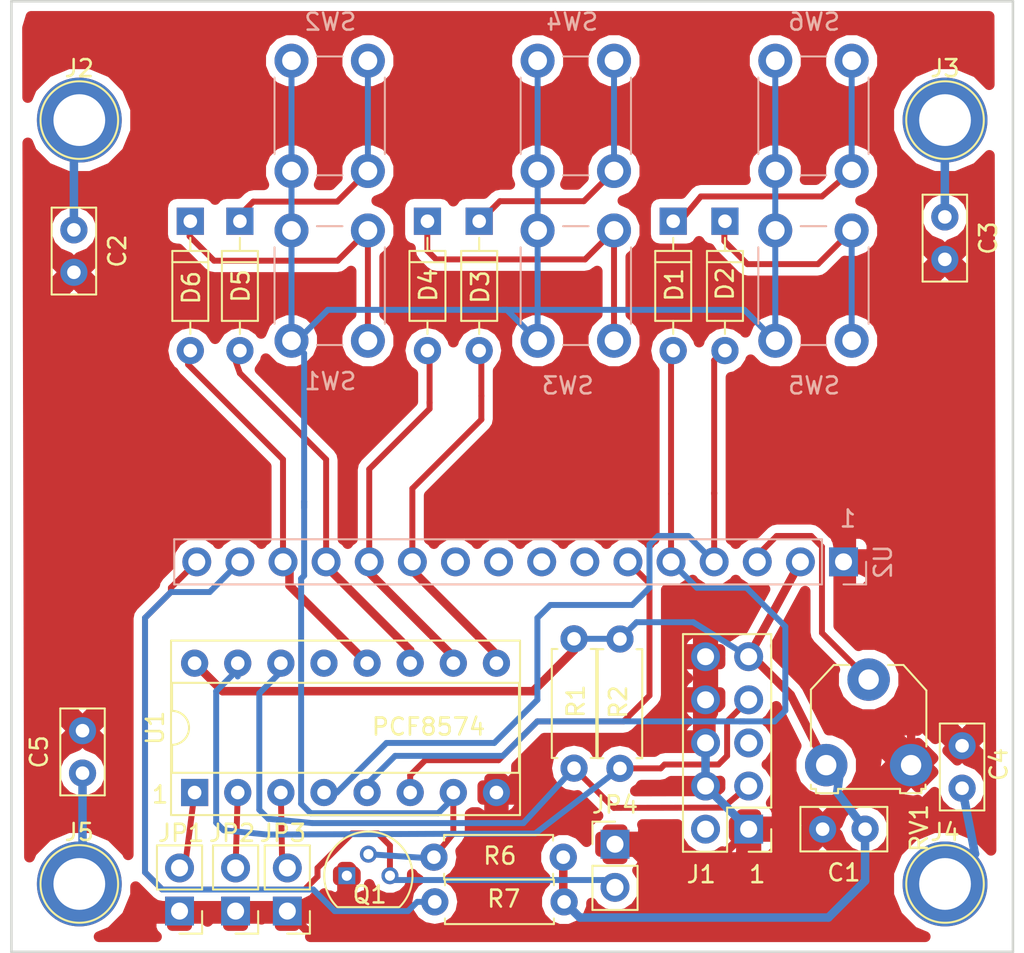
<source format=kicad_pcb>
(kicad_pcb (version 4) (host pcbnew 4.0.7)

  (general
    (links 79)
    (no_connects 0)
    (area 110.252381 31.924999 170.74762 88.075001)
    (thickness 1.6)
    (drawings 8)
    (tracks 265)
    (zones 0)
    (modules 34)
    (nets 29)
  )

  (page A4)
  (layers
    (0 F.Cu signal)
    (31 B.Cu signal)
    (32 B.Adhes user)
    (33 F.Adhes user)
    (34 B.Paste user)
    (35 F.Paste user)
    (36 B.SilkS user)
    (37 F.SilkS user)
    (38 B.Mask user)
    (39 F.Mask user)
    (40 Dwgs.User user)
    (41 Cmts.User user)
    (42 Eco1.User user)
    (43 Eco2.User user)
    (44 Edge.Cuts user)
    (45 Margin user)
    (46 B.CrtYd user)
    (47 F.CrtYd user)
    (48 B.Fab user)
    (49 F.Fab user)
  )

  (setup
    (last_trace_width 0.5)
    (user_trace_width 0.35)
    (user_trace_width 0.5)
    (trace_clearance 0.2)
    (zone_clearance 0.5)
    (zone_45_only yes)
    (trace_min 0.2)
    (segment_width 0.2)
    (edge_width 0.15)
    (via_size 0.6)
    (via_drill 0.4)
    (via_min_size 0.4)
    (via_min_drill 0.3)
    (uvia_size 0.3)
    (uvia_drill 0.1)
    (uvias_allowed no)
    (uvia_min_size 0.2)
    (uvia_min_drill 0.1)
    (pcb_text_width 0.3)
    (pcb_text_size 1.5 1.5)
    (mod_edge_width 0.15)
    (mod_text_size 1 1)
    (mod_text_width 0.15)
    (pad_size 5 5)
    (pad_drill 3.048)
    (pad_to_mask_clearance 0.2)
    (aux_axis_origin 0 0)
    (visible_elements 7FFFFFFF)
    (pcbplotparams
      (layerselection 0x010f0_80000001)
      (usegerberextensions false)
      (excludeedgelayer true)
      (linewidth 0.100000)
      (plotframeref false)
      (viasonmask false)
      (mode 1)
      (useauxorigin false)
      (hpglpennumber 1)
      (hpglpenspeed 20)
      (hpglpendiameter 15)
      (hpglpenoverlay 2)
      (psnegative false)
      (psa4output false)
      (plotreference true)
      (plotvalue true)
      (plotinvisibletext false)
      (padsonsilk false)
      (subtractmaskfromsilk false)
      (outputformat 1)
      (mirror false)
      (drillshape 0)
      (scaleselection 1)
      (outputdirectory gerber/))
  )

  (net 0 "")
  (net 1 GND)
  (net 2 "Net-(D1-Pad1)")
  (net 3 "Net-(D1-Pad2)")
  (net 4 "Net-(D2-Pad1)")
  (net 5 "Net-(D2-Pad2)")
  (net 6 "Net-(D3-Pad1)")
  (net 7 "Net-(D3-Pad2)")
  (net 8 "Net-(D4-Pad1)")
  (net 9 "Net-(D4-Pad2)")
  (net 10 "Net-(D5-Pad1)")
  (net 11 "Net-(D5-Pad2)")
  (net 12 "Net-(D6-Pad1)")
  (net 13 "Net-(D6-Pad2)")
  (net 14 "Net-(J1-Pad3)")
  (net 15 "Net-(J1-Pad7)")
  (net 16 +5V)
  (net 17 "Net-(Q1-Pad2)")
  (net 18 "Net-(R7-Pad2)")
  (net 19 "Net-(RV1-Pad2)")
  (net 20 "Net-(U1-Pad6)")
  (net 21 "Net-(JP1-Pad2)")
  (net 22 "Net-(JP2-Pad2)")
  (net 23 "Net-(JP3-Pad2)")
  (net 24 "Net-(JP4-Pad2)")
  (net 25 "Net-(C2-Pad1)")
  (net 26 "Net-(C3-Pad1)")
  (net 27 "Net-(C4-Pad1)")
  (net 28 "Net-(C5-Pad1)")

  (net_class Default "This is the default net class."
    (clearance 0.2)
    (trace_width 0.25)
    (via_dia 0.6)
    (via_drill 0.4)
    (uvia_dia 0.3)
    (uvia_drill 0.1)
    (add_net +5V)
    (add_net GND)
    (add_net "Net-(C2-Pad1)")
    (add_net "Net-(C3-Pad1)")
    (add_net "Net-(C4-Pad1)")
    (add_net "Net-(C5-Pad1)")
    (add_net "Net-(D1-Pad1)")
    (add_net "Net-(D1-Pad2)")
    (add_net "Net-(D2-Pad1)")
    (add_net "Net-(D2-Pad2)")
    (add_net "Net-(D3-Pad1)")
    (add_net "Net-(D3-Pad2)")
    (add_net "Net-(D4-Pad1)")
    (add_net "Net-(D4-Pad2)")
    (add_net "Net-(D5-Pad1)")
    (add_net "Net-(D5-Pad2)")
    (add_net "Net-(D6-Pad1)")
    (add_net "Net-(D6-Pad2)")
    (add_net "Net-(J1-Pad3)")
    (add_net "Net-(J1-Pad7)")
    (add_net "Net-(JP1-Pad2)")
    (add_net "Net-(JP2-Pad2)")
    (add_net "Net-(JP3-Pad2)")
    (add_net "Net-(JP4-Pad2)")
    (add_net "Net-(Q1-Pad2)")
    (add_net "Net-(R7-Pad2)")
    (add_net "Net-(RV1-Pad2)")
    (add_net "Net-(U1-Pad6)")
  )

  (module Capacitors_THT:C_Disc_D5.0mm_W2.5mm_P2.50mm (layer F.Cu) (tedit 597BC7C2) (tstamp 5C93CB28)
    (at 161.29 80.772 180)
    (descr "C, Disc series, Radial, pin pitch=2.50mm, , diameter*width=5*2.5mm^2, Capacitor, http://cdn-reichelt.de/documents/datenblatt/B300/DS_KERKO_TC.pdf")
    (tags "C Disc series Radial pin pitch 2.50mm  diameter 5mm width 2.5mm Capacitor")
    (path /5C93BA82)
    (fp_text reference C1 (at 1.25 -2.56 180) (layer F.SilkS)
      (effects (font (size 1 1) (thickness 0.15)))
    )
    (fp_text value "100 nF" (at 1.25 2.56 180) (layer F.Fab)
      (effects (font (size 1 1) (thickness 0.15)))
    )
    (fp_line (start -1.25 -1.25) (end -1.25 1.25) (layer F.Fab) (width 0.1))
    (fp_line (start -1.25 1.25) (end 3.75 1.25) (layer F.Fab) (width 0.1))
    (fp_line (start 3.75 1.25) (end 3.75 -1.25) (layer F.Fab) (width 0.1))
    (fp_line (start 3.75 -1.25) (end -1.25 -1.25) (layer F.Fab) (width 0.1))
    (fp_line (start -1.31 -1.31) (end 3.81 -1.31) (layer F.SilkS) (width 0.12))
    (fp_line (start -1.31 1.31) (end 3.81 1.31) (layer F.SilkS) (width 0.12))
    (fp_line (start -1.31 -1.31) (end -1.31 1.31) (layer F.SilkS) (width 0.12))
    (fp_line (start 3.81 -1.31) (end 3.81 1.31) (layer F.SilkS) (width 0.12))
    (fp_line (start -1.6 -1.6) (end -1.6 1.6) (layer F.CrtYd) (width 0.05))
    (fp_line (start -1.6 1.6) (end 4.1 1.6) (layer F.CrtYd) (width 0.05))
    (fp_line (start 4.1 1.6) (end 4.1 -1.6) (layer F.CrtYd) (width 0.05))
    (fp_line (start 4.1 -1.6) (end -1.6 -1.6) (layer F.CrtYd) (width 0.05))
    (fp_text user %R (at 1.25 0 180) (layer F.Fab)
      (effects (font (size 1 1) (thickness 0.15)))
    )
    (pad 1 thru_hole circle (at 0 0 180) (size 1.6 1.6) (drill 0.8) (layers *.Cu *.Mask)
      (net 16 +5V))
    (pad 2 thru_hole circle (at 2.5 0 180) (size 1.6 1.6) (drill 0.8) (layers *.Cu *.Mask)
      (net 1 GND))
    (model ${KISYS3DMOD}/Capacitors_THT.3dshapes/C_Disc_D5.0mm_W2.5mm_P2.50mm.wrl
      (at (xyz 0 0 0))
      (scale (xyz 1 1 1))
      (rotate (xyz 0 0 0))
    )
  )

  (module Diodes_THT:D_DO-35_SOD27_P7.62mm_Horizontal (layer F.Cu) (tedit 5C93CA7E) (tstamp 5C93CB41)
    (at 149.987 44.958 270)
    (descr "D, DO-35_SOD27 series, Axial, Horizontal, pin pitch=7.62mm, , length*diameter=4*2mm^2, , http://www.diodes.com/_files/packages/DO-35.pdf")
    (tags "D DO-35_SOD27 series Axial Horizontal pin pitch 7.62mm  length 4mm diameter 2mm")
    (path /5C93CE51)
    (fp_text reference D1 (at 3.7465 -0.0635 270) (layer F.SilkS)
      (effects (font (size 1 1) (thickness 0.15)))
    )
    (fp_text value 1N4148 (at 3.81 2.06 270) (layer F.Fab)
      (effects (font (size 1 1) (thickness 0.15)))
    )
    (fp_text user %R (at 3.81 0 270) (layer F.Fab)
      (effects (font (size 1 1) (thickness 0.15)))
    )
    (fp_line (start 1.81 -1) (end 1.81 1) (layer F.Fab) (width 0.1))
    (fp_line (start 1.81 1) (end 5.81 1) (layer F.Fab) (width 0.1))
    (fp_line (start 5.81 1) (end 5.81 -1) (layer F.Fab) (width 0.1))
    (fp_line (start 5.81 -1) (end 1.81 -1) (layer F.Fab) (width 0.1))
    (fp_line (start 0 0) (end 1.81 0) (layer F.Fab) (width 0.1))
    (fp_line (start 7.62 0) (end 5.81 0) (layer F.Fab) (width 0.1))
    (fp_line (start 2.41 -1) (end 2.41 1) (layer F.Fab) (width 0.1))
    (fp_line (start 1.75 -1.06) (end 1.75 1.06) (layer F.SilkS) (width 0.12))
    (fp_line (start 1.75 1.06) (end 5.87 1.06) (layer F.SilkS) (width 0.12))
    (fp_line (start 5.87 1.06) (end 5.87 -1.06) (layer F.SilkS) (width 0.12))
    (fp_line (start 5.87 -1.06) (end 1.75 -1.06) (layer F.SilkS) (width 0.12))
    (fp_line (start 0.98 0) (end 1.75 0) (layer F.SilkS) (width 0.12))
    (fp_line (start 6.64 0) (end 5.87 0) (layer F.SilkS) (width 0.12))
    (fp_line (start 2.41 -1.06) (end 2.41 1.06) (layer F.SilkS) (width 0.12))
    (fp_line (start -1.05 -1.35) (end -1.05 1.35) (layer F.CrtYd) (width 0.05))
    (fp_line (start -1.05 1.35) (end 8.7 1.35) (layer F.CrtYd) (width 0.05))
    (fp_line (start 8.7 1.35) (end 8.7 -1.35) (layer F.CrtYd) (width 0.05))
    (fp_line (start 8.7 -1.35) (end -1.05 -1.35) (layer F.CrtYd) (width 0.05))
    (pad 1 thru_hole rect (at 0 0 270) (size 1.6 1.6) (drill 0.8) (layers *.Cu *.Mask)
      (net 2 "Net-(D1-Pad1)"))
    (pad 2 thru_hole oval (at 7.62 0 270) (size 1.6 1.6) (drill 0.8) (layers *.Cu *.Mask)
      (net 3 "Net-(D1-Pad2)"))
    (model ${KISYS3DMOD}/Diodes_THT.3dshapes/D_DO-35_SOD27_P7.62mm_Horizontal.wrl
      (at (xyz 0 0 0))
      (scale (xyz 0.393701 0.393701 0.393701))
      (rotate (xyz 0 0 0))
    )
  )

  (module Diodes_THT:D_DO-35_SOD27_P7.62mm_Horizontal (layer F.Cu) (tedit 5C93CA35) (tstamp 5C93CB5A)
    (at 153.035 44.958 270)
    (descr "D, DO-35_SOD27 series, Axial, Horizontal, pin pitch=7.62mm, , length*diameter=4*2mm^2, , http://www.diodes.com/_files/packages/DO-35.pdf")
    (tags "D DO-35_SOD27 series Axial Horizontal pin pitch 7.62mm  length 4mm diameter 2mm")
    (path /5C93E0AB)
    (fp_text reference D2 (at 3.683 0 270) (layer F.SilkS)
      (effects (font (size 1 1) (thickness 0.15)))
    )
    (fp_text value 1N4148 (at 3.81 2.06 270) (layer F.Fab)
      (effects (font (size 1 1) (thickness 0.15)))
    )
    (fp_text user %R (at 3.81 0 270) (layer F.Fab)
      (effects (font (size 1 1) (thickness 0.15)))
    )
    (fp_line (start 1.81 -1) (end 1.81 1) (layer F.Fab) (width 0.1))
    (fp_line (start 1.81 1) (end 5.81 1) (layer F.Fab) (width 0.1))
    (fp_line (start 5.81 1) (end 5.81 -1) (layer F.Fab) (width 0.1))
    (fp_line (start 5.81 -1) (end 1.81 -1) (layer F.Fab) (width 0.1))
    (fp_line (start 0 0) (end 1.81 0) (layer F.Fab) (width 0.1))
    (fp_line (start 7.62 0) (end 5.81 0) (layer F.Fab) (width 0.1))
    (fp_line (start 2.41 -1) (end 2.41 1) (layer F.Fab) (width 0.1))
    (fp_line (start 1.75 -1.06) (end 1.75 1.06) (layer F.SilkS) (width 0.12))
    (fp_line (start 1.75 1.06) (end 5.87 1.06) (layer F.SilkS) (width 0.12))
    (fp_line (start 5.87 1.06) (end 5.87 -1.06) (layer F.SilkS) (width 0.12))
    (fp_line (start 5.87 -1.06) (end 1.75 -1.06) (layer F.SilkS) (width 0.12))
    (fp_line (start 0.98 0) (end 1.75 0) (layer F.SilkS) (width 0.12))
    (fp_line (start 6.64 0) (end 5.87 0) (layer F.SilkS) (width 0.12))
    (fp_line (start 2.41 -1.06) (end 2.41 1.06) (layer F.SilkS) (width 0.12))
    (fp_line (start -1.05 -1.35) (end -1.05 1.35) (layer F.CrtYd) (width 0.05))
    (fp_line (start -1.05 1.35) (end 8.7 1.35) (layer F.CrtYd) (width 0.05))
    (fp_line (start 8.7 1.35) (end 8.7 -1.35) (layer F.CrtYd) (width 0.05))
    (fp_line (start 8.7 -1.35) (end -1.05 -1.35) (layer F.CrtYd) (width 0.05))
    (pad 1 thru_hole rect (at 0 0 270) (size 1.6 1.6) (drill 0.8) (layers *.Cu *.Mask)
      (net 4 "Net-(D2-Pad1)"))
    (pad 2 thru_hole oval (at 7.62 0 270) (size 1.6 1.6) (drill 0.8) (layers *.Cu *.Mask)
      (net 5 "Net-(D2-Pad2)"))
    (model ${KISYS3DMOD}/Diodes_THT.3dshapes/D_DO-35_SOD27_P7.62mm_Horizontal.wrl
      (at (xyz 0 0 0))
      (scale (xyz 0.393701 0.393701 0.393701))
      (rotate (xyz 0 0 0))
    )
  )

  (module Diodes_THT:D_DO-35_SOD27_P7.62mm_Horizontal (layer F.Cu) (tedit 5C93CA81) (tstamp 5C93CB73)
    (at 138.557 44.958 270)
    (descr "D, DO-35_SOD27 series, Axial, Horizontal, pin pitch=7.62mm, , length*diameter=4*2mm^2, , http://www.diodes.com/_files/packages/DO-35.pdf")
    (tags "D DO-35_SOD27 series Axial Horizontal pin pitch 7.62mm  length 4mm diameter 2mm")
    (path /5C93E0F7)
    (fp_text reference D3 (at 3.8735 -0.0635 270) (layer F.SilkS)
      (effects (font (size 1 1) (thickness 0.15)))
    )
    (fp_text value 1N4148 (at 3.81 2.06 270) (layer F.Fab)
      (effects (font (size 1 1) (thickness 0.15)))
    )
    (fp_text user %R (at 3.81 0 270) (layer F.Fab)
      (effects (font (size 1 1) (thickness 0.15)))
    )
    (fp_line (start 1.81 -1) (end 1.81 1) (layer F.Fab) (width 0.1))
    (fp_line (start 1.81 1) (end 5.81 1) (layer F.Fab) (width 0.1))
    (fp_line (start 5.81 1) (end 5.81 -1) (layer F.Fab) (width 0.1))
    (fp_line (start 5.81 -1) (end 1.81 -1) (layer F.Fab) (width 0.1))
    (fp_line (start 0 0) (end 1.81 0) (layer F.Fab) (width 0.1))
    (fp_line (start 7.62 0) (end 5.81 0) (layer F.Fab) (width 0.1))
    (fp_line (start 2.41 -1) (end 2.41 1) (layer F.Fab) (width 0.1))
    (fp_line (start 1.75 -1.06) (end 1.75 1.06) (layer F.SilkS) (width 0.12))
    (fp_line (start 1.75 1.06) (end 5.87 1.06) (layer F.SilkS) (width 0.12))
    (fp_line (start 5.87 1.06) (end 5.87 -1.06) (layer F.SilkS) (width 0.12))
    (fp_line (start 5.87 -1.06) (end 1.75 -1.06) (layer F.SilkS) (width 0.12))
    (fp_line (start 0.98 0) (end 1.75 0) (layer F.SilkS) (width 0.12))
    (fp_line (start 6.64 0) (end 5.87 0) (layer F.SilkS) (width 0.12))
    (fp_line (start 2.41 -1.06) (end 2.41 1.06) (layer F.SilkS) (width 0.12))
    (fp_line (start -1.05 -1.35) (end -1.05 1.35) (layer F.CrtYd) (width 0.05))
    (fp_line (start -1.05 1.35) (end 8.7 1.35) (layer F.CrtYd) (width 0.05))
    (fp_line (start 8.7 1.35) (end 8.7 -1.35) (layer F.CrtYd) (width 0.05))
    (fp_line (start 8.7 -1.35) (end -1.05 -1.35) (layer F.CrtYd) (width 0.05))
    (pad 1 thru_hole rect (at 0 0 270) (size 1.6 1.6) (drill 0.8) (layers *.Cu *.Mask)
      (net 6 "Net-(D3-Pad1)"))
    (pad 2 thru_hole oval (at 7.62 0 270) (size 1.6 1.6) (drill 0.8) (layers *.Cu *.Mask)
      (net 7 "Net-(D3-Pad2)"))
    (model ${KISYS3DMOD}/Diodes_THT.3dshapes/D_DO-35_SOD27_P7.62mm_Horizontal.wrl
      (at (xyz 0 0 0))
      (scale (xyz 0.393701 0.393701 0.393701))
      (rotate (xyz 0 0 0))
    )
  )

  (module Diodes_THT:D_DO-35_SOD27_P7.62mm_Horizontal (layer F.Cu) (tedit 5C93CB36) (tstamp 5C93CB8C)
    (at 135.509 44.958 270)
    (descr "D, DO-35_SOD27 series, Axial, Horizontal, pin pitch=7.62mm, , length*diameter=4*2mm^2, , http://www.diodes.com/_files/packages/DO-35.pdf")
    (tags "D DO-35_SOD27 series Axial Horizontal pin pitch 7.62mm  length 4mm diameter 2mm")
    (path /5C93E146)
    (fp_text reference D4 (at 3.7592 -0.0508 270) (layer F.SilkS)
      (effects (font (size 1 1) (thickness 0.15)))
    )
    (fp_text value 1N4148 (at 3.81 2.06 270) (layer F.Fab)
      (effects (font (size 1 1) (thickness 0.15)))
    )
    (fp_text user %R (at 3.81 0 270) (layer F.Fab)
      (effects (font (size 1 1) (thickness 0.15)))
    )
    (fp_line (start 1.81 -1) (end 1.81 1) (layer F.Fab) (width 0.1))
    (fp_line (start 1.81 1) (end 5.81 1) (layer F.Fab) (width 0.1))
    (fp_line (start 5.81 1) (end 5.81 -1) (layer F.Fab) (width 0.1))
    (fp_line (start 5.81 -1) (end 1.81 -1) (layer F.Fab) (width 0.1))
    (fp_line (start 0 0) (end 1.81 0) (layer F.Fab) (width 0.1))
    (fp_line (start 7.62 0) (end 5.81 0) (layer F.Fab) (width 0.1))
    (fp_line (start 2.41 -1) (end 2.41 1) (layer F.Fab) (width 0.1))
    (fp_line (start 1.75 -1.06) (end 1.75 1.06) (layer F.SilkS) (width 0.12))
    (fp_line (start 1.75 1.06) (end 5.87 1.06) (layer F.SilkS) (width 0.12))
    (fp_line (start 5.87 1.06) (end 5.87 -1.06) (layer F.SilkS) (width 0.12))
    (fp_line (start 5.87 -1.06) (end 1.75 -1.06) (layer F.SilkS) (width 0.12))
    (fp_line (start 0.98 0) (end 1.75 0) (layer F.SilkS) (width 0.12))
    (fp_line (start 6.64 0) (end 5.87 0) (layer F.SilkS) (width 0.12))
    (fp_line (start 2.41 -1.06) (end 2.41 1.06) (layer F.SilkS) (width 0.12))
    (fp_line (start -1.05 -1.35) (end -1.05 1.35) (layer F.CrtYd) (width 0.05))
    (fp_line (start -1.05 1.35) (end 8.7 1.35) (layer F.CrtYd) (width 0.05))
    (fp_line (start 8.7 1.35) (end 8.7 -1.35) (layer F.CrtYd) (width 0.05))
    (fp_line (start 8.7 -1.35) (end -1.05 -1.35) (layer F.CrtYd) (width 0.05))
    (pad 1 thru_hole rect (at 0 0 270) (size 1.6 1.6) (drill 0.8) (layers *.Cu *.Mask)
      (net 8 "Net-(D4-Pad1)"))
    (pad 2 thru_hole oval (at 7.62 0 270) (size 1.6 1.6) (drill 0.8) (layers *.Cu *.Mask)
      (net 9 "Net-(D4-Pad2)"))
    (model ${KISYS3DMOD}/Diodes_THT.3dshapes/D_DO-35_SOD27_P7.62mm_Horizontal.wrl
      (at (xyz 0 0 0))
      (scale (xyz 0.393701 0.393701 0.393701))
      (rotate (xyz 0 0 0))
    )
  )

  (module Diodes_THT:D_DO-35_SOD27_P7.62mm_Horizontal (layer F.Cu) (tedit 5C93CB44) (tstamp 5C93CBA5)
    (at 124.46 44.958 270)
    (descr "D, DO-35_SOD27 series, Axial, Horizontal, pin pitch=7.62mm, , length*diameter=4*2mm^2, , http://www.diodes.com/_files/packages/DO-35.pdf")
    (tags "D DO-35_SOD27 series Axial Horizontal pin pitch 7.62mm  length 4mm diameter 2mm")
    (path /5C93E19A)
    (fp_text reference D5 (at 3.81 -0.0508 270) (layer F.SilkS)
      (effects (font (size 1 1) (thickness 0.15)))
    )
    (fp_text value 1N4148 (at 3.81 2.06 270) (layer F.Fab)
      (effects (font (size 1 1) (thickness 0.15)))
    )
    (fp_text user %R (at 3.81 0 270) (layer F.Fab)
      (effects (font (size 1 1) (thickness 0.15)))
    )
    (fp_line (start 1.81 -1) (end 1.81 1) (layer F.Fab) (width 0.1))
    (fp_line (start 1.81 1) (end 5.81 1) (layer F.Fab) (width 0.1))
    (fp_line (start 5.81 1) (end 5.81 -1) (layer F.Fab) (width 0.1))
    (fp_line (start 5.81 -1) (end 1.81 -1) (layer F.Fab) (width 0.1))
    (fp_line (start 0 0) (end 1.81 0) (layer F.Fab) (width 0.1))
    (fp_line (start 7.62 0) (end 5.81 0) (layer F.Fab) (width 0.1))
    (fp_line (start 2.41 -1) (end 2.41 1) (layer F.Fab) (width 0.1))
    (fp_line (start 1.75 -1.06) (end 1.75 1.06) (layer F.SilkS) (width 0.12))
    (fp_line (start 1.75 1.06) (end 5.87 1.06) (layer F.SilkS) (width 0.12))
    (fp_line (start 5.87 1.06) (end 5.87 -1.06) (layer F.SilkS) (width 0.12))
    (fp_line (start 5.87 -1.06) (end 1.75 -1.06) (layer F.SilkS) (width 0.12))
    (fp_line (start 0.98 0) (end 1.75 0) (layer F.SilkS) (width 0.12))
    (fp_line (start 6.64 0) (end 5.87 0) (layer F.SilkS) (width 0.12))
    (fp_line (start 2.41 -1.06) (end 2.41 1.06) (layer F.SilkS) (width 0.12))
    (fp_line (start -1.05 -1.35) (end -1.05 1.35) (layer F.CrtYd) (width 0.05))
    (fp_line (start -1.05 1.35) (end 8.7 1.35) (layer F.CrtYd) (width 0.05))
    (fp_line (start 8.7 1.35) (end 8.7 -1.35) (layer F.CrtYd) (width 0.05))
    (fp_line (start 8.7 -1.35) (end -1.05 -1.35) (layer F.CrtYd) (width 0.05))
    (pad 1 thru_hole rect (at 0 0 270) (size 1.6 1.6) (drill 0.8) (layers *.Cu *.Mask)
      (net 10 "Net-(D5-Pad1)"))
    (pad 2 thru_hole oval (at 7.62 0 270) (size 1.6 1.6) (drill 0.8) (layers *.Cu *.Mask)
      (net 11 "Net-(D5-Pad2)"))
    (model ${KISYS3DMOD}/Diodes_THT.3dshapes/D_DO-35_SOD27_P7.62mm_Horizontal.wrl
      (at (xyz 0 0 0))
      (scale (xyz 0.393701 0.393701 0.393701))
      (rotate (xyz 0 0 0))
    )
  )

  (module Diodes_THT:D_DO-35_SOD27_P7.62mm_Horizontal (layer F.Cu) (tedit 5C93CB4A) (tstamp 5C93CBBE)
    (at 121.539 44.958 270)
    (descr "D, DO-35_SOD27 series, Axial, Horizontal, pin pitch=7.62mm, , length*diameter=4*2mm^2, , http://www.diodes.com/_files/packages/DO-35.pdf")
    (tags "D DO-35_SOD27 series Axial Horizontal pin pitch 7.62mm  length 4mm diameter 2mm")
    (path /5C93E1EF)
    (fp_text reference D6 (at 3.9116 -0.0508 270) (layer F.SilkS)
      (effects (font (size 1 1) (thickness 0.15)))
    )
    (fp_text value 1N4148 (at 3.81 2.06 270) (layer F.Fab)
      (effects (font (size 1 1) (thickness 0.15)))
    )
    (fp_text user %R (at 3.81 0 270) (layer F.Fab)
      (effects (font (size 1 1) (thickness 0.15)))
    )
    (fp_line (start 1.81 -1) (end 1.81 1) (layer F.Fab) (width 0.1))
    (fp_line (start 1.81 1) (end 5.81 1) (layer F.Fab) (width 0.1))
    (fp_line (start 5.81 1) (end 5.81 -1) (layer F.Fab) (width 0.1))
    (fp_line (start 5.81 -1) (end 1.81 -1) (layer F.Fab) (width 0.1))
    (fp_line (start 0 0) (end 1.81 0) (layer F.Fab) (width 0.1))
    (fp_line (start 7.62 0) (end 5.81 0) (layer F.Fab) (width 0.1))
    (fp_line (start 2.41 -1) (end 2.41 1) (layer F.Fab) (width 0.1))
    (fp_line (start 1.75 -1.06) (end 1.75 1.06) (layer F.SilkS) (width 0.12))
    (fp_line (start 1.75 1.06) (end 5.87 1.06) (layer F.SilkS) (width 0.12))
    (fp_line (start 5.87 1.06) (end 5.87 -1.06) (layer F.SilkS) (width 0.12))
    (fp_line (start 5.87 -1.06) (end 1.75 -1.06) (layer F.SilkS) (width 0.12))
    (fp_line (start 0.98 0) (end 1.75 0) (layer F.SilkS) (width 0.12))
    (fp_line (start 6.64 0) (end 5.87 0) (layer F.SilkS) (width 0.12))
    (fp_line (start 2.41 -1.06) (end 2.41 1.06) (layer F.SilkS) (width 0.12))
    (fp_line (start -1.05 -1.35) (end -1.05 1.35) (layer F.CrtYd) (width 0.05))
    (fp_line (start -1.05 1.35) (end 8.7 1.35) (layer F.CrtYd) (width 0.05))
    (fp_line (start 8.7 1.35) (end 8.7 -1.35) (layer F.CrtYd) (width 0.05))
    (fp_line (start 8.7 -1.35) (end -1.05 -1.35) (layer F.CrtYd) (width 0.05))
    (pad 1 thru_hole rect (at 0 0 270) (size 1.6 1.6) (drill 0.8) (layers *.Cu *.Mask)
      (net 12 "Net-(D6-Pad1)"))
    (pad 2 thru_hole oval (at 7.62 0 270) (size 1.6 1.6) (drill 0.8) (layers *.Cu *.Mask)
      (net 13 "Net-(D6-Pad2)"))
    (model ${KISYS3DMOD}/Diodes_THT.3dshapes/D_DO-35_SOD27_P7.62mm_Horizontal.wrl
      (at (xyz 0 0 0))
      (scale (xyz 0.393701 0.393701 0.393701))
      (rotate (xyz 0 0 0))
    )
  )

  (module Pin_Headers:Pin_Header_Straight_2x05_Pitch2.54mm (layer F.Cu) (tedit 5C93FC3D) (tstamp 5C93CBDE)
    (at 154.432 80.772 180)
    (descr "Through hole straight pin header, 2x05, 2.54mm pitch, double rows")
    (tags "Through hole pin header THT 2x05 2.54mm double row")
    (path /5C93BC6C)
    (fp_text reference J1 (at 2.794 -2.667 180) (layer F.SilkS)
      (effects (font (size 1 1) (thickness 0.15)))
    )
    (fp_text value Conn_02x05_Odd_Even (at 1.27 12.49 180) (layer F.Fab)
      (effects (font (size 1 1) (thickness 0.15)))
    )
    (fp_line (start 0 -1.27) (end 3.81 -1.27) (layer F.Fab) (width 0.1))
    (fp_line (start 3.81 -1.27) (end 3.81 11.43) (layer F.Fab) (width 0.1))
    (fp_line (start 3.81 11.43) (end -1.27 11.43) (layer F.Fab) (width 0.1))
    (fp_line (start -1.27 11.43) (end -1.27 0) (layer F.Fab) (width 0.1))
    (fp_line (start -1.27 0) (end 0 -1.27) (layer F.Fab) (width 0.1))
    (fp_line (start -1.33 11.49) (end 3.87 11.49) (layer F.SilkS) (width 0.12))
    (fp_line (start -1.33 1.27) (end -1.33 11.49) (layer F.SilkS) (width 0.12))
    (fp_line (start 3.87 -1.33) (end 3.87 11.49) (layer F.SilkS) (width 0.12))
    (fp_line (start -1.33 1.27) (end 1.27 1.27) (layer F.SilkS) (width 0.12))
    (fp_line (start 1.27 1.27) (end 1.27 -1.33) (layer F.SilkS) (width 0.12))
    (fp_line (start 1.27 -1.33) (end 3.87 -1.33) (layer F.SilkS) (width 0.12))
    (fp_line (start -1.33 0) (end -1.33 -1.33) (layer F.SilkS) (width 0.12))
    (fp_line (start -1.33 -1.33) (end 0 -1.33) (layer F.SilkS) (width 0.12))
    (fp_line (start -1.8 -1.8) (end -1.8 11.95) (layer F.CrtYd) (width 0.05))
    (fp_line (start -1.8 11.95) (end 4.35 11.95) (layer F.CrtYd) (width 0.05))
    (fp_line (start 4.35 11.95) (end 4.35 -1.8) (layer F.CrtYd) (width 0.05))
    (fp_line (start 4.35 -1.8) (end -1.8 -1.8) (layer F.CrtYd) (width 0.05))
    (fp_text user %R (at 1.27 5.08 270) (layer F.Fab)
      (effects (font (size 1 1) (thickness 0.15)))
    )
    (pad 1 thru_hole rect (at 0 0 180) (size 1.7 1.7) (drill 1) (layers *.Cu *.Mask)
      (net 1 GND))
    (pad 2 thru_hole oval (at 2.54 0 180) (size 1.7 1.7) (drill 1) (layers *.Cu *.Mask))
    (pad 3 thru_hole oval (at 0 2.54 180) (size 1.7 1.7) (drill 1) (layers *.Cu *.Mask)
      (net 14 "Net-(J1-Pad3)"))
    (pad 4 thru_hole oval (at 2.54 2.54 180) (size 1.7 1.7) (drill 1) (layers *.Cu *.Mask)
      (net 1 GND))
    (pad 5 thru_hole oval (at 0 5.08 180) (size 1.7 1.7) (drill 1) (layers *.Cu *.Mask))
    (pad 6 thru_hole oval (at 2.54 5.08 180) (size 1.7 1.7) (drill 1) (layers *.Cu *.Mask)
      (net 1 GND))
    (pad 7 thru_hole oval (at 0 7.62 180) (size 1.7 1.7) (drill 1) (layers *.Cu *.Mask)
      (net 15 "Net-(J1-Pad7)"))
    (pad 8 thru_hole oval (at 2.54 7.62 180) (size 1.7 1.7) (drill 1) (layers *.Cu *.Mask)
      (net 1 GND))
    (pad 9 thru_hole oval (at 0 10.16 180) (size 1.7 1.7) (drill 1) (layers *.Cu *.Mask)
      (net 16 +5V))
    (pad 10 thru_hole oval (at 2.54 10.16 180) (size 1.7 1.7) (drill 1) (layers *.Cu *.Mask)
      (net 1 GND))
    (model ${KISYS3DMOD}/Pin_Headers.3dshapes/Pin_Header_Straight_2x05_Pitch2.54mm.wrl
      (at (xyz 0 0 0))
      (scale (xyz 1 1 1))
      (rotate (xyz 0 0 0))
    )
  )

  (module TO_SOT_Packages_THT:TO-92_Molded_Narrow (layer F.Cu) (tedit 5C93CD31) (tstamp 5C93CBF0)
    (at 130.7592 83.5152)
    (descr "TO-92 leads molded, narrow, drill 0.6mm (see NXP sot054_po.pdf)")
    (tags "to-92 sc-43 sc-43a sot54 PA33 transistor")
    (path /5C93C493)
    (fp_text reference Q1 (at 1.3462 1.1176) (layer F.SilkS)
      (effects (font (size 1 1) (thickness 0.15)))
    )
    (fp_text value 2N3904 (at 1.27 2.79) (layer F.Fab)
      (effects (font (size 1 1) (thickness 0.15)))
    )
    (fp_text user %R (at 1.27 -3.56) (layer F.Fab)
      (effects (font (size 1 1) (thickness 0.15)))
    )
    (fp_line (start -0.53 1.85) (end 3.07 1.85) (layer F.SilkS) (width 0.12))
    (fp_line (start -0.5 1.75) (end 3 1.75) (layer F.Fab) (width 0.1))
    (fp_line (start -1.46 -2.73) (end 4 -2.73) (layer F.CrtYd) (width 0.05))
    (fp_line (start -1.46 -2.73) (end -1.46 2.01) (layer F.CrtYd) (width 0.05))
    (fp_line (start 4 2.01) (end 4 -2.73) (layer F.CrtYd) (width 0.05))
    (fp_line (start 4 2.01) (end -1.46 2.01) (layer F.CrtYd) (width 0.05))
    (fp_arc (start 1.27 0) (end 1.27 -2.48) (angle 135) (layer F.Fab) (width 0.1))
    (fp_arc (start 1.27 0) (end 1.27 -2.6) (angle -135) (layer F.SilkS) (width 0.12))
    (fp_arc (start 1.27 0) (end 1.27 -2.48) (angle -135) (layer F.Fab) (width 0.1))
    (fp_arc (start 1.27 0) (end 1.27 -2.6) (angle 135) (layer F.SilkS) (width 0.12))
    (pad 2 thru_hole circle (at 1.27 -1.27 90) (size 1 1) (drill 0.6) (layers *.Cu *.Mask)
      (net 17 "Net-(Q1-Pad2)"))
    (pad 3 thru_hole circle (at 2.54 0 90) (size 1 1) (drill 0.6) (layers *.Cu *.Mask)
      (net 24 "Net-(JP4-Pad2)"))
    (pad 1 thru_hole rect (at 0 0 90) (size 1 1) (drill 0.6) (layers *.Cu *.Mask)
      (net 1 GND))
    (model ${KISYS3DMOD}/TO_SOT_Packages_THT.3dshapes/TO-92_Molded_Narrow.wrl
      (at (xyz 0.05 0 0))
      (scale (xyz 1 1 1))
      (rotate (xyz 0 0 -90))
    )
  )

  (module Resistors_THT:R_Axial_DIN0207_L6.3mm_D2.5mm_P7.62mm_Horizontal (layer F.Cu) (tedit 5C93CEC0) (tstamp 5C93CC06)
    (at 144.145 69.5579 270)
    (descr "Resistor, Axial_DIN0207 series, Axial, Horizontal, pin pitch=7.62mm, 0.25W = 1/4W, length*diameter=6.3*2.5mm^2, http://cdn-reichelt.de/documents/datenblatt/B400/1_4W%23YAG.pdf")
    (tags "Resistor Axial_DIN0207 series Axial Horizontal pin pitch 7.62mm 0.25W = 1/4W length 6.3mm diameter 2.5mm")
    (path /5C93BA02)
    (fp_text reference R1 (at 3.67538 -0.10668 270) (layer F.SilkS)
      (effects (font (size 1 1) (thickness 0.15)))
    )
    (fp_text value 4k7 (at 3.81 2.31 270) (layer F.Fab)
      (effects (font (size 1 1) (thickness 0.15)))
    )
    (fp_line (start 0.66 -1.25) (end 0.66 1.25) (layer F.Fab) (width 0.1))
    (fp_line (start 0.66 1.25) (end 6.96 1.25) (layer F.Fab) (width 0.1))
    (fp_line (start 6.96 1.25) (end 6.96 -1.25) (layer F.Fab) (width 0.1))
    (fp_line (start 6.96 -1.25) (end 0.66 -1.25) (layer F.Fab) (width 0.1))
    (fp_line (start 0 0) (end 0.66 0) (layer F.Fab) (width 0.1))
    (fp_line (start 7.62 0) (end 6.96 0) (layer F.Fab) (width 0.1))
    (fp_line (start 0.6 -0.98) (end 0.6 -1.31) (layer F.SilkS) (width 0.12))
    (fp_line (start 0.6 -1.31) (end 7.02 -1.31) (layer F.SilkS) (width 0.12))
    (fp_line (start 7.02 -1.31) (end 7.02 -0.98) (layer F.SilkS) (width 0.12))
    (fp_line (start 0.6 0.98) (end 0.6 1.31) (layer F.SilkS) (width 0.12))
    (fp_line (start 0.6 1.31) (end 7.02 1.31) (layer F.SilkS) (width 0.12))
    (fp_line (start 7.02 1.31) (end 7.02 0.98) (layer F.SilkS) (width 0.12))
    (fp_line (start -1.05 -1.6) (end -1.05 1.6) (layer F.CrtYd) (width 0.05))
    (fp_line (start -1.05 1.6) (end 8.7 1.6) (layer F.CrtYd) (width 0.05))
    (fp_line (start 8.7 1.6) (end 8.7 -1.6) (layer F.CrtYd) (width 0.05))
    (fp_line (start 8.7 -1.6) (end -1.05 -1.6) (layer F.CrtYd) (width 0.05))
    (pad 1 thru_hole circle (at 0 0 270) (size 1.6 1.6) (drill 0.8) (layers *.Cu *.Mask)
      (net 16 +5V))
    (pad 2 thru_hole oval (at 7.62 0 270) (size 1.6 1.6) (drill 0.8) (layers *.Cu *.Mask)
      (net 14 "Net-(J1-Pad3)"))
    (model ${KISYS3DMOD}/Resistors_THT.3dshapes/R_Axial_DIN0207_L6.3mm_D2.5mm_P7.62mm_Horizontal.wrl
      (at (xyz 0 0 0))
      (scale (xyz 0.393701 0.393701 0.393701))
      (rotate (xyz 0 0 0))
    )
  )

  (module Resistors_THT:R_Axial_DIN0207_L6.3mm_D2.5mm_P7.62mm_Horizontal (layer F.Cu) (tedit 5C93CB5B) (tstamp 5C93CC1C)
    (at 146.8501 69.5706 270)
    (descr "Resistor, Axial_DIN0207 series, Axial, Horizontal, pin pitch=7.62mm, 0.25W = 1/4W, length*diameter=6.3*2.5mm^2, http://cdn-reichelt.de/documents/datenblatt/B400/1_4W%23YAG.pdf")
    (tags "Resistor Axial_DIN0207 series Axial Horizontal pin pitch 7.62mm 0.25W = 1/4W length 6.3mm diameter 2.5mm")
    (path /5C93BBF9)
    (fp_text reference R2 (at 3.7084 0.1016 270) (layer F.SilkS)
      (effects (font (size 1 1) (thickness 0.15)))
    )
    (fp_text value 4k7 (at 3.81 2.31 270) (layer F.Fab)
      (effects (font (size 1 1) (thickness 0.15)))
    )
    (fp_line (start 0.66 -1.25) (end 0.66 1.25) (layer F.Fab) (width 0.1))
    (fp_line (start 0.66 1.25) (end 6.96 1.25) (layer F.Fab) (width 0.1))
    (fp_line (start 6.96 1.25) (end 6.96 -1.25) (layer F.Fab) (width 0.1))
    (fp_line (start 6.96 -1.25) (end 0.66 -1.25) (layer F.Fab) (width 0.1))
    (fp_line (start 0 0) (end 0.66 0) (layer F.Fab) (width 0.1))
    (fp_line (start 7.62 0) (end 6.96 0) (layer F.Fab) (width 0.1))
    (fp_line (start 0.6 -0.98) (end 0.6 -1.31) (layer F.SilkS) (width 0.12))
    (fp_line (start 0.6 -1.31) (end 7.02 -1.31) (layer F.SilkS) (width 0.12))
    (fp_line (start 7.02 -1.31) (end 7.02 -0.98) (layer F.SilkS) (width 0.12))
    (fp_line (start 0.6 0.98) (end 0.6 1.31) (layer F.SilkS) (width 0.12))
    (fp_line (start 0.6 1.31) (end 7.02 1.31) (layer F.SilkS) (width 0.12))
    (fp_line (start 7.02 1.31) (end 7.02 0.98) (layer F.SilkS) (width 0.12))
    (fp_line (start -1.05 -1.6) (end -1.05 1.6) (layer F.CrtYd) (width 0.05))
    (fp_line (start -1.05 1.6) (end 8.7 1.6) (layer F.CrtYd) (width 0.05))
    (fp_line (start 8.7 1.6) (end 8.7 -1.6) (layer F.CrtYd) (width 0.05))
    (fp_line (start 8.7 -1.6) (end -1.05 -1.6) (layer F.CrtYd) (width 0.05))
    (pad 1 thru_hole circle (at 0 0 270) (size 1.6 1.6) (drill 0.8) (layers *.Cu *.Mask)
      (net 16 +5V))
    (pad 2 thru_hole oval (at 7.62 0 270) (size 1.6 1.6) (drill 0.8) (layers *.Cu *.Mask)
      (net 15 "Net-(J1-Pad7)"))
    (model ${KISYS3DMOD}/Resistors_THT.3dshapes/R_Axial_DIN0207_L6.3mm_D2.5mm_P7.62mm_Horizontal.wrl
      (at (xyz 0 0 0))
      (scale (xyz 0.393701 0.393701 0.393701))
      (rotate (xyz 0 0 0))
    )
  )

  (module Resistors_THT:R_Axial_DIN0207_L6.3mm_D2.5mm_P7.62mm_Horizontal (layer F.Cu) (tedit 5C93CD02) (tstamp 5C93CC74)
    (at 143.51 82.423 180)
    (descr "Resistor, Axial_DIN0207 series, Axial, Horizontal, pin pitch=7.62mm, 0.25W = 1/4W, length*diameter=6.3*2.5mm^2, http://cdn-reichelt.de/documents/datenblatt/B400/1_4W%23YAG.pdf")
    (tags "Resistor Axial_DIN0207 series Axial Horizontal pin pitch 7.62mm 0.25W = 1/4W length 6.3mm diameter 2.5mm")
    (path /5C93C4E3)
    (fp_text reference R6 (at 3.7338 0.0762 180) (layer F.SilkS)
      (effects (font (size 1 1) (thickness 0.15)))
    )
    (fp_text value 4k7 (at 3.81 2.31 180) (layer F.Fab)
      (effects (font (size 1 1) (thickness 0.15)))
    )
    (fp_line (start 0.66 -1.25) (end 0.66 1.25) (layer F.Fab) (width 0.1))
    (fp_line (start 0.66 1.25) (end 6.96 1.25) (layer F.Fab) (width 0.1))
    (fp_line (start 6.96 1.25) (end 6.96 -1.25) (layer F.Fab) (width 0.1))
    (fp_line (start 6.96 -1.25) (end 0.66 -1.25) (layer F.Fab) (width 0.1))
    (fp_line (start 0 0) (end 0.66 0) (layer F.Fab) (width 0.1))
    (fp_line (start 7.62 0) (end 6.96 0) (layer F.Fab) (width 0.1))
    (fp_line (start 0.6 -0.98) (end 0.6 -1.31) (layer F.SilkS) (width 0.12))
    (fp_line (start 0.6 -1.31) (end 7.02 -1.31) (layer F.SilkS) (width 0.12))
    (fp_line (start 7.02 -1.31) (end 7.02 -0.98) (layer F.SilkS) (width 0.12))
    (fp_line (start 0.6 0.98) (end 0.6 1.31) (layer F.SilkS) (width 0.12))
    (fp_line (start 0.6 1.31) (end 7.02 1.31) (layer F.SilkS) (width 0.12))
    (fp_line (start 7.02 1.31) (end 7.02 0.98) (layer F.SilkS) (width 0.12))
    (fp_line (start -1.05 -1.6) (end -1.05 1.6) (layer F.CrtYd) (width 0.05))
    (fp_line (start -1.05 1.6) (end 8.7 1.6) (layer F.CrtYd) (width 0.05))
    (fp_line (start 8.7 1.6) (end 8.7 -1.6) (layer F.CrtYd) (width 0.05))
    (fp_line (start 8.7 -1.6) (end -1.05 -1.6) (layer F.CrtYd) (width 0.05))
    (pad 1 thru_hole circle (at 0 0 180) (size 1.6 1.6) (drill 0.8) (layers *.Cu *.Mask)
      (net 16 +5V))
    (pad 2 thru_hole oval (at 7.62 0 180) (size 1.6 1.6) (drill 0.8) (layers *.Cu *.Mask)
      (net 17 "Net-(Q1-Pad2)"))
    (model ${KISYS3DMOD}/Resistors_THT.3dshapes/R_Axial_DIN0207_L6.3mm_D2.5mm_P7.62mm_Horizontal.wrl
      (at (xyz 0 0 0))
      (scale (xyz 0.393701 0.393701 0.393701))
      (rotate (xyz 0 0 0))
    )
  )

  (module Resistors_THT:R_Axial_DIN0207_L6.3mm_D2.5mm_P7.62mm_Horizontal (layer F.Cu) (tedit 5C93CD05) (tstamp 5C93CC8A)
    (at 143.5608 85.05444 180)
    (descr "Resistor, Axial_DIN0207 series, Axial, Horizontal, pin pitch=7.62mm, 0.25W = 1/4W, length*diameter=6.3*2.5mm^2, http://cdn-reichelt.de/documents/datenblatt/B400/1_4W%23YAG.pdf")
    (tags "Resistor Axial_DIN0207 series Axial Horizontal pin pitch 7.62mm 0.25W = 1/4W length 6.3mm diameter 2.5mm")
    (path /5C93CC20)
    (fp_text reference R7 (at 3.556 0.1778 180) (layer F.SilkS)
      (effects (font (size 1 1) (thickness 0.15)))
    )
    (fp_text value 150R (at 3.81 2.31 180) (layer F.Fab)
      (effects (font (size 1 1) (thickness 0.15)))
    )
    (fp_line (start 0.66 -1.25) (end 0.66 1.25) (layer F.Fab) (width 0.1))
    (fp_line (start 0.66 1.25) (end 6.96 1.25) (layer F.Fab) (width 0.1))
    (fp_line (start 6.96 1.25) (end 6.96 -1.25) (layer F.Fab) (width 0.1))
    (fp_line (start 6.96 -1.25) (end 0.66 -1.25) (layer F.Fab) (width 0.1))
    (fp_line (start 0 0) (end 0.66 0) (layer F.Fab) (width 0.1))
    (fp_line (start 7.62 0) (end 6.96 0) (layer F.Fab) (width 0.1))
    (fp_line (start 0.6 -0.98) (end 0.6 -1.31) (layer F.SilkS) (width 0.12))
    (fp_line (start 0.6 -1.31) (end 7.02 -1.31) (layer F.SilkS) (width 0.12))
    (fp_line (start 7.02 -1.31) (end 7.02 -0.98) (layer F.SilkS) (width 0.12))
    (fp_line (start 0.6 0.98) (end 0.6 1.31) (layer F.SilkS) (width 0.12))
    (fp_line (start 0.6 1.31) (end 7.02 1.31) (layer F.SilkS) (width 0.12))
    (fp_line (start 7.02 1.31) (end 7.02 0.98) (layer F.SilkS) (width 0.12))
    (fp_line (start -1.05 -1.6) (end -1.05 1.6) (layer F.CrtYd) (width 0.05))
    (fp_line (start -1.05 1.6) (end 8.7 1.6) (layer F.CrtYd) (width 0.05))
    (fp_line (start 8.7 1.6) (end 8.7 -1.6) (layer F.CrtYd) (width 0.05))
    (fp_line (start 8.7 -1.6) (end -1.05 -1.6) (layer F.CrtYd) (width 0.05))
    (pad 1 thru_hole circle (at 0 0 180) (size 1.6 1.6) (drill 0.8) (layers *.Cu *.Mask)
      (net 16 +5V))
    (pad 2 thru_hole oval (at 7.62 0 180) (size 1.6 1.6) (drill 0.8) (layers *.Cu *.Mask)
      (net 18 "Net-(R7-Pad2)"))
    (model ${KISYS3DMOD}/Resistors_THT.3dshapes/R_Axial_DIN0207_L6.3mm_D2.5mm_P7.62mm_Horizontal.wrl
      (at (xyz 0 0 0))
      (scale (xyz 0.393701 0.393701 0.393701))
      (rotate (xyz 0 0 0))
    )
  )

  (module Potentiometers:Potentiometer_Triwood_RM-065 (layer F.Cu) (tedit 5C93CE8B) (tstamp 5C93CCD1)
    (at 159 77)
    (descr "Potentiometer, Trimmer, RM-065")
    (tags "Potentiometer Trimmer RM-065")
    (path /5C940CCF)
    (fp_text reference RV1 (at 5.4737 3.7084 270) (layer F.SilkS)
      (effects (font (size 1 1) (thickness 0.15)))
    )
    (fp_text value POT (at 7.5 -2.5 90) (layer F.Fab)
      (effects (font (size 1 1) (thickness 0.15)))
    )
    (fp_line (start 5.85 1.15) (end 5.85 1.4) (layer F.SilkS) (width 0.12))
    (fp_line (start 5.85 1.4) (end 5.6 1.4) (layer F.SilkS) (width 0.12))
    (fp_line (start 5.6 1.4) (end 5.6 1.65) (layer F.SilkS) (width 0.12))
    (fp_line (start 5.6 1.65) (end 4.35 1.65) (layer F.SilkS) (width 0.12))
    (fp_line (start 4.35 1.65) (end 4.35 1.4) (layer F.SilkS) (width 0.12))
    (fp_line (start 4.35 1.4) (end 0.7 1.4) (layer F.SilkS) (width 0.12))
    (fp_line (start 0.7 1.4) (end 0.7 1.65) (layer F.SilkS) (width 0.12))
    (fp_line (start 0.7 1.65) (end -0.6 1.65) (layer F.SilkS) (width 0.12))
    (fp_line (start -0.6 1.65) (end -0.6 1.4) (layer F.SilkS) (width 0.12))
    (fp_line (start -0.6 1.4) (end -0.9 1.4) (layer F.SilkS) (width 0.12))
    (fp_line (start -0.9 1.4) (end -0.9 1.15) (layer F.SilkS) (width 0.12))
    (fp_line (start 3.65 -5.9) (end 4.55 -5.9) (layer F.SilkS) (width 0.12))
    (fp_line (start 4.55 -5.9) (end 5.9 -4.4) (layer F.SilkS) (width 0.12))
    (fp_line (start 5.9 -4.4) (end 5.9 -1.1) (layer F.SilkS) (width 0.12))
    (fp_line (start -0.9 -1.1) (end -0.9 -4.45) (layer F.SilkS) (width 0.12))
    (fp_line (start -0.9 -4.45) (end 0.45 -5.9) (layer F.SilkS) (width 0.12))
    (fp_line (start 0.45 -5.9) (end 1.35 -5.9) (layer F.SilkS) (width 0.12))
    (fp_line (start 5.8 1.2) (end 5.8 -1.15) (layer F.Fab) (width 0.1))
    (fp_line (start -0.8 -1.1) (end -0.8 1.2) (layer F.Fab) (width 0.1))
    (fp_line (start 2.25 -2.88) (end 2.25 -3.64) (layer F.Fab) (width 0.1))
    (fp_line (start 2.75 -2.88) (end 2.75 -3.64) (layer F.Fab) (width 0.1))
    (fp_line (start -0.8 1.31) (end -0.8 1.18) (layer F.Fab) (width 0.1))
    (fp_line (start -0.8 -2.5) (end -0.8 -1.1) (layer F.Fab) (width 0.1))
    (fp_line (start 5.8 1.31) (end 5.8 1.18) (layer F.Fab) (width 0.1))
    (fp_line (start 5.8 -2.5) (end 5.8 -1.1) (layer F.Fab) (width 0.1))
    (fp_line (start 1.23 -0.47) (end 3.77 -0.47) (layer F.Fab) (width 0.1))
    (fp_line (start 4.53 -5.8) (end 3.64 -5.8) (layer F.Fab) (width 0.1))
    (fp_line (start 1.36 -5.8) (end 0.47 -5.8) (layer F.Fab) (width 0.1))
    (fp_line (start 4.15 -2.88) (end 4.66 -2.88) (layer F.Fab) (width 0.1))
    (fp_line (start 4.66 -2.88) (end 4.66 -2.12) (layer F.Fab) (width 0.1))
    (fp_line (start 4.66 -2.12) (end 4.15 -2.12) (layer F.Fab) (width 0.1))
    (fp_line (start 0.85 -2.88) (end 0.34 -2.88) (layer F.Fab) (width 0.1))
    (fp_line (start 0.34 -2.88) (end 0.34 -2.12) (layer F.Fab) (width 0.1))
    (fp_line (start 0.34 -2.12) (end 0.85 -2.12) (layer F.Fab) (width 0.1))
    (fp_line (start 3.01 -2.25) (end 4.15 -2.25) (layer F.Fab) (width 0.1))
    (fp_line (start 3.01 -2.75) (end 4.15 -2.75) (layer F.Fab) (width 0.1))
    (fp_line (start 1.99 -2.25) (end 0.85 -2.25) (layer F.Fab) (width 0.1))
    (fp_line (start 1.99 -2.75) (end 0.85 -2.75) (layer F.Fab) (width 0.1))
    (fp_line (start 2.75 -2.12) (end 2.75 -0.85) (layer F.Fab) (width 0.1))
    (fp_line (start 2.25 -2.12) (end 2.25 -0.85) (layer F.Fab) (width 0.1))
    (fp_line (start 1.99 -2.88) (end 1.99 -2.12) (layer F.Fab) (width 0.1))
    (fp_line (start 1.99 -2.12) (end 3.01 -2.12) (layer F.Fab) (width 0.1))
    (fp_line (start 3.01 -2.12) (end 3.01 -2.88) (layer F.Fab) (width 0.1))
    (fp_line (start 3.01 -2.88) (end 1.99 -2.88) (layer F.Fab) (width 0.1))
    (fp_line (start 0.47 -5.8) (end -0.8 -4.4) (layer F.Fab) (width 0.1))
    (fp_line (start -0.8 -4.4) (end -0.8 -2.5) (layer F.Fab) (width 0.1))
    (fp_line (start 4.53 -5.8) (end 5.8 -4.4) (layer F.Fab) (width 0.1))
    (fp_line (start 5.8 -4.4) (end 5.8 -2.5) (layer F.Fab) (width 0.1))
    (fp_line (start 5.55 1.31) (end 5.55 1.56) (layer F.Fab) (width 0.1))
    (fp_line (start 5.55 1.56) (end 4.4 1.56) (layer F.Fab) (width 0.1))
    (fp_line (start 4.4 1.56) (end 4.4 1.31) (layer F.Fab) (width 0.1))
    (fp_line (start -0.55 1.31) (end -0.55 1.56) (layer F.Fab) (width 0.1))
    (fp_line (start -0.55 1.56) (end 0.59 1.56) (layer F.Fab) (width 0.1))
    (fp_line (start 0.59 1.56) (end 0.59 1.31) (layer F.Fab) (width 0.1))
    (fp_line (start -0.8 1.31) (end 5.8 1.31) (layer F.Fab) (width 0.1))
    (fp_line (start -1.5 -6.54) (end 6.5 -6.54) (layer F.CrtYd) (width 0.05))
    (fp_line (start -1.5 -6.54) (end -1.5 1.81) (layer F.CrtYd) (width 0.05))
    (fp_line (start 6.5 1.81) (end 6.5 -6.54) (layer F.CrtYd) (width 0.05))
    (fp_line (start 6.5 1.81) (end -1.5 1.81) (layer F.CrtYd) (width 0.05))
    (fp_circle (center 2.5 -2.5) (end 4.7 -0.2) (layer F.Fab) (width 0.1))
    (fp_arc (start 2.5 -2.5) (end 4.15 -2.25) (angle 90) (layer F.Fab) (width 0.1))
    (fp_arc (start 2.5 -2.5) (end 2.63 -0.85) (angle 90) (layer F.Fab) (width 0.1))
    (fp_arc (start 2.5 -2.5) (end 3.39 -3.9) (angle 90) (layer F.Fab) (width 0.1))
    (fp_arc (start 2.5 -2.5) (end 1.1 -1.61) (angle 90) (layer F.Fab) (width 0.1))
    (pad 2 thru_hole circle (at 2.5 -5.04) (size 2.5 2.5) (drill 1.2) (layers *.Cu *.Mask)
      (net 19 "Net-(RV1-Pad2)"))
    (pad 3 thru_hole circle (at 5 0) (size 2.5 2.5) (drill 1.2) (layers *.Cu *.Mask)
      (net 1 GND))
    (pad 1 thru_hole circle (at 0 0) (size 2.5 2.5) (drill 1.2) (layers *.Cu *.Mask)
      (net 16 +5V))
    (model Potentiometers.3dshapes/Potentiometer_Triwood_RM-065.wrl
      (at (xyz 0 0 0))
      (scale (xyz 4 4 4))
      (rotate (xyz 0 0 0))
    )
  )

  (module Buttons_Switches_THT:SW_PUSH_6mm_h4.3mm (layer B.Cu) (tedit 5C93D94D) (tstamp 5C93CCF0)
    (at 127.5 45.5 270)
    (descr "tactile push button, 6x6mm e.g. PHAP33xx series, height=4.3mm")
    (tags "tact sw push 6mm")
    (path /5C93D19D)
    (fp_text reference SW1 (at 8.89 -2.286 540) (layer B.SilkS)
      (effects (font (size 1 1) (thickness 0.15)) (justify mirror))
    )
    (fp_text value SW_Push (at 3.75 -6.7 270) (layer B.Fab)
      (effects (font (size 1 1) (thickness 0.15)) (justify mirror))
    )
    (fp_text user %R (at 3.25 -2.25 270) (layer B.Fab)
      (effects (font (size 1 1) (thickness 0.15)) (justify mirror))
    )
    (fp_line (start 3.25 0.75) (end 6.25 0.75) (layer B.Fab) (width 0.1))
    (fp_line (start 6.25 0.75) (end 6.25 -5.25) (layer B.Fab) (width 0.1))
    (fp_line (start 6.25 -5.25) (end 0.25 -5.25) (layer B.Fab) (width 0.1))
    (fp_line (start 0.25 -5.25) (end 0.25 0.75) (layer B.Fab) (width 0.1))
    (fp_line (start 0.25 0.75) (end 3.25 0.75) (layer B.Fab) (width 0.1))
    (fp_line (start 7.75 -6) (end 8 -6) (layer B.CrtYd) (width 0.05))
    (fp_line (start 8 -6) (end 8 -5.75) (layer B.CrtYd) (width 0.05))
    (fp_line (start 7.75 1.5) (end 8 1.5) (layer B.CrtYd) (width 0.05))
    (fp_line (start 8 1.5) (end 8 1.25) (layer B.CrtYd) (width 0.05))
    (fp_line (start -1.5 1.25) (end -1.5 1.5) (layer B.CrtYd) (width 0.05))
    (fp_line (start -1.5 1.5) (end -1.25 1.5) (layer B.CrtYd) (width 0.05))
    (fp_line (start -1.5 -5.75) (end -1.5 -6) (layer B.CrtYd) (width 0.05))
    (fp_line (start -1.5 -6) (end -1.25 -6) (layer B.CrtYd) (width 0.05))
    (fp_line (start -1.25 1.5) (end 7.75 1.5) (layer B.CrtYd) (width 0.05))
    (fp_line (start -1.5 -5.75) (end -1.5 1.25) (layer B.CrtYd) (width 0.05))
    (fp_line (start 7.75 -6) (end -1.25 -6) (layer B.CrtYd) (width 0.05))
    (fp_line (start 8 1.25) (end 8 -5.75) (layer B.CrtYd) (width 0.05))
    (fp_line (start 1 -5.5) (end 5.5 -5.5) (layer B.SilkS) (width 0.12))
    (fp_line (start -0.25 -1.5) (end -0.25 -3) (layer B.SilkS) (width 0.12))
    (fp_line (start 5.5 1) (end 1 1) (layer B.SilkS) (width 0.12))
    (fp_line (start 6.75 -3) (end 6.75 -1.5) (layer B.SilkS) (width 0.12))
    (fp_circle (center 3.25 -2.25) (end 1.25 -2.5) (layer B.Fab) (width 0.1))
    (pad 2 thru_hole circle (at 0 -4.5 180) (size 2 2) (drill 1.1) (layers *.Cu *.Mask)
      (net 12 "Net-(D6-Pad1)"))
    (pad 1 thru_hole circle (at 0 0 180) (size 2 2) (drill 1.1) (layers *.Cu *.Mask)
      (net 17 "Net-(Q1-Pad2)"))
    (pad 2 thru_hole circle (at 6.5 -4.5 180) (size 2 2) (drill 1.1) (layers *.Cu *.Mask)
      (net 12 "Net-(D6-Pad1)"))
    (pad 1 thru_hole circle (at 6.5 0 180) (size 2 2) (drill 1.1) (layers *.Cu *.Mask)
      (net 17 "Net-(Q1-Pad2)"))
    (model ${KISYS3DMOD}/Buttons_Switches_THT.3dshapes/SW_PUSH_6mm_h4.3mm.wrl
      (at (xyz 0.005 0 0))
      (scale (xyz 0.3937 0.3937 0.3937))
      (rotate (xyz 0 0 0))
    )
  )

  (module Buttons_Switches_THT:SW_PUSH_6mm_h4.3mm (layer B.Cu) (tedit 5C93D938) (tstamp 5C93CD0F)
    (at 127.5 35.5 270)
    (descr "tactile push button, 6x6mm e.g. PHAP33xx series, height=4.3mm")
    (tags "tact sw push 6mm")
    (path /5C93D151)
    (fp_text reference SW2 (at -2.286 -2.286 540) (layer B.SilkS)
      (effects (font (size 1 1) (thickness 0.15)) (justify mirror))
    )
    (fp_text value SW_Push (at 3.75 -6.7 270) (layer B.Fab)
      (effects (font (size 1 1) (thickness 0.15)) (justify mirror))
    )
    (fp_text user %R (at 3.25 -2.25 270) (layer B.Fab)
      (effects (font (size 1 1) (thickness 0.15)) (justify mirror))
    )
    (fp_line (start 3.25 0.75) (end 6.25 0.75) (layer B.Fab) (width 0.1))
    (fp_line (start 6.25 0.75) (end 6.25 -5.25) (layer B.Fab) (width 0.1))
    (fp_line (start 6.25 -5.25) (end 0.25 -5.25) (layer B.Fab) (width 0.1))
    (fp_line (start 0.25 -5.25) (end 0.25 0.75) (layer B.Fab) (width 0.1))
    (fp_line (start 0.25 0.75) (end 3.25 0.75) (layer B.Fab) (width 0.1))
    (fp_line (start 7.75 -6) (end 8 -6) (layer B.CrtYd) (width 0.05))
    (fp_line (start 8 -6) (end 8 -5.75) (layer B.CrtYd) (width 0.05))
    (fp_line (start 7.75 1.5) (end 8 1.5) (layer B.CrtYd) (width 0.05))
    (fp_line (start 8 1.5) (end 8 1.25) (layer B.CrtYd) (width 0.05))
    (fp_line (start -1.5 1.25) (end -1.5 1.5) (layer B.CrtYd) (width 0.05))
    (fp_line (start -1.5 1.5) (end -1.25 1.5) (layer B.CrtYd) (width 0.05))
    (fp_line (start -1.5 -5.75) (end -1.5 -6) (layer B.CrtYd) (width 0.05))
    (fp_line (start -1.5 -6) (end -1.25 -6) (layer B.CrtYd) (width 0.05))
    (fp_line (start -1.25 1.5) (end 7.75 1.5) (layer B.CrtYd) (width 0.05))
    (fp_line (start -1.5 -5.75) (end -1.5 1.25) (layer B.CrtYd) (width 0.05))
    (fp_line (start 7.75 -6) (end -1.25 -6) (layer B.CrtYd) (width 0.05))
    (fp_line (start 8 1.25) (end 8 -5.75) (layer B.CrtYd) (width 0.05))
    (fp_line (start 1 -5.5) (end 5.5 -5.5) (layer B.SilkS) (width 0.12))
    (fp_line (start -0.25 -1.5) (end -0.25 -3) (layer B.SilkS) (width 0.12))
    (fp_line (start 5.5 1) (end 1 1) (layer B.SilkS) (width 0.12))
    (fp_line (start 6.75 -3) (end 6.75 -1.5) (layer B.SilkS) (width 0.12))
    (fp_circle (center 3.25 -2.25) (end 1.25 -2.5) (layer B.Fab) (width 0.1))
    (pad 2 thru_hole circle (at 0 -4.5 180) (size 2 2) (drill 1.1) (layers *.Cu *.Mask)
      (net 10 "Net-(D5-Pad1)"))
    (pad 1 thru_hole circle (at 0 0 180) (size 2 2) (drill 1.1) (layers *.Cu *.Mask)
      (net 17 "Net-(Q1-Pad2)"))
    (pad 2 thru_hole circle (at 6.5 -4.5 180) (size 2 2) (drill 1.1) (layers *.Cu *.Mask)
      (net 10 "Net-(D5-Pad1)"))
    (pad 1 thru_hole circle (at 6.5 0 180) (size 2 2) (drill 1.1) (layers *.Cu *.Mask)
      (net 17 "Net-(Q1-Pad2)"))
    (model ${KISYS3DMOD}/Buttons_Switches_THT.3dshapes/SW_PUSH_6mm_h4.3mm.wrl
      (at (xyz 0.005 0 0))
      (scale (xyz 0.3937 0.3937 0.3937))
      (rotate (xyz 0 0 0))
    )
  )

  (module Buttons_Switches_THT:SW_PUSH_6mm_h4.3mm (layer B.Cu) (tedit 5C93D912) (tstamp 5C93CD2E)
    (at 142 45.5 270)
    (descr "tactile push button, 6x6mm e.g. PHAP33xx series, height=4.3mm")
    (tags "tact sw push 6mm")
    (path /5C93C8F4)
    (fp_text reference SW3 (at 9.144 -1.778 540) (layer B.SilkS)
      (effects (font (size 1 1) (thickness 0.15)) (justify mirror))
    )
    (fp_text value SW_Push (at 3.75 -6.7 270) (layer B.Fab)
      (effects (font (size 1 1) (thickness 0.15)) (justify mirror))
    )
    (fp_text user %R (at 3.25 -2.25 270) (layer B.Fab)
      (effects (font (size 1 1) (thickness 0.15)) (justify mirror))
    )
    (fp_line (start 3.25 0.75) (end 6.25 0.75) (layer B.Fab) (width 0.1))
    (fp_line (start 6.25 0.75) (end 6.25 -5.25) (layer B.Fab) (width 0.1))
    (fp_line (start 6.25 -5.25) (end 0.25 -5.25) (layer B.Fab) (width 0.1))
    (fp_line (start 0.25 -5.25) (end 0.25 0.75) (layer B.Fab) (width 0.1))
    (fp_line (start 0.25 0.75) (end 3.25 0.75) (layer B.Fab) (width 0.1))
    (fp_line (start 7.75 -6) (end 8 -6) (layer B.CrtYd) (width 0.05))
    (fp_line (start 8 -6) (end 8 -5.75) (layer B.CrtYd) (width 0.05))
    (fp_line (start 7.75 1.5) (end 8 1.5) (layer B.CrtYd) (width 0.05))
    (fp_line (start 8 1.5) (end 8 1.25) (layer B.CrtYd) (width 0.05))
    (fp_line (start -1.5 1.25) (end -1.5 1.5) (layer B.CrtYd) (width 0.05))
    (fp_line (start -1.5 1.5) (end -1.25 1.5) (layer B.CrtYd) (width 0.05))
    (fp_line (start -1.5 -5.75) (end -1.5 -6) (layer B.CrtYd) (width 0.05))
    (fp_line (start -1.5 -6) (end -1.25 -6) (layer B.CrtYd) (width 0.05))
    (fp_line (start -1.25 1.5) (end 7.75 1.5) (layer B.CrtYd) (width 0.05))
    (fp_line (start -1.5 -5.75) (end -1.5 1.25) (layer B.CrtYd) (width 0.05))
    (fp_line (start 7.75 -6) (end -1.25 -6) (layer B.CrtYd) (width 0.05))
    (fp_line (start 8 1.25) (end 8 -5.75) (layer B.CrtYd) (width 0.05))
    (fp_line (start 1 -5.5) (end 5.5 -5.5) (layer B.SilkS) (width 0.12))
    (fp_line (start -0.25 -1.5) (end -0.25 -3) (layer B.SilkS) (width 0.12))
    (fp_line (start 5.5 1) (end 1 1) (layer B.SilkS) (width 0.12))
    (fp_line (start 6.75 -3) (end 6.75 -1.5) (layer B.SilkS) (width 0.12))
    (fp_circle (center 3.25 -2.25) (end 1.25 -2.5) (layer B.Fab) (width 0.1))
    (pad 2 thru_hole circle (at 0 -4.5 180) (size 2 2) (drill 1.1) (layers *.Cu *.Mask)
      (net 8 "Net-(D4-Pad1)"))
    (pad 1 thru_hole circle (at 0 0 180) (size 2 2) (drill 1.1) (layers *.Cu *.Mask)
      (net 17 "Net-(Q1-Pad2)"))
    (pad 2 thru_hole circle (at 6.5 -4.5 180) (size 2 2) (drill 1.1) (layers *.Cu *.Mask)
      (net 8 "Net-(D4-Pad1)"))
    (pad 1 thru_hole circle (at 6.5 0 180) (size 2 2) (drill 1.1) (layers *.Cu *.Mask)
      (net 17 "Net-(Q1-Pad2)"))
    (model ${KISYS3DMOD}/Buttons_Switches_THT.3dshapes/SW_PUSH_6mm_h4.3mm.wrl
      (at (xyz 0.005 0 0))
      (scale (xyz 0.3937 0.3937 0.3937))
      (rotate (xyz 0 0 0))
    )
  )

  (module Buttons_Switches_THT:SW_PUSH_6mm_h4.3mm (layer B.Cu) (tedit 5C93D907) (tstamp 5C93CD4D)
    (at 142 35.5 270)
    (descr "tactile push button, 6x6mm e.g. PHAP33xx series, height=4.3mm")
    (tags "tact sw push 6mm")
    (path /5C93D06F)
    (fp_text reference SW4 (at -2.286 -2.032 540) (layer B.SilkS)
      (effects (font (size 1 1) (thickness 0.15)) (justify mirror))
    )
    (fp_text value SW_Push (at 3.75 -6.7 270) (layer B.Fab)
      (effects (font (size 1 1) (thickness 0.15)) (justify mirror))
    )
    (fp_text user %R (at 3.25 -2.25 270) (layer B.Fab)
      (effects (font (size 1 1) (thickness 0.15)) (justify mirror))
    )
    (fp_line (start 3.25 0.75) (end 6.25 0.75) (layer B.Fab) (width 0.1))
    (fp_line (start 6.25 0.75) (end 6.25 -5.25) (layer B.Fab) (width 0.1))
    (fp_line (start 6.25 -5.25) (end 0.25 -5.25) (layer B.Fab) (width 0.1))
    (fp_line (start 0.25 -5.25) (end 0.25 0.75) (layer B.Fab) (width 0.1))
    (fp_line (start 0.25 0.75) (end 3.25 0.75) (layer B.Fab) (width 0.1))
    (fp_line (start 7.75 -6) (end 8 -6) (layer B.CrtYd) (width 0.05))
    (fp_line (start 8 -6) (end 8 -5.75) (layer B.CrtYd) (width 0.05))
    (fp_line (start 7.75 1.5) (end 8 1.5) (layer B.CrtYd) (width 0.05))
    (fp_line (start 8 1.5) (end 8 1.25) (layer B.CrtYd) (width 0.05))
    (fp_line (start -1.5 1.25) (end -1.5 1.5) (layer B.CrtYd) (width 0.05))
    (fp_line (start -1.5 1.5) (end -1.25 1.5) (layer B.CrtYd) (width 0.05))
    (fp_line (start -1.5 -5.75) (end -1.5 -6) (layer B.CrtYd) (width 0.05))
    (fp_line (start -1.5 -6) (end -1.25 -6) (layer B.CrtYd) (width 0.05))
    (fp_line (start -1.25 1.5) (end 7.75 1.5) (layer B.CrtYd) (width 0.05))
    (fp_line (start -1.5 -5.75) (end -1.5 1.25) (layer B.CrtYd) (width 0.05))
    (fp_line (start 7.75 -6) (end -1.25 -6) (layer B.CrtYd) (width 0.05))
    (fp_line (start 8 1.25) (end 8 -5.75) (layer B.CrtYd) (width 0.05))
    (fp_line (start 1 -5.5) (end 5.5 -5.5) (layer B.SilkS) (width 0.12))
    (fp_line (start -0.25 -1.5) (end -0.25 -3) (layer B.SilkS) (width 0.12))
    (fp_line (start 5.5 1) (end 1 1) (layer B.SilkS) (width 0.12))
    (fp_line (start 6.75 -3) (end 6.75 -1.5) (layer B.SilkS) (width 0.12))
    (fp_circle (center 3.25 -2.25) (end 1.25 -2.5) (layer B.Fab) (width 0.1))
    (pad 2 thru_hole circle (at 0 -4.5 180) (size 2 2) (drill 1.1) (layers *.Cu *.Mask)
      (net 6 "Net-(D3-Pad1)"))
    (pad 1 thru_hole circle (at 0 0 180) (size 2 2) (drill 1.1) (layers *.Cu *.Mask)
      (net 17 "Net-(Q1-Pad2)"))
    (pad 2 thru_hole circle (at 6.5 -4.5 180) (size 2 2) (drill 1.1) (layers *.Cu *.Mask)
      (net 6 "Net-(D3-Pad1)"))
    (pad 1 thru_hole circle (at 6.5 0 180) (size 2 2) (drill 1.1) (layers *.Cu *.Mask)
      (net 17 "Net-(Q1-Pad2)"))
    (model ${KISYS3DMOD}/Buttons_Switches_THT.3dshapes/SW_PUSH_6mm_h4.3mm.wrl
      (at (xyz 0.005 0 0))
      (scale (xyz 0.3937 0.3937 0.3937))
      (rotate (xyz 0 0 0))
    )
  )

  (module Buttons_Switches_THT:SW_PUSH_6mm_h4.3mm (layer B.Cu) (tedit 5C93D8F6) (tstamp 5C93CD6C)
    (at 156 45.5 270)
    (descr "tactile push button, 6x6mm e.g. PHAP33xx series, height=4.3mm")
    (tags "tact sw push 6mm")
    (path /5C93D0B8)
    (fp_text reference SW5 (at 9.144 -2.286 540) (layer B.SilkS)
      (effects (font (size 1 1) (thickness 0.15)) (justify mirror))
    )
    (fp_text value SW_Push (at 3.75 -6.7 270) (layer B.Fab)
      (effects (font (size 1 1) (thickness 0.15)) (justify mirror))
    )
    (fp_text user %R (at 3.25 -2.25 270) (layer B.Fab)
      (effects (font (size 1 1) (thickness 0.15)) (justify mirror))
    )
    (fp_line (start 3.25 0.75) (end 6.25 0.75) (layer B.Fab) (width 0.1))
    (fp_line (start 6.25 0.75) (end 6.25 -5.25) (layer B.Fab) (width 0.1))
    (fp_line (start 6.25 -5.25) (end 0.25 -5.25) (layer B.Fab) (width 0.1))
    (fp_line (start 0.25 -5.25) (end 0.25 0.75) (layer B.Fab) (width 0.1))
    (fp_line (start 0.25 0.75) (end 3.25 0.75) (layer B.Fab) (width 0.1))
    (fp_line (start 7.75 -6) (end 8 -6) (layer B.CrtYd) (width 0.05))
    (fp_line (start 8 -6) (end 8 -5.75) (layer B.CrtYd) (width 0.05))
    (fp_line (start 7.75 1.5) (end 8 1.5) (layer B.CrtYd) (width 0.05))
    (fp_line (start 8 1.5) (end 8 1.25) (layer B.CrtYd) (width 0.05))
    (fp_line (start -1.5 1.25) (end -1.5 1.5) (layer B.CrtYd) (width 0.05))
    (fp_line (start -1.5 1.5) (end -1.25 1.5) (layer B.CrtYd) (width 0.05))
    (fp_line (start -1.5 -5.75) (end -1.5 -6) (layer B.CrtYd) (width 0.05))
    (fp_line (start -1.5 -6) (end -1.25 -6) (layer B.CrtYd) (width 0.05))
    (fp_line (start -1.25 1.5) (end 7.75 1.5) (layer B.CrtYd) (width 0.05))
    (fp_line (start -1.5 -5.75) (end -1.5 1.25) (layer B.CrtYd) (width 0.05))
    (fp_line (start 7.75 -6) (end -1.25 -6) (layer B.CrtYd) (width 0.05))
    (fp_line (start 8 1.25) (end 8 -5.75) (layer B.CrtYd) (width 0.05))
    (fp_line (start 1 -5.5) (end 5.5 -5.5) (layer B.SilkS) (width 0.12))
    (fp_line (start -0.25 -1.5) (end -0.25 -3) (layer B.SilkS) (width 0.12))
    (fp_line (start 5.5 1) (end 1 1) (layer B.SilkS) (width 0.12))
    (fp_line (start 6.75 -3) (end 6.75 -1.5) (layer B.SilkS) (width 0.12))
    (fp_circle (center 3.25 -2.25) (end 1.25 -2.5) (layer B.Fab) (width 0.1))
    (pad 2 thru_hole circle (at 0 -4.5 180) (size 2 2) (drill 1.1) (layers *.Cu *.Mask)
      (net 4 "Net-(D2-Pad1)"))
    (pad 1 thru_hole circle (at 0 0 180) (size 2 2) (drill 1.1) (layers *.Cu *.Mask)
      (net 17 "Net-(Q1-Pad2)"))
    (pad 2 thru_hole circle (at 6.5 -4.5 180) (size 2 2) (drill 1.1) (layers *.Cu *.Mask)
      (net 4 "Net-(D2-Pad1)"))
    (pad 1 thru_hole circle (at 6.5 0 180) (size 2 2) (drill 1.1) (layers *.Cu *.Mask)
      (net 17 "Net-(Q1-Pad2)"))
    (model ${KISYS3DMOD}/Buttons_Switches_THT.3dshapes/SW_PUSH_6mm_h4.3mm.wrl
      (at (xyz 0.005 0 0))
      (scale (xyz 0.3937 0.3937 0.3937))
      (rotate (xyz 0 0 0))
    )
  )

  (module Buttons_Switches_THT:SW_PUSH_6mm_h4.3mm (layer B.Cu) (tedit 5C93D8F3) (tstamp 5C93CD8B)
    (at 156 35.5 270)
    (descr "tactile push button, 6x6mm e.g. PHAP33xx series, height=4.3mm")
    (tags "tact sw push 6mm")
    (path /5C93D106)
    (fp_text reference SW6 (at -2.286 -2.286 540) (layer B.SilkS)
      (effects (font (size 1 1) (thickness 0.15)) (justify mirror))
    )
    (fp_text value SW_Push (at 3.75 -6.7 270) (layer B.Fab)
      (effects (font (size 1 1) (thickness 0.15)) (justify mirror))
    )
    (fp_text user %R (at 3.25 -2.25 270) (layer B.Fab)
      (effects (font (size 1 1) (thickness 0.15)) (justify mirror))
    )
    (fp_line (start 3.25 0.75) (end 6.25 0.75) (layer B.Fab) (width 0.1))
    (fp_line (start 6.25 0.75) (end 6.25 -5.25) (layer B.Fab) (width 0.1))
    (fp_line (start 6.25 -5.25) (end 0.25 -5.25) (layer B.Fab) (width 0.1))
    (fp_line (start 0.25 -5.25) (end 0.25 0.75) (layer B.Fab) (width 0.1))
    (fp_line (start 0.25 0.75) (end 3.25 0.75) (layer B.Fab) (width 0.1))
    (fp_line (start 7.75 -6) (end 8 -6) (layer B.CrtYd) (width 0.05))
    (fp_line (start 8 -6) (end 8 -5.75) (layer B.CrtYd) (width 0.05))
    (fp_line (start 7.75 1.5) (end 8 1.5) (layer B.CrtYd) (width 0.05))
    (fp_line (start 8 1.5) (end 8 1.25) (layer B.CrtYd) (width 0.05))
    (fp_line (start -1.5 1.25) (end -1.5 1.5) (layer B.CrtYd) (width 0.05))
    (fp_line (start -1.5 1.5) (end -1.25 1.5) (layer B.CrtYd) (width 0.05))
    (fp_line (start -1.5 -5.75) (end -1.5 -6) (layer B.CrtYd) (width 0.05))
    (fp_line (start -1.5 -6) (end -1.25 -6) (layer B.CrtYd) (width 0.05))
    (fp_line (start -1.25 1.5) (end 7.75 1.5) (layer B.CrtYd) (width 0.05))
    (fp_line (start -1.5 -5.75) (end -1.5 1.25) (layer B.CrtYd) (width 0.05))
    (fp_line (start 7.75 -6) (end -1.25 -6) (layer B.CrtYd) (width 0.05))
    (fp_line (start 8 1.25) (end 8 -5.75) (layer B.CrtYd) (width 0.05))
    (fp_line (start 1 -5.5) (end 5.5 -5.5) (layer B.SilkS) (width 0.12))
    (fp_line (start -0.25 -1.5) (end -0.25 -3) (layer B.SilkS) (width 0.12))
    (fp_line (start 5.5 1) (end 1 1) (layer B.SilkS) (width 0.12))
    (fp_line (start 6.75 -3) (end 6.75 -1.5) (layer B.SilkS) (width 0.12))
    (fp_circle (center 3.25 -2.25) (end 1.25 -2.5) (layer B.Fab) (width 0.1))
    (pad 2 thru_hole circle (at 0 -4.5 180) (size 2 2) (drill 1.1) (layers *.Cu *.Mask)
      (net 2 "Net-(D1-Pad1)"))
    (pad 1 thru_hole circle (at 0 0 180) (size 2 2) (drill 1.1) (layers *.Cu *.Mask)
      (net 17 "Net-(Q1-Pad2)"))
    (pad 2 thru_hole circle (at 6.5 -4.5 180) (size 2 2) (drill 1.1) (layers *.Cu *.Mask)
      (net 2 "Net-(D1-Pad1)"))
    (pad 1 thru_hole circle (at 6.5 0 180) (size 2 2) (drill 1.1) (layers *.Cu *.Mask)
      (net 17 "Net-(Q1-Pad2)"))
    (model ${KISYS3DMOD}/Buttons_Switches_THT.3dshapes/SW_PUSH_6mm_h4.3mm.wrl
      (at (xyz 0.005 0 0))
      (scale (xyz 0.3937 0.3937 0.3937))
      (rotate (xyz 0 0 0))
    )
  )

  (module Housings_DIP:DIP-16_W7.62mm_Socket (layer F.Cu) (tedit 59C78D6B) (tstamp 5C93CDB7)
    (at 121.793 78.613 90)
    (descr "16-lead though-hole mounted DIP package, row spacing 7.62 mm (300 mils), Socket")
    (tags "THT DIP DIL PDIP 2.54mm 7.62mm 300mil Socket")
    (path /5C93B754)
    (fp_text reference U1 (at 3.81 -2.33 90) (layer F.SilkS)
      (effects (font (size 1 1) (thickness 0.15)))
    )
    (fp_text value PCF8574 (at 3.81 20.11 90) (layer F.Fab)
      (effects (font (size 1 1) (thickness 0.15)))
    )
    (fp_arc (start 3.81 -1.33) (end 2.81 -1.33) (angle -180) (layer F.SilkS) (width 0.12))
    (fp_line (start 1.635 -1.27) (end 6.985 -1.27) (layer F.Fab) (width 0.1))
    (fp_line (start 6.985 -1.27) (end 6.985 19.05) (layer F.Fab) (width 0.1))
    (fp_line (start 6.985 19.05) (end 0.635 19.05) (layer F.Fab) (width 0.1))
    (fp_line (start 0.635 19.05) (end 0.635 -0.27) (layer F.Fab) (width 0.1))
    (fp_line (start 0.635 -0.27) (end 1.635 -1.27) (layer F.Fab) (width 0.1))
    (fp_line (start -1.27 -1.33) (end -1.27 19.11) (layer F.Fab) (width 0.1))
    (fp_line (start -1.27 19.11) (end 8.89 19.11) (layer F.Fab) (width 0.1))
    (fp_line (start 8.89 19.11) (end 8.89 -1.33) (layer F.Fab) (width 0.1))
    (fp_line (start 8.89 -1.33) (end -1.27 -1.33) (layer F.Fab) (width 0.1))
    (fp_line (start 2.81 -1.33) (end 1.16 -1.33) (layer F.SilkS) (width 0.12))
    (fp_line (start 1.16 -1.33) (end 1.16 19.11) (layer F.SilkS) (width 0.12))
    (fp_line (start 1.16 19.11) (end 6.46 19.11) (layer F.SilkS) (width 0.12))
    (fp_line (start 6.46 19.11) (end 6.46 -1.33) (layer F.SilkS) (width 0.12))
    (fp_line (start 6.46 -1.33) (end 4.81 -1.33) (layer F.SilkS) (width 0.12))
    (fp_line (start -1.33 -1.39) (end -1.33 19.17) (layer F.SilkS) (width 0.12))
    (fp_line (start -1.33 19.17) (end 8.95 19.17) (layer F.SilkS) (width 0.12))
    (fp_line (start 8.95 19.17) (end 8.95 -1.39) (layer F.SilkS) (width 0.12))
    (fp_line (start 8.95 -1.39) (end -1.33 -1.39) (layer F.SilkS) (width 0.12))
    (fp_line (start -1.55 -1.6) (end -1.55 19.4) (layer F.CrtYd) (width 0.05))
    (fp_line (start -1.55 19.4) (end 9.15 19.4) (layer F.CrtYd) (width 0.05))
    (fp_line (start 9.15 19.4) (end 9.15 -1.6) (layer F.CrtYd) (width 0.05))
    (fp_line (start 9.15 -1.6) (end -1.55 -1.6) (layer F.CrtYd) (width 0.05))
    (fp_text user %R (at 3.81 8.89 90) (layer F.Fab)
      (effects (font (size 1 1) (thickness 0.15)))
    )
    (pad 1 thru_hole rect (at 0 0 90) (size 1.6 1.6) (drill 0.8) (layers *.Cu *.Mask)
      (net 21 "Net-(JP1-Pad2)"))
    (pad 9 thru_hole oval (at 7.62 17.78 90) (size 1.6 1.6) (drill 0.8) (layers *.Cu *.Mask)
      (net 7 "Net-(D3-Pad2)"))
    (pad 2 thru_hole oval (at 0 2.54 90) (size 1.6 1.6) (drill 0.8) (layers *.Cu *.Mask)
      (net 22 "Net-(JP2-Pad2)"))
    (pad 10 thru_hole oval (at 7.62 15.24 90) (size 1.6 1.6) (drill 0.8) (layers *.Cu *.Mask)
      (net 9 "Net-(D4-Pad2)"))
    (pad 3 thru_hole oval (at 0 5.08 90) (size 1.6 1.6) (drill 0.8) (layers *.Cu *.Mask)
      (net 23 "Net-(JP3-Pad2)"))
    (pad 11 thru_hole oval (at 7.62 12.7 90) (size 1.6 1.6) (drill 0.8) (layers *.Cu *.Mask)
      (net 11 "Net-(D5-Pad2)"))
    (pad 4 thru_hole oval (at 0 7.62 90) (size 1.6 1.6) (drill 0.8) (layers *.Cu *.Mask)
      (net 5 "Net-(D2-Pad2)"))
    (pad 12 thru_hole oval (at 7.62 10.16 90) (size 1.6 1.6) (drill 0.8) (layers *.Cu *.Mask)
      (net 13 "Net-(D6-Pad2)"))
    (pad 5 thru_hole oval (at 0 10.16 90) (size 1.6 1.6) (drill 0.8) (layers *.Cu *.Mask)
      (net 3 "Net-(D1-Pad2)"))
    (pad 13 thru_hole oval (at 7.62 7.62 90) (size 1.6 1.6) (drill 0.8) (layers *.Cu *.Mask))
    (pad 6 thru_hole oval (at 0 12.7 90) (size 1.6 1.6) (drill 0.8) (layers *.Cu *.Mask)
      (net 20 "Net-(U1-Pad6)"))
    (pad 14 thru_hole oval (at 7.62 5.08 90) (size 1.6 1.6) (drill 0.8) (layers *.Cu *.Mask)
      (net 14 "Net-(J1-Pad3)"))
    (pad 7 thru_hole oval (at 0 15.24 90) (size 1.6 1.6) (drill 0.8) (layers *.Cu *.Mask)
      (net 17 "Net-(Q1-Pad2)"))
    (pad 15 thru_hole oval (at 7.62 2.54 90) (size 1.6 1.6) (drill 0.8) (layers *.Cu *.Mask)
      (net 15 "Net-(J1-Pad7)"))
    (pad 8 thru_hole oval (at 0 17.78 90) (size 1.6 1.6) (drill 0.8) (layers *.Cu *.Mask)
      (net 1 GND))
    (pad 16 thru_hole oval (at 7.62 0 90) (size 1.6 1.6) (drill 0.8) (layers *.Cu *.Mask)
      (net 16 +5V))
    (model ${KISYS3DMOD}/Housings_DIP.3dshapes/DIP-16_W7.62mm_Socket.wrl
      (at (xyz 0 0 0))
      (scale (xyz 1 1 1))
      (rotate (xyz 0 0 0))
    )
  )

  (module Pin_Headers:Pin_Header_Straight_1x16_Pitch2.54mm (layer B.Cu) (tedit 5C93D957) (tstamp 5C93CDDB)
    (at 160.02 65.024 90)
    (descr "Through hole straight pin header, 1x16, 2.54mm pitch, single row")
    (tags "Through hole pin header THT 1x16 2.54mm single row")
    (path /5C93B77B)
    (fp_text reference U2 (at 0 2.33 90) (layer B.SilkS)
      (effects (font (size 1 1) (thickness 0.15)) (justify mirror))
    )
    (fp_text value LCD-016N002L (at 3.048 -33.528 180) (layer B.Fab)
      (effects (font (size 1 1) (thickness 0.15)) (justify mirror))
    )
    (fp_line (start -0.635 1.27) (end 1.27 1.27) (layer B.Fab) (width 0.1))
    (fp_line (start 1.27 1.27) (end 1.27 -39.37) (layer B.Fab) (width 0.1))
    (fp_line (start 1.27 -39.37) (end -1.27 -39.37) (layer B.Fab) (width 0.1))
    (fp_line (start -1.27 -39.37) (end -1.27 0.635) (layer B.Fab) (width 0.1))
    (fp_line (start -1.27 0.635) (end -0.635 1.27) (layer B.Fab) (width 0.1))
    (fp_line (start -1.33 -39.43) (end 1.33 -39.43) (layer B.SilkS) (width 0.12))
    (fp_line (start -1.33 -1.27) (end -1.33 -39.43) (layer B.SilkS) (width 0.12))
    (fp_line (start 1.33 -1.27) (end 1.33 -39.43) (layer B.SilkS) (width 0.12))
    (fp_line (start -1.33 -1.27) (end 1.33 -1.27) (layer B.SilkS) (width 0.12))
    (fp_line (start -1.33 0) (end -1.33 1.33) (layer B.SilkS) (width 0.12))
    (fp_line (start -1.33 1.33) (end 0 1.33) (layer B.SilkS) (width 0.12))
    (fp_line (start -1.8 1.8) (end -1.8 -39.9) (layer B.CrtYd) (width 0.05))
    (fp_line (start -1.8 -39.9) (end 1.8 -39.9) (layer B.CrtYd) (width 0.05))
    (fp_line (start 1.8 -39.9) (end 1.8 1.8) (layer B.CrtYd) (width 0.05))
    (fp_line (start 1.8 1.8) (end -1.8 1.8) (layer B.CrtYd) (width 0.05))
    (fp_text user %R (at 0 -19.05 360) (layer B.Fab)
      (effects (font (size 1 1) (thickness 0.15)) (justify mirror))
    )
    (pad 1 thru_hole rect (at 0 0 90) (size 1.7 1.7) (drill 1) (layers *.Cu *.Mask)
      (net 1 GND))
    (pad 2 thru_hole oval (at 0 -2.54 90) (size 1.7 1.7) (drill 1) (layers *.Cu *.Mask)
      (net 16 +5V))
    (pad 3 thru_hole oval (at 0 -5.08 90) (size 1.7 1.7) (drill 1) (layers *.Cu *.Mask)
      (net 19 "Net-(RV1-Pad2)"))
    (pad 4 thru_hole oval (at 0 -7.62 90) (size 1.7 1.7) (drill 1) (layers *.Cu *.Mask)
      (net 5 "Net-(D2-Pad2)"))
    (pad 5 thru_hole oval (at 0 -10.16 90) (size 1.7 1.7) (drill 1) (layers *.Cu *.Mask)
      (net 3 "Net-(D1-Pad2)"))
    (pad 6 thru_hole oval (at 0 -12.7 90) (size 1.7 1.7) (drill 1) (layers *.Cu *.Mask)
      (net 20 "Net-(U1-Pad6)"))
    (pad 7 thru_hole oval (at 0 -15.24 90) (size 1.7 1.7) (drill 1) (layers *.Cu *.Mask))
    (pad 8 thru_hole oval (at 0 -17.78 90) (size 1.7 1.7) (drill 1) (layers *.Cu *.Mask))
    (pad 9 thru_hole oval (at 0 -20.32 90) (size 1.7 1.7) (drill 1) (layers *.Cu *.Mask))
    (pad 10 thru_hole oval (at 0 -22.86 90) (size 1.7 1.7) (drill 1) (layers *.Cu *.Mask))
    (pad 11 thru_hole oval (at 0 -25.4 90) (size 1.7 1.7) (drill 1) (layers *.Cu *.Mask)
      (net 7 "Net-(D3-Pad2)"))
    (pad 12 thru_hole oval (at 0 -27.94 90) (size 1.7 1.7) (drill 1) (layers *.Cu *.Mask)
      (net 9 "Net-(D4-Pad2)"))
    (pad 13 thru_hole oval (at 0 -30.48 90) (size 1.7 1.7) (drill 1) (layers *.Cu *.Mask)
      (net 11 "Net-(D5-Pad2)"))
    (pad 14 thru_hole oval (at 0 -33.02 90) (size 1.7 1.7) (drill 1) (layers *.Cu *.Mask)
      (net 13 "Net-(D6-Pad2)"))
    (pad 15 thru_hole oval (at 0 -35.56 90) (size 1.7 1.7) (drill 1) (layers *.Cu *.Mask)
      (net 18 "Net-(R7-Pad2)"))
    (pad 16 thru_hole oval (at 0 -38.1 90) (size 1.7 1.7) (drill 1) (layers *.Cu *.Mask)
      (net 24 "Net-(JP4-Pad2)"))
    (model ${KISYS3DMOD}/Pin_Headers.3dshapes/Pin_Header_Straight_1x16_Pitch2.54mm.wrl
      (at (xyz 0 0 0))
      (scale (xyz 1 1 1))
      (rotate (xyz 0 0 0))
    )
  )

  (module Pin_Headers:Pin_Header_Straight_1x02_Pitch2.54mm (layer F.Cu) (tedit 5C93DE03) (tstamp 5C93D8E8)
    (at 120.904 85.598 180)
    (descr "Through hole straight pin header, 1x02, 2.54mm pitch, single row")
    (tags "Through hole pin header THT 1x02 2.54mm single row")
    (path /5C93D111)
    (fp_text reference JP1 (at -0.096 4.598 180) (layer F.SilkS)
      (effects (font (size 1 1) (thickness 0.15)))
    )
    (fp_text value Jumper (at 0 4.87 180) (layer F.Fab)
      (effects (font (size 1 1) (thickness 0.15)))
    )
    (fp_line (start -0.635 -1.27) (end 1.27 -1.27) (layer F.Fab) (width 0.1))
    (fp_line (start 1.27 -1.27) (end 1.27 3.81) (layer F.Fab) (width 0.1))
    (fp_line (start 1.27 3.81) (end -1.27 3.81) (layer F.Fab) (width 0.1))
    (fp_line (start -1.27 3.81) (end -1.27 -0.635) (layer F.Fab) (width 0.1))
    (fp_line (start -1.27 -0.635) (end -0.635 -1.27) (layer F.Fab) (width 0.1))
    (fp_line (start -1.33 3.87) (end 1.33 3.87) (layer F.SilkS) (width 0.12))
    (fp_line (start -1.33 1.27) (end -1.33 3.87) (layer F.SilkS) (width 0.12))
    (fp_line (start 1.33 1.27) (end 1.33 3.87) (layer F.SilkS) (width 0.12))
    (fp_line (start -1.33 1.27) (end 1.33 1.27) (layer F.SilkS) (width 0.12))
    (fp_line (start -1.33 0) (end -1.33 -1.33) (layer F.SilkS) (width 0.12))
    (fp_line (start -1.33 -1.33) (end 0 -1.33) (layer F.SilkS) (width 0.12))
    (fp_line (start -1.8 -1.8) (end -1.8 4.35) (layer F.CrtYd) (width 0.05))
    (fp_line (start -1.8 4.35) (end 1.8 4.35) (layer F.CrtYd) (width 0.05))
    (fp_line (start 1.8 4.35) (end 1.8 -1.8) (layer F.CrtYd) (width 0.05))
    (fp_line (start 1.8 -1.8) (end -1.8 -1.8) (layer F.CrtYd) (width 0.05))
    (fp_text user %R (at 0 1.27 270) (layer F.Fab)
      (effects (font (size 1 1) (thickness 0.15)))
    )
    (pad 1 thru_hole rect (at 0 0 180) (size 1.7 1.7) (drill 1) (layers *.Cu *.Mask)
      (net 1 GND))
    (pad 2 thru_hole oval (at 0 2.54 180) (size 1.7 1.7) (drill 1) (layers *.Cu *.Mask)
      (net 21 "Net-(JP1-Pad2)"))
    (model ${KISYS3DMOD}/Pin_Headers.3dshapes/Pin_Header_Straight_1x02_Pitch2.54mm.wrl
      (at (xyz 0 0 0))
      (scale (xyz 1 1 1))
      (rotate (xyz 0 0 0))
    )
  )

  (module Pin_Headers:Pin_Header_Straight_1x02_Pitch2.54mm (layer F.Cu) (tedit 5C93DE06) (tstamp 5C93D8FE)
    (at 124.206 85.598 180)
    (descr "Through hole straight pin header, 1x02, 2.54mm pitch, single row")
    (tags "Through hole pin header THT 1x02 2.54mm single row")
    (path /5C93D181)
    (fp_text reference JP2 (at 0.206 4.598 180) (layer F.SilkS)
      (effects (font (size 1 1) (thickness 0.15)))
    )
    (fp_text value Jumper (at 0 4.87 180) (layer F.Fab)
      (effects (font (size 1 1) (thickness 0.15)))
    )
    (fp_line (start -0.635 -1.27) (end 1.27 -1.27) (layer F.Fab) (width 0.1))
    (fp_line (start 1.27 -1.27) (end 1.27 3.81) (layer F.Fab) (width 0.1))
    (fp_line (start 1.27 3.81) (end -1.27 3.81) (layer F.Fab) (width 0.1))
    (fp_line (start -1.27 3.81) (end -1.27 -0.635) (layer F.Fab) (width 0.1))
    (fp_line (start -1.27 -0.635) (end -0.635 -1.27) (layer F.Fab) (width 0.1))
    (fp_line (start -1.33 3.87) (end 1.33 3.87) (layer F.SilkS) (width 0.12))
    (fp_line (start -1.33 1.27) (end -1.33 3.87) (layer F.SilkS) (width 0.12))
    (fp_line (start 1.33 1.27) (end 1.33 3.87) (layer F.SilkS) (width 0.12))
    (fp_line (start -1.33 1.27) (end 1.33 1.27) (layer F.SilkS) (width 0.12))
    (fp_line (start -1.33 0) (end -1.33 -1.33) (layer F.SilkS) (width 0.12))
    (fp_line (start -1.33 -1.33) (end 0 -1.33) (layer F.SilkS) (width 0.12))
    (fp_line (start -1.8 -1.8) (end -1.8 4.35) (layer F.CrtYd) (width 0.05))
    (fp_line (start -1.8 4.35) (end 1.8 4.35) (layer F.CrtYd) (width 0.05))
    (fp_line (start 1.8 4.35) (end 1.8 -1.8) (layer F.CrtYd) (width 0.05))
    (fp_line (start 1.8 -1.8) (end -1.8 -1.8) (layer F.CrtYd) (width 0.05))
    (fp_text user %R (at 0 1.27 270) (layer F.Fab)
      (effects (font (size 1 1) (thickness 0.15)))
    )
    (pad 1 thru_hole rect (at 0 0 180) (size 1.7 1.7) (drill 1) (layers *.Cu *.Mask)
      (net 1 GND))
    (pad 2 thru_hole oval (at 0 2.54 180) (size 1.7 1.7) (drill 1) (layers *.Cu *.Mask)
      (net 22 "Net-(JP2-Pad2)"))
    (model ${KISYS3DMOD}/Pin_Headers.3dshapes/Pin_Header_Straight_1x02_Pitch2.54mm.wrl
      (at (xyz 0 0 0))
      (scale (xyz 1 1 1))
      (rotate (xyz 0 0 0))
    )
  )

  (module Pin_Headers:Pin_Header_Straight_1x02_Pitch2.54mm (layer F.Cu) (tedit 5C93DE0A) (tstamp 5C93D914)
    (at 127.254 85.598 180)
    (descr "Through hole straight pin header, 1x02, 2.54mm pitch, single row")
    (tags "Through hole pin header THT 1x02 2.54mm single row")
    (path /5C93D1E0)
    (fp_text reference JP3 (at 0.254 4.598 180) (layer F.SilkS)
      (effects (font (size 1 1) (thickness 0.15)))
    )
    (fp_text value Jumper (at 0 4.87 180) (layer F.Fab)
      (effects (font (size 1 1) (thickness 0.15)))
    )
    (fp_line (start -0.635 -1.27) (end 1.27 -1.27) (layer F.Fab) (width 0.1))
    (fp_line (start 1.27 -1.27) (end 1.27 3.81) (layer F.Fab) (width 0.1))
    (fp_line (start 1.27 3.81) (end -1.27 3.81) (layer F.Fab) (width 0.1))
    (fp_line (start -1.27 3.81) (end -1.27 -0.635) (layer F.Fab) (width 0.1))
    (fp_line (start -1.27 -0.635) (end -0.635 -1.27) (layer F.Fab) (width 0.1))
    (fp_line (start -1.33 3.87) (end 1.33 3.87) (layer F.SilkS) (width 0.12))
    (fp_line (start -1.33 1.27) (end -1.33 3.87) (layer F.SilkS) (width 0.12))
    (fp_line (start 1.33 1.27) (end 1.33 3.87) (layer F.SilkS) (width 0.12))
    (fp_line (start -1.33 1.27) (end 1.33 1.27) (layer F.SilkS) (width 0.12))
    (fp_line (start -1.33 0) (end -1.33 -1.33) (layer F.SilkS) (width 0.12))
    (fp_line (start -1.33 -1.33) (end 0 -1.33) (layer F.SilkS) (width 0.12))
    (fp_line (start -1.8 -1.8) (end -1.8 4.35) (layer F.CrtYd) (width 0.05))
    (fp_line (start -1.8 4.35) (end 1.8 4.35) (layer F.CrtYd) (width 0.05))
    (fp_line (start 1.8 4.35) (end 1.8 -1.8) (layer F.CrtYd) (width 0.05))
    (fp_line (start 1.8 -1.8) (end -1.8 -1.8) (layer F.CrtYd) (width 0.05))
    (fp_text user %R (at 0 1.27 270) (layer F.Fab)
      (effects (font (size 1 1) (thickness 0.15)))
    )
    (pad 1 thru_hole rect (at 0 0 180) (size 1.7 1.7) (drill 1) (layers *.Cu *.Mask)
      (net 1 GND))
    (pad 2 thru_hole oval (at 0 2.54 180) (size 1.7 1.7) (drill 1) (layers *.Cu *.Mask)
      (net 23 "Net-(JP3-Pad2)"))
    (model ${KISYS3DMOD}/Pin_Headers.3dshapes/Pin_Header_Straight_1x02_Pitch2.54mm.wrl
      (at (xyz 0 0 0))
      (scale (xyz 1 1 1))
      (rotate (xyz 0 0 0))
    )
  )

  (module Connectors:1pin (layer F.Cu) (tedit 5C951484) (tstamp 5C93E7B3)
    (at 115 39)
    (descr "module 1 pin (ou trou mecanique de percage)")
    (tags DEV)
    (path /5C93DD27)
    (fp_text reference J2 (at 0 -3.048) (layer F.SilkS)
      (effects (font (size 1 1) (thickness 0.15)))
    )
    (fp_text value Conn_01x01 (at 0 3) (layer F.Fab)
      (effects (font (size 1 1) (thickness 0.15)))
    )
    (fp_circle (center 0 0) (end 2 0.8) (layer F.Fab) (width 0.1))
    (fp_circle (center 0 0) (end 2.6 0) (layer F.CrtYd) (width 0.05))
    (fp_circle (center 0 0) (end 0 -2.286) (layer F.SilkS) (width 0.12))
    (pad 1 thru_hole circle (at 0 0) (size 5 5) (drill 3.048) (layers *.Cu *.Mask)
      (net 25 "Net-(C2-Pad1)"))
  )

  (module Connectors:1pin (layer F.Cu) (tedit 5C951488) (tstamp 5C93E7BB)
    (at 166 39)
    (descr "module 1 pin (ou trou mecanique de percage)")
    (tags DEV)
    (path /5C93DDA7)
    (fp_text reference J3 (at 0 -3.048) (layer F.SilkS)
      (effects (font (size 1 1) (thickness 0.15)))
    )
    (fp_text value Conn_01x01 (at 0 3) (layer F.Fab)
      (effects (font (size 1 1) (thickness 0.15)))
    )
    (fp_circle (center 0 0) (end 2 0.8) (layer F.Fab) (width 0.1))
    (fp_circle (center 0 0) (end 2.6 0) (layer F.CrtYd) (width 0.05))
    (fp_circle (center 0 0) (end 0 -2.286) (layer F.SilkS) (width 0.12))
    (pad 1 thru_hole circle (at 0 0) (size 5 5) (drill 3.048) (layers *.Cu *.Mask)
      (net 26 "Net-(C3-Pad1)"))
  )

  (module Connectors:1pin (layer F.Cu) (tedit 5C95148B) (tstamp 5C93E7C3)
    (at 166 84)
    (descr "module 1 pin (ou trou mecanique de percage)")
    (tags DEV)
    (path /5C93DE0E)
    (fp_text reference J4 (at 0 -3.048) (layer F.SilkS)
      (effects (font (size 1 1) (thickness 0.15)))
    )
    (fp_text value Conn_01x01 (at 0 3) (layer F.Fab)
      (effects (font (size 1 1) (thickness 0.15)))
    )
    (fp_circle (center 0 0) (end 2 0.8) (layer F.Fab) (width 0.1))
    (fp_circle (center 0 0) (end 2.6 0) (layer F.CrtYd) (width 0.05))
    (fp_circle (center 0 0) (end 0 -2.286) (layer F.SilkS) (width 0.12))
    (pad 1 thru_hole circle (at 0 0) (size 5 5) (drill 3.048) (layers *.Cu *.Mask)
      (net 27 "Net-(C4-Pad1)"))
  )

  (module Connectors:1pin (layer F.Cu) (tedit 5C951491) (tstamp 5C93E7CB)
    (at 115 84)
    (descr "module 1 pin (ou trou mecanique de percage)")
    (tags DEV)
    (path /5C93DE7C)
    (fp_text reference J5 (at 0 -3.048) (layer F.SilkS)
      (effects (font (size 1 1) (thickness 0.15)))
    )
    (fp_text value Conn_01x01 (at 0 3) (layer F.Fab)
      (effects (font (size 1 1) (thickness 0.15)))
    )
    (fp_circle (center 0 0) (end 2 0.8) (layer F.Fab) (width 0.1))
    (fp_circle (center 0 0) (end 2.6 0) (layer F.CrtYd) (width 0.05))
    (fp_circle (center 0 0) (end 0 -2.286) (layer F.SilkS) (width 0.12))
    (pad 1 thru_hole circle (at 0 0) (size 5 5) (drill 3.048) (layers *.Cu *.Mask)
      (net 28 "Net-(C5-Pad1)"))
  )

  (module Pin_Headers:Pin_Header_Straight_1x02_Pitch2.54mm (layer F.Cu) (tedit 59650532) (tstamp 5C946250)
    (at 146.558 81.661)
    (descr "Through hole straight pin header, 1x02, 2.54mm pitch, single row")
    (tags "Through hole pin header THT 1x02 2.54mm single row")
    (path /5C946DF1)
    (fp_text reference JP4 (at 0 -2.33) (layer F.SilkS)
      (effects (font (size 1 1) (thickness 0.15)))
    )
    (fp_text value Jumper (at 0 4.87) (layer F.Fab)
      (effects (font (size 1 1) (thickness 0.15)))
    )
    (fp_line (start -0.635 -1.27) (end 1.27 -1.27) (layer F.Fab) (width 0.1))
    (fp_line (start 1.27 -1.27) (end 1.27 3.81) (layer F.Fab) (width 0.1))
    (fp_line (start 1.27 3.81) (end -1.27 3.81) (layer F.Fab) (width 0.1))
    (fp_line (start -1.27 3.81) (end -1.27 -0.635) (layer F.Fab) (width 0.1))
    (fp_line (start -1.27 -0.635) (end -0.635 -1.27) (layer F.Fab) (width 0.1))
    (fp_line (start -1.33 3.87) (end 1.33 3.87) (layer F.SilkS) (width 0.12))
    (fp_line (start -1.33 1.27) (end -1.33 3.87) (layer F.SilkS) (width 0.12))
    (fp_line (start 1.33 1.27) (end 1.33 3.87) (layer F.SilkS) (width 0.12))
    (fp_line (start -1.33 1.27) (end 1.33 1.27) (layer F.SilkS) (width 0.12))
    (fp_line (start -1.33 0) (end -1.33 -1.33) (layer F.SilkS) (width 0.12))
    (fp_line (start -1.33 -1.33) (end 0 -1.33) (layer F.SilkS) (width 0.12))
    (fp_line (start -1.8 -1.8) (end -1.8 4.35) (layer F.CrtYd) (width 0.05))
    (fp_line (start -1.8 4.35) (end 1.8 4.35) (layer F.CrtYd) (width 0.05))
    (fp_line (start 1.8 4.35) (end 1.8 -1.8) (layer F.CrtYd) (width 0.05))
    (fp_line (start 1.8 -1.8) (end -1.8 -1.8) (layer F.CrtYd) (width 0.05))
    (fp_text user %R (at 0 1.27 90) (layer F.Fab)
      (effects (font (size 1 1) (thickness 0.15)))
    )
    (pad 1 thru_hole rect (at 0 0) (size 1.7 1.7) (drill 1) (layers *.Cu *.Mask)
      (net 1 GND))
    (pad 2 thru_hole oval (at 0 2.54) (size 1.7 1.7) (drill 1) (layers *.Cu *.Mask)
      (net 24 "Net-(JP4-Pad2)"))
    (model ${KISYS3DMOD}/Pin_Headers.3dshapes/Pin_Header_Straight_1x02_Pitch2.54mm.wrl
      (at (xyz 0 0 0))
      (scale (xyz 1 1 1))
      (rotate (xyz 0 0 0))
    )
  )

  (module Capacitors_THT:C_Disc_D5.0mm_W2.5mm_P2.50mm (layer F.Cu) (tedit 597BC7C2) (tstamp 5C9544F3)
    (at 114.681 45.466 270)
    (descr "C, Disc series, Radial, pin pitch=2.50mm, , diameter*width=5*2.5mm^2, Capacitor, http://cdn-reichelt.de/documents/datenblatt/B300/DS_KERKO_TC.pdf")
    (tags "C Disc series Radial pin pitch 2.50mm  diameter 5mm width 2.5mm Capacitor")
    (path /5C954865)
    (fp_text reference C2 (at 1.25 -2.56 270) (layer F.SilkS)
      (effects (font (size 1 1) (thickness 0.15)))
    )
    (fp_text value "100 nF" (at 1.25 2.56 270) (layer F.Fab)
      (effects (font (size 1 1) (thickness 0.15)))
    )
    (fp_line (start -1.25 -1.25) (end -1.25 1.25) (layer F.Fab) (width 0.1))
    (fp_line (start -1.25 1.25) (end 3.75 1.25) (layer F.Fab) (width 0.1))
    (fp_line (start 3.75 1.25) (end 3.75 -1.25) (layer F.Fab) (width 0.1))
    (fp_line (start 3.75 -1.25) (end -1.25 -1.25) (layer F.Fab) (width 0.1))
    (fp_line (start -1.31 -1.31) (end 3.81 -1.31) (layer F.SilkS) (width 0.12))
    (fp_line (start -1.31 1.31) (end 3.81 1.31) (layer F.SilkS) (width 0.12))
    (fp_line (start -1.31 -1.31) (end -1.31 1.31) (layer F.SilkS) (width 0.12))
    (fp_line (start 3.81 -1.31) (end 3.81 1.31) (layer F.SilkS) (width 0.12))
    (fp_line (start -1.6 -1.6) (end -1.6 1.6) (layer F.CrtYd) (width 0.05))
    (fp_line (start -1.6 1.6) (end 4.1 1.6) (layer F.CrtYd) (width 0.05))
    (fp_line (start 4.1 1.6) (end 4.1 -1.6) (layer F.CrtYd) (width 0.05))
    (fp_line (start 4.1 -1.6) (end -1.6 -1.6) (layer F.CrtYd) (width 0.05))
    (fp_text user %R (at 1.25 0 270) (layer F.Fab)
      (effects (font (size 1 1) (thickness 0.15)))
    )
    (pad 1 thru_hole circle (at 0 0 270) (size 1.6 1.6) (drill 0.8) (layers *.Cu *.Mask)
      (net 25 "Net-(C2-Pad1)"))
    (pad 2 thru_hole circle (at 2.5 0 270) (size 1.6 1.6) (drill 0.8) (layers *.Cu *.Mask)
      (net 1 GND))
    (model ${KISYS3DMOD}/Capacitors_THT.3dshapes/C_Disc_D5.0mm_W2.5mm_P2.50mm.wrl
      (at (xyz 0 0 0))
      (scale (xyz 1 1 1))
      (rotate (xyz 0 0 0))
    )
  )

  (module Capacitors_THT:C_Disc_D5.0mm_W2.5mm_P2.50mm (layer F.Cu) (tedit 597BC7C2) (tstamp 5C954506)
    (at 165.989 44.704 270)
    (descr "C, Disc series, Radial, pin pitch=2.50mm, , diameter*width=5*2.5mm^2, Capacitor, http://cdn-reichelt.de/documents/datenblatt/B300/DS_KERKO_TC.pdf")
    (tags "C Disc series Radial pin pitch 2.50mm  diameter 5mm width 2.5mm Capacitor")
    (path /5C954A7B)
    (fp_text reference C3 (at 1.25 -2.56 270) (layer F.SilkS)
      (effects (font (size 1 1) (thickness 0.15)))
    )
    (fp_text value "100 nF" (at 1.25 2.56 270) (layer F.Fab)
      (effects (font (size 1 1) (thickness 0.15)))
    )
    (fp_line (start -1.25 -1.25) (end -1.25 1.25) (layer F.Fab) (width 0.1))
    (fp_line (start -1.25 1.25) (end 3.75 1.25) (layer F.Fab) (width 0.1))
    (fp_line (start 3.75 1.25) (end 3.75 -1.25) (layer F.Fab) (width 0.1))
    (fp_line (start 3.75 -1.25) (end -1.25 -1.25) (layer F.Fab) (width 0.1))
    (fp_line (start -1.31 -1.31) (end 3.81 -1.31) (layer F.SilkS) (width 0.12))
    (fp_line (start -1.31 1.31) (end 3.81 1.31) (layer F.SilkS) (width 0.12))
    (fp_line (start -1.31 -1.31) (end -1.31 1.31) (layer F.SilkS) (width 0.12))
    (fp_line (start 3.81 -1.31) (end 3.81 1.31) (layer F.SilkS) (width 0.12))
    (fp_line (start -1.6 -1.6) (end -1.6 1.6) (layer F.CrtYd) (width 0.05))
    (fp_line (start -1.6 1.6) (end 4.1 1.6) (layer F.CrtYd) (width 0.05))
    (fp_line (start 4.1 1.6) (end 4.1 -1.6) (layer F.CrtYd) (width 0.05))
    (fp_line (start 4.1 -1.6) (end -1.6 -1.6) (layer F.CrtYd) (width 0.05))
    (fp_text user %R (at 1.25 0 270) (layer F.Fab)
      (effects (font (size 1 1) (thickness 0.15)))
    )
    (pad 1 thru_hole circle (at 0 0 270) (size 1.6 1.6) (drill 0.8) (layers *.Cu *.Mask)
      (net 26 "Net-(C3-Pad1)"))
    (pad 2 thru_hole circle (at 2.5 0 270) (size 1.6 1.6) (drill 0.8) (layers *.Cu *.Mask)
      (net 1 GND))
    (model ${KISYS3DMOD}/Capacitors_THT.3dshapes/C_Disc_D5.0mm_W2.5mm_P2.50mm.wrl
      (at (xyz 0 0 0))
      (scale (xyz 1 1 1))
      (rotate (xyz 0 0 0))
    )
  )

  (module Capacitors_THT:C_Disc_D5.0mm_W2.5mm_P2.50mm (layer F.Cu) (tedit 5C95449F) (tstamp 5C954519)
    (at 167.005 78.359 90)
    (descr "C, Disc series, Radial, pin pitch=2.50mm, , diameter*width=5*2.5mm^2, Capacitor, http://cdn-reichelt.de/documents/datenblatt/B300/DS_KERKO_TC.pdf")
    (tags "C Disc series Radial pin pitch 2.50mm  diameter 5mm width 2.5mm Capacitor")
    (path /5C954AF6)
    (fp_text reference C4 (at 1.397 2.159 90) (layer F.SilkS)
      (effects (font (size 1 1) (thickness 0.15)))
    )
    (fp_text value "100 nF" (at 1.25 2.56 90) (layer F.Fab)
      (effects (font (size 1 1) (thickness 0.15)))
    )
    (fp_line (start -1.25 -1.25) (end -1.25 1.25) (layer F.Fab) (width 0.1))
    (fp_line (start -1.25 1.25) (end 3.75 1.25) (layer F.Fab) (width 0.1))
    (fp_line (start 3.75 1.25) (end 3.75 -1.25) (layer F.Fab) (width 0.1))
    (fp_line (start 3.75 -1.25) (end -1.25 -1.25) (layer F.Fab) (width 0.1))
    (fp_line (start -1.31 -1.31) (end 3.81 -1.31) (layer F.SilkS) (width 0.12))
    (fp_line (start -1.31 1.31) (end 3.81 1.31) (layer F.SilkS) (width 0.12))
    (fp_line (start -1.31 -1.31) (end -1.31 1.31) (layer F.SilkS) (width 0.12))
    (fp_line (start 3.81 -1.31) (end 3.81 1.31) (layer F.SilkS) (width 0.12))
    (fp_line (start -1.6 -1.6) (end -1.6 1.6) (layer F.CrtYd) (width 0.05))
    (fp_line (start -1.6 1.6) (end 4.1 1.6) (layer F.CrtYd) (width 0.05))
    (fp_line (start 4.1 1.6) (end 4.1 -1.6) (layer F.CrtYd) (width 0.05))
    (fp_line (start 4.1 -1.6) (end -1.6 -1.6) (layer F.CrtYd) (width 0.05))
    (fp_text user %R (at 1.25 0 90) (layer F.Fab)
      (effects (font (size 1 1) (thickness 0.15)))
    )
    (pad 1 thru_hole circle (at 0 0 90) (size 1.6 1.6) (drill 0.8) (layers *.Cu *.Mask)
      (net 27 "Net-(C4-Pad1)"))
    (pad 2 thru_hole circle (at 2.5 0 90) (size 1.6 1.6) (drill 0.8) (layers *.Cu *.Mask)
      (net 1 GND))
    (model ${KISYS3DMOD}/Capacitors_THT.3dshapes/C_Disc_D5.0mm_W2.5mm_P2.50mm.wrl
      (at (xyz 0 0 0))
      (scale (xyz 1 1 1))
      (rotate (xyz 0 0 0))
    )
  )

  (module Capacitors_THT:C_Disc_D5.0mm_W2.5mm_P2.50mm (layer F.Cu) (tedit 597BC7C2) (tstamp 5C95452C)
    (at 115.189 77.47 90)
    (descr "C, Disc series, Radial, pin pitch=2.50mm, , diameter*width=5*2.5mm^2, Capacitor, http://cdn-reichelt.de/documents/datenblatt/B300/DS_KERKO_TC.pdf")
    (tags "C Disc series Radial pin pitch 2.50mm  diameter 5mm width 2.5mm Capacitor")
    (path /5C954B72)
    (fp_text reference C5 (at 1.25 -2.56 90) (layer F.SilkS)
      (effects (font (size 1 1) (thickness 0.15)))
    )
    (fp_text value "100 nF" (at 1.25 2.56 90) (layer F.Fab)
      (effects (font (size 1 1) (thickness 0.15)))
    )
    (fp_line (start -1.25 -1.25) (end -1.25 1.25) (layer F.Fab) (width 0.1))
    (fp_line (start -1.25 1.25) (end 3.75 1.25) (layer F.Fab) (width 0.1))
    (fp_line (start 3.75 1.25) (end 3.75 -1.25) (layer F.Fab) (width 0.1))
    (fp_line (start 3.75 -1.25) (end -1.25 -1.25) (layer F.Fab) (width 0.1))
    (fp_line (start -1.31 -1.31) (end 3.81 -1.31) (layer F.SilkS) (width 0.12))
    (fp_line (start -1.31 1.31) (end 3.81 1.31) (layer F.SilkS) (width 0.12))
    (fp_line (start -1.31 -1.31) (end -1.31 1.31) (layer F.SilkS) (width 0.12))
    (fp_line (start 3.81 -1.31) (end 3.81 1.31) (layer F.SilkS) (width 0.12))
    (fp_line (start -1.6 -1.6) (end -1.6 1.6) (layer F.CrtYd) (width 0.05))
    (fp_line (start -1.6 1.6) (end 4.1 1.6) (layer F.CrtYd) (width 0.05))
    (fp_line (start 4.1 1.6) (end 4.1 -1.6) (layer F.CrtYd) (width 0.05))
    (fp_line (start 4.1 -1.6) (end -1.6 -1.6) (layer F.CrtYd) (width 0.05))
    (fp_text user %R (at 1.25 0 90) (layer F.Fab)
      (effects (font (size 1 1) (thickness 0.15)))
    )
    (pad 1 thru_hole circle (at 0 0 90) (size 1.6 1.6) (drill 0.8) (layers *.Cu *.Mask)
      (net 28 "Net-(C5-Pad1)"))
    (pad 2 thru_hole circle (at 2.5 0 90) (size 1.6 1.6) (drill 0.8) (layers *.Cu *.Mask)
      (net 1 GND))
    (model ${KISYS3DMOD}/Capacitors_THT.3dshapes/C_Disc_D5.0mm_W2.5mm_P2.50mm.wrl
      (at (xyz 0 0 0))
      (scale (xyz 1 1 1))
      (rotate (xyz 0 0 0))
    )
  )

  (gr_text 1 (at 119.761 78.74) (layer F.SilkS)
    (effects (font (size 1 1) (thickness 0.15)))
  )
  (gr_text 1 (at 160.274 62.484) (layer B.SilkS)
    (effects (font (size 1 1) (thickness 0.15)) (justify mirror))
  )
  (gr_text 1 (at 154.94 83.439) (layer F.SilkS)
    (effects (font (size 1 1) (thickness 0.15)))
  )
  (gr_line (start 111 88) (end 111 32) (angle 90) (layer Edge.Cuts) (width 0.15))
  (gr_line (start 170 88) (end 111 88) (angle 90) (layer Edge.Cuts) (width 0.15))
  (gr_line (start 170 32) (end 170 88) (angle 90) (layer Edge.Cuts) (width 0.15))
  (gr_line (start 111 32) (end 170 32) (angle 90) (layer Edge.Cuts) (width 0.15))
  (gr_text PCF8574 (at 135.5725 74.7395) (layer F.SilkS)
    (effects (font (size 1 1) (thickness 0.15)))
  )

  (segment (start 146.558 81.661) (end 147.193 81.661) (width 0.5) (layer F.Cu) (net 1))
  (segment (start 147.193 81.661) (end 148.59 83.058) (width 0.5) (layer F.Cu) (net 1) (tstamp 5C9462DC))
  (segment (start 148.59 83.058) (end 152.146 83.058) (width 0.5) (layer F.Cu) (net 1) (tstamp 5C9462DD))
  (segment (start 152.146 83.058) (end 154.432 80.772) (width 0.5) (layer F.Cu) (net 1) (tstamp 5C9462DE))
  (segment (start 139.573 81.026) (end 139.573 84.074) (width 0.5) (layer F.Cu) (net 1))
  (segment (start 128.397 86.741) (end 127.254 85.598) (width 0.5) (layer F.Cu) (net 1) (tstamp 5C94626D))
  (segment (start 136.906 86.741) (end 128.397 86.741) (width 0.5) (layer F.Cu) (net 1) (tstamp 5C94626B))
  (segment (start 139.573 84.074) (end 136.906 86.741) (width 0.5) (layer F.Cu) (net 1) (tstamp 5C946269))
  (segment (start 158.79 80.772) (end 158.877 80.772) (width 0.5) (layer F.Cu) (net 1))
  (segment (start 158.877 80.772) (end 162.649 77) (width 0.5) (layer F.Cu) (net 1) (tstamp 5C93FC5E))
  (segment (start 162.649 77) (end 164 77) (width 0.5) (layer F.Cu) (net 1) (tstamp 5C93FC5F))
  (segment (start 151.892 75.692) (end 151.892 78.232) (width 0.5) (layer B.Cu) (net 1) (status 30))
  (segment (start 151.892 78.232) (end 154.432 80.772) (width 0.5) (layer B.Cu) (net 1) (status 30))
  (segment (start 139.573 78.613) (end 139.66444 78.613) (width 0.5) (layer F.Cu) (net 1))
  (segment (start 139.66444 78.613) (end 142.76832 75.50912) (width 0.5) (layer F.Cu) (net 1) (tstamp 5C93DED8))
  (segment (start 142.76832 75.50912) (end 151.70912 75.50912) (width 0.5) (layer F.Cu) (net 1) (tstamp 5C93DED9) (status 20))
  (segment (start 151.70912 75.50912) (end 151.892 75.692) (width 0.5) (layer F.Cu) (net 1) (tstamp 5C93DEDB) (status 30))
  (segment (start 154.432 80.772) (end 158.7392 80.8228) (width 0.5) (layer F.Cu) (net 1) (status 10))
  (segment (start 158.7392 80.8228) (end 158.79 80.772) (width 0.5) (layer F.Cu) (net 1) (tstamp 5C93DD5D) (status 30))
  (segment (start 154.432 80.772) (end 155.2702 80.772) (width 0.5) (layer F.Cu) (net 1) (status 30))
  (segment (start 130.7592 83.5152) (end 130.7592 84.1756) (width 0.5) (layer F.Cu) (net 1))
  (segment (start 130.7592 84.1756) (end 130.2004 84.7344) (width 0.5) (layer F.Cu) (net 1) (tstamp 5C93DCDF))
  (segment (start 127.254 85.598) (end 128.778 84.836) (width 0.5) (layer F.Cu) (net 1) (status 10))
  (segment (start 128.778 84.836) (end 128.8288 84.7344) (width 0.5) (layer F.Cu) (net 1) (tstamp 5C93DCDB))
  (segment (start 128.8288 84.7344) (end 130.2004 84.7344) (width 0.5) (layer F.Cu) (net 1) (tstamp 5C93DCDC))
  (segment (start 139.573 81.026) (end 139.573 78.613) (width 0.5) (layer F.Cu) (net 1) (tstamp 5C946267))
  (segment (start 151.892 73.152) (end 151.892 75.692) (width 0.5) (layer F.Cu) (net 1) (status 30))
  (segment (start 151.892 70.612) (end 151.892 73.152) (width 0.5) (layer F.Cu) (net 1) (status 30))
  (segment (start 124.206 85.598) (end 127.254 85.598) (width 0.35) (layer F.Cu) (net 1) (status 20))
  (segment (start 120.904 85.598) (end 124.206 85.598) (width 0.35) (layer F.Cu) (net 1) (status 20))
  (segment (start 164 77) (end 164 67) (width 0.5) (layer F.Cu) (net 1) (status 10))
  (segment (start 164 67) (end 160.02 65.024) (width 0.5) (layer F.Cu) (net 1) (tstamp 5C93D3F7))
  (segment (start 151.5872 77.9272) (end 151.892 78.232) (width 0.5) (layer F.Cu) (net 1) (tstamp 5C93D3EE) (status 30))
  (segment (start 160.5 42) (end 160.5 35.5) (width 0.35) (layer B.Cu) (net 2))
  (segment (start 150 45) (end 150.3646 45) (width 0.35) (layer F.Cu) (net 2))
  (segment (start 150.3646 45) (end 151.6126 43.498) (width 0.35) (layer F.Cu) (net 2) (tstamp 5C93EAC7))
  (segment (start 151.6126 43.498) (end 158.748 43.498) (width 0.35) (layer F.Cu) (net 2) (tstamp 5C93EAC8))
  (segment (start 158.748 43.498) (end 160.5 42) (width 0.35) (layer F.Cu) (net 2) (tstamp 5C93EAC9))
  (segment (start 153.924 74.422) (end 155.956 74.422) (width 0.35) (layer B.Cu) (net 3))
  (segment (start 151.384 66.548) (end 149.86 65.024) (width 0.35) (layer B.Cu) (net 3) (tstamp 5C93FC49))
  (segment (start 154.305 66.548) (end 151.384 66.548) (width 0.35) (layer B.Cu) (net 3) (tstamp 5C93FC47))
  (segment (start 156.591 68.834) (end 154.305 66.548) (width 0.35) (layer B.Cu) (net 3) (tstamp 5C93FC45))
  (segment (start 156.591 73.787) (end 156.591 68.834) (width 0.35) (layer B.Cu) (net 3) (tstamp 5C93FC44))
  (segment (start 155.956 74.422) (end 156.591 73.787) (width 0.35) (layer B.Cu) (net 3) (tstamp 5C93FC43))
  (segment (start 149.86 65.024) (end 149.86 61.024) (width 0.35) (layer F.Cu) (net 3))
  (segment (start 149.86 61.024) (end 149.86 52.642) (width 0.35) (layer F.Cu) (net 3))
  (segment (start 131.953 78.613) (end 131.953 78.105) (width 0.35) (layer B.Cu) (net 3))
  (segment (start 131.953 78.105) (end 133.604 76.454) (width 0.35) (layer B.Cu) (net 3) (tstamp 5C93E690))
  (segment (start 133.604 76.454) (end 139.954 76.454) (width 0.35) (layer B.Cu) (net 3) (tstamp 5C93E691))
  (segment (start 139.954 76.454) (end 141.986 74.422) (width 0.35) (layer B.Cu) (net 3) (tstamp 5C93E693))
  (segment (start 141.986 74.422) (end 153.924 74.422) (width 0.35) (layer B.Cu) (net 3) (tstamp 5C93E695))
  (segment (start 153.924 74.422) (end 154.178 74.422) (width 0.35) (layer B.Cu) (net 3) (tstamp 5C93FC41))
  (segment (start 160.5 52) (end 160.5 45.5) (width 0.35) (layer B.Cu) (net 4))
  (segment (start 153 45) (end 153 46.13) (width 0.35) (layer F.Cu) (net 4))
  (segment (start 158.5142 47.4858) (end 160.5 45.5) (width 0.35) (layer F.Cu) (net 4) (tstamp 5C93EAD5))
  (segment (start 154.3558 47.4858) (end 158.5142 47.4858) (width 0.35) (layer F.Cu) (net 4) (tstamp 5C93EAD4))
  (segment (start 153 46.13) (end 154.3558 47.4858) (width 0.35) (layer F.Cu) (net 4) (tstamp 5C93EAD3))
  (segment (start 152.4 60.96) (end 152.4 65.024) (width 0.35) (layer F.Cu) (net 5))
  (segment (start 152.4 61.024) (end 152.4 60.96) (width 0.35) (layer F.Cu) (net 5))
  (segment (start 152.4 60.96) (end 152.4 53.15) (width 0.35) (layer F.Cu) (net 5) (tstamp 5C93FB25))
  (segment (start 152.4 53.15) (end 152.908 52.642) (width 0.35) (layer F.Cu) (net 5) (tstamp 5C93E6C0))
  (segment (start 129.413 78.613) (end 130.175 78.613) (width 0.35) (layer B.Cu) (net 5))
  (segment (start 130.175 78.613) (end 133.096 75.692) (width 0.35) (layer B.Cu) (net 5) (tstamp 5C93E6AF))
  (segment (start 150.876 63.5) (end 152.4 65.024) (width 0.35) (layer B.Cu) (net 5) (tstamp 5C93E6BC))
  (segment (start 149.098 63.5) (end 150.876 63.5) (width 0.35) (layer B.Cu) (net 5) (tstamp 5C93E6BB))
  (segment (start 148.59 64.008) (end 149.098 63.5) (width 0.35) (layer B.Cu) (net 5) (tstamp 5C93E6BA))
  (segment (start 148.59 66.548) (end 148.59 64.008) (width 0.35) (layer B.Cu) (net 5) (tstamp 5C93E6B9))
  (segment (start 147.574 67.564) (end 148.59 66.548) (width 0.35) (layer B.Cu) (net 5) (tstamp 5C93E6B8))
  (segment (start 142.748 67.564) (end 147.574 67.564) (width 0.35) (layer B.Cu) (net 5) (tstamp 5C93E6B7))
  (segment (start 141.986 68.326) (end 142.748 67.564) (width 0.35) (layer B.Cu) (net 5) (tstamp 5C93E6B6))
  (segment (start 141.986 73.152) (end 141.986 68.326) (width 0.35) (layer B.Cu) (net 5) (tstamp 5C93E6B4))
  (segment (start 139.446 75.692) (end 141.986 73.152) (width 0.35) (layer B.Cu) (net 5) (tstamp 5C93E6B2))
  (segment (start 133.096 75.692) (end 139.446 75.692) (width 0.35) (layer B.Cu) (net 5) (tstamp 5C93E6B0))
  (segment (start 146.5 42) (end 146.5 35.5) (width 0.35) (layer B.Cu) (net 6))
  (segment (start 138.5 45) (end 138.5536 45) (width 0.35) (layer F.Cu) (net 6))
  (segment (start 138.5536 45) (end 139.7762 43.7774) (width 0.35) (layer F.Cu) (net 6) (tstamp 5C93EABD))
  (segment (start 139.7762 43.7774) (end 144.7226 43.7774) (width 0.35) (layer F.Cu) (net 6) (tstamp 5C93EABE))
  (segment (start 144.7226 43.7774) (end 146.5 42) (width 0.35) (layer F.Cu) (net 6) (tstamp 5C93EABF))
  (segment (start 138.684 45.022) (end 138.906 45.022) (width 0.35) (layer F.Cu) (net 6))
  (segment (start 138.684 55.245) (end 138.684 56.642) (width 0.35) (layer F.Cu) (net 7))
  (segment (start 134.62 60.706) (end 134.62 65.024) (width 0.35) (layer F.Cu) (net 7) (tstamp 5C93FB10))
  (segment (start 138.684 56.642) (end 134.62 60.706) (width 0.35) (layer F.Cu) (net 7) (tstamp 5C93FB0F))
  (segment (start 138.684 55.245) (end 138.684 52.642) (width 0.35) (layer F.Cu) (net 7) (tstamp 5C93FB0D))
  (segment (start 139.573 70.993) (end 139.573 70.485) (width 0.5) (layer F.Cu) (net 7))
  (segment (start 139.573 70.485) (end 134.62 65.532) (width 0.5) (layer F.Cu) (net 7) (tstamp 5C93D03A))
  (segment (start 134.62 65.532) (end 134.62 65.024) (width 0.5) (layer F.Cu) (net 7) (tstamp 5C93D03B))
  (segment (start 146.5 45.5) (end 146.5 52) (width 0.35) (layer F.Cu) (net 8))
  (segment (start 135.5 45) (end 135.5 46.6894) (width 0.35) (layer F.Cu) (net 8))
  (segment (start 144.7936 47.2064) (end 146.5 45.5) (width 0.35) (layer F.Cu) (net 8) (tstamp 5C93EAB7))
  (segment (start 136.017 47.2064) (end 144.7936 47.2064) (width 0.35) (layer F.Cu) (net 8) (tstamp 5C93EAB6))
  (segment (start 135.5 46.6894) (end 136.017 47.2064) (width 0.35) (layer F.Cu) (net 8) (tstamp 5C93EAB5))
  (segment (start 146.558 45.276) (end 146.304 45.53) (width 0.35) (layer F.Cu) (net 8) (tstamp 5C93E743))
  (segment (start 135.636 55.626) (end 135.636 56.007) (width 0.35) (layer F.Cu) (net 9))
  (segment (start 132.08 59.563) (end 132.08 65.024) (width 0.35) (layer F.Cu) (net 9) (tstamp 5C93FB1B))
  (segment (start 135.636 56.007) (end 132.08 59.563) (width 0.35) (layer F.Cu) (net 9) (tstamp 5C93FB1A))
  (segment (start 135.636 55.69) (end 135.636 55.626) (width 0.35) (layer F.Cu) (net 9) (tstamp 5C93E6CD))
  (segment (start 135.636 55.626) (end 135.636 52.642) (width 0.35) (layer F.Cu) (net 9) (tstamp 5C93FB18))
  (segment (start 137.033 70.993) (end 137.033 70.612) (width 0.5) (layer F.Cu) (net 9))
  (segment (start 137.033 70.612) (end 132.08 65.659) (width 0.5) (layer F.Cu) (net 9) (tstamp 5C93D03E))
  (segment (start 132.08 65.659) (end 132.08 65.024) (width 0.5) (layer F.Cu) (net 9) (tstamp 5C93D03F))
  (segment (start 132 42) (end 132 35.5) (width 0.35) (layer B.Cu) (net 10))
  (segment (start 124 45) (end 124.0502 45) (width 0.35) (layer F.Cu) (net 10))
  (segment (start 124.0502 45) (end 125.2474 43.8028) (width 0.35) (layer F.Cu) (net 10) (tstamp 5C93EAA4))
  (segment (start 130.1972 43.8028) (end 132 42) (width 0.35) (layer F.Cu) (net 10) (tstamp 5C93EAA6))
  (segment (start 125.2474 43.8028) (end 130.1972 43.8028) (width 0.35) (layer F.Cu) (net 10) (tstamp 5C93EAA5))
  (segment (start 124 45) (end 124.73 45) (width 0.35) (layer F.Cu) (net 10) (status 30))
  (segment (start 129.54 65.024) (end 129.54 58.992) (width 0.35) (layer F.Cu) (net 11))
  (segment (start 129.54 58.992) (end 124.46 53.912) (width 0.35) (layer F.Cu) (net 11) (tstamp 5C93E6D1))
  (segment (start 124.46 53.912) (end 124 52.62) (width 0.35) (layer F.Cu) (net 11) (tstamp 5C93E6D3) (status 20))
  (segment (start 134.493 70.993) (end 134.493 70.231) (width 0.5) (layer F.Cu) (net 11))
  (segment (start 134.493 70.231) (end 129.54 65.278) (width 0.5) (layer F.Cu) (net 11) (tstamp 5C93D042))
  (segment (start 129.54 65.278) (end 129.54 65.024) (width 0.5) (layer F.Cu) (net 11) (tstamp 5C93D043))
  (segment (start 132 45.5) (end 132 52) (width 0.35) (layer F.Cu) (net 12))
  (segment (start 121.5 45) (end 121.5 45.8466) (width 0.35) (layer F.Cu) (net 12))
  (segment (start 130.2174 47.2826) (end 132 45.5) (width 0.35) (layer F.Cu) (net 12) (tstamp 5C93EAAF))
  (segment (start 122.936 47.2826) (end 130.2174 47.2826) (width 0.35) (layer F.Cu) (net 12) (tstamp 5C93EAAD))
  (segment (start 121.5 45.8466) (end 122.936 47.2826) (width 0.35) (layer F.Cu) (net 12) (tstamp 5C93EAAC))
  (segment (start 121.412 45.022) (end 121.539 45.022) (width 0.35) (layer F.Cu) (net 12))
  (segment (start 132.588 45.022) (end 132.08 45.53) (width 0.35) (layer F.Cu) (net 12) (tstamp 5C93E72E))
  (segment (start 127 65.024) (end 127 58.992) (width 0.35) (layer F.Cu) (net 13))
  (segment (start 127 58.992) (end 121.412 53.404) (width 0.35) (layer F.Cu) (net 13) (tstamp 5C93E6D6))
  (segment (start 121.412 52.642) (end 121.412 53.404) (width 0.35) (layer F.Cu) (net 13))
  (segment (start 131.953 70.993) (end 127.381 66.421) (width 0.5) (layer F.Cu) (net 13))
  (segment (start 127.381 66.421) (end 127.381 65.405) (width 0.5) (layer F.Cu) (net 13) (tstamp 5C93D046))
  (segment (start 127.381 65.405) (end 127 65.024) (width 0.5) (layer F.Cu) (net 13) (tstamp 5C93D047))
  (segment (start 126.873 70.993) (end 126.873 71.501) (width 0.35) (layer B.Cu) (net 14))
  (segment (start 126.873 71.501) (end 125.603 72.771) (width 0.35) (layer B.Cu) (net 14) (tstamp 5C93E6EC))
  (segment (start 126.13386 80.15986) (end 128.71958 80.41386) (width 0.35) (layer B.Cu) (net 14) (tstamp 5C93E6EF))
  (segment (start 125.603 79.629) (end 126.13386 80.15986) (width 0.35) (layer B.Cu) (net 14) (tstamp 5C93E6EE))
  (segment (start 125.603 72.771) (end 125.603 79.629) (width 0.35) (layer B.Cu) (net 14) (tstamp 5C93E6ED))
  (segment (start 141.16304 80.41386) (end 144.145 77.1779) (width 0.35) (layer B.Cu) (net 14) (tstamp 5C93DF8A))
  (segment (start 128.71958 80.41386) (end 141.16304 80.41386) (width 0.35) (layer B.Cu) (net 14) (tstamp 5C93DF89))
  (segment (start 144.145 77.1779) (end 144.15008 77.1779) (width 0.35) (layer F.Cu) (net 14))
  (segment (start 144.15008 77.1779) (end 146.48942 79.51724) (width 0.35) (layer F.Cu) (net 14) (tstamp 5C93DEE8))
  (segment (start 152.908 79.502) (end 154.432 78.232) (width 0.35) (layer F.Cu) (net 14) (tstamp 5C93DEEB) (status 20))
  (segment (start 146.48942 79.51724) (end 152.908 79.502) (width 0.35) (layer F.Cu) (net 14) (tstamp 5C93DEE9))
  (segment (start 144.145 77.1779) (end 144.145 77.6097) (width 0.35) (layer B.Cu) (net 14) (status 30))
  (segment (start 146.8501 77.1906) (end 149.2504 77.1906) (width 0.35) (layer F.Cu) (net 15))
  (segment (start 153.162 74.422) (end 154.432 73.152) (width 0.35) (layer F.Cu) (net 15) (tstamp 5C93FC56))
  (segment (start 153.162 76.454) (end 153.162 74.422) (width 0.35) (layer F.Cu) (net 15) (tstamp 5C93FC55))
  (segment (start 152.654 76.962) (end 153.162 76.454) (width 0.35) (layer F.Cu) (net 15) (tstamp 5C93FC54))
  (segment (start 149.479 76.962) (end 152.654 76.962) (width 0.35) (layer F.Cu) (net 15) (tstamp 5C93FC53))
  (segment (start 149.2504 77.1906) (end 149.479 76.962) (width 0.35) (layer F.Cu) (net 15) (tstamp 5C93FC52))
  (segment (start 124.333 70.993) (end 124.333 71.374) (width 0.35) (layer B.Cu) (net 15))
  (segment (start 124.333 71.374) (end 123.063 72.644) (width 0.35) (layer B.Cu) (net 15) (tstamp 5C93E6E3))
  (segment (start 123.5075 80.8355) (end 126.06528 81.0895) (width 0.35) (layer B.Cu) (net 15) (tstamp 5C93E6E6))
  (segment (start 123.063 80.391) (end 123.5075 80.8355) (width 0.35) (layer B.Cu) (net 15) (tstamp 5C93E6E5))
  (segment (start 123.063 72.644) (end 123.063 80.391) (width 0.35) (layer B.Cu) (net 15) (tstamp 5C93E6E4))
  (segment (start 124.333 70.993) (end 124.333 71.77786) (width 0.35) (layer B.Cu) (net 15))
  (segment (start 141.859 81.026) (end 146.8501 77.1906) (width 0.35) (layer B.Cu) (net 15) (tstamp 5C93DEF2))
  (segment (start 126.06528 81.0895) (end 141.859 81.026) (width 0.35) (layer B.Cu) (net 15) (tstamp 5C93DEF1))
  (segment (start 124.333 70.993) (end 124.4092 70.993) (width 0.35) (layer F.Cu) (net 15))
  (segment (start 143.51 82.423) (end 143.51 85.00364) (width 0.5) (layer F.Cu) (net 16) (status 10))
  (segment (start 143.51 85.00364) (end 143.5608 85.05444) (width 0.5) (layer F.Cu) (net 16) (tstamp 5C9462E3))
  (segment (start 143.51 85.00364) (end 144.48536 85.979) (width 0.5) (layer B.Cu) (net 16) (tstamp 5C9462A9))
  (segment (start 144.48536 85.979) (end 159.131 85.979) (width 0.5) (layer B.Cu) (net 16) (tstamp 5C9462AA))
  (segment (start 159.131 85.979) (end 161.29 83.82) (width 0.5) (layer B.Cu) (net 16) (tstamp 5C9462AB))
  (segment (start 161.29 83.82) (end 161.29 80.772) (width 0.5) (layer B.Cu) (net 16) (tstamp 5C9462AC))
  (segment (start 144.145 69.5579) (end 144.145 70.231) (width 0.5) (layer F.Cu) (net 16))
  (segment (start 144.145 70.231) (end 141.732 72.644) (width 0.5) (layer F.Cu) (net 16) (tstamp 5C93E6A7))
  (segment (start 123.444 72.644) (end 121.793 70.993) (width 0.5) (layer F.Cu) (net 16) (tstamp 5C93E6AA))
  (segment (start 141.732 72.644) (end 123.444 72.644) (width 0.5) (layer F.Cu) (net 16) (tstamp 5C93E6A8))
  (segment (start 146.8501 69.5706) (end 146.8501 69.5579) (width 0.35) (layer B.Cu) (net 16))
  (segment (start 146.8501 69.5579) (end 147.828 68.58) (width 0.35) (layer B.Cu) (net 16) (tstamp 5C93E67A))
  (segment (start 151.1681 68.58) (end 154.432 70.612) (width 0.35) (layer B.Cu) (net 16) (tstamp 5C93E67C) (status 20))
  (segment (start 147.828 68.58) (end 151.1681 68.58) (width 0.35) (layer B.Cu) (net 16) (tstamp 5C93E67B))
  (segment (start 143.5608 85.05444) (end 143.96974 85.05444) (width 0.35) (layer B.Cu) (net 16))
  (segment (start 144.145 69.5579) (end 146.8374 69.5579) (width 0.35) (layer B.Cu) (net 16))
  (segment (start 146.8374 69.5579) (end 146.8501 69.5706) (width 0.35) (layer B.Cu) (net 16) (tstamp 5C93DDD9))
  (segment (start 154.432 70.612) (end 154.432 70.93966) (width 0.35) (layer B.Cu) (net 16) (status 30))
  (segment (start 159 77) (end 159.8509 77) (width 0.5) (layer B.Cu) (net 16) (status 30))
  (segment (start 159.8509 77) (end 159.6517 78.6003) (width 0.5) (layer B.Cu) (net 16) (tstamp 5C93DD59) (status 10))
  (segment (start 159.6517 78.6003) (end 161.29 80.772) (width 0.5) (layer B.Cu) (net 16) (tstamp 5C93DD5A) (status 20))
  (segment (start 154.432 70.612) (end 154.6606 70.612) (width 0.5) (layer F.Cu) (net 16) (status 10))
  (segment (start 156.9085 72.8599) (end 159 77) (width 0.5) (layer F.Cu) (net 16) (tstamp 5C93DA59) (status 20))
  (segment (start 154.6606 70.612) (end 156.9085 72.8599) (width 0.5) (layer F.Cu) (net 16) (tstamp 5C93DA58))
  (segment (start 154.432 70.612) (end 155.829 68.072) (width 0.5) (layer F.Cu) (net 16) (status 10))
  (segment (start 155.829 68.072) (end 157.48 65.024) (width 0.5) (layer F.Cu) (net 16) (tstamp 5C93D3E5))
  (segment (start 137.033 78.613) (end 137.033 81.026) (width 0.35) (layer F.Cu) (net 17))
  (segment (start 137.033 81.026) (end 135.89 82.423) (width 0.35) (layer F.Cu) (net 17) (tstamp 5C94628C) (status 20))
  (segment (start 132.0292 82.2452) (end 135.8138 82.4992) (width 0.35) (layer B.Cu) (net 17) (status 20))
  (segment (start 135.8138 82.4992) (end 135.89 82.423) (width 0.35) (layer B.Cu) (net 17) (tstamp 5C946289) (status 30))
  (segment (start 128.2446 61.468) (end 128.2446 65.8368) (width 0.35) (layer B.Cu) (net 17))
  (segment (start 136.14418 79.83202) (end 128.62542 79.83202) (width 0.35) (layer B.Cu) (net 17) (tstamp 5C93EA7E))
  (segment (start 128.62542 79.83202) (end 128.0668 79.2734) (width 0.35) (layer B.Cu) (net 17) (tstamp 5C93EA7F))
  (segment (start 128.0668 79.2734) (end 128.0668 66.0146) (width 0.35) (layer B.Cu) (net 17) (tstamp 5C93EA80))
  (segment (start 128.0668 66.0146) (end 128.2446 65.8368) (width 0.35) (layer B.Cu) (net 17) (tstamp 5C93EA81))
  (segment (start 136.14418 79.83202) (end 137.033 78.9432) (width 0.35) (layer B.Cu) (net 17) (tstamp 5C93EA7D))
  (segment (start 139.9286 50.1782) (end 140.1782 50.1782) (width 0.35) (layer B.Cu) (net 17))
  (segment (start 140.1782 50.1782) (end 142 52) (width 0.35) (layer B.Cu) (net 17) (tstamp 5C93EAA1))
  (segment (start 127.5 52) (end 127.8198 52) (width 0.35) (layer B.Cu) (net 17))
  (segment (start 127.8198 52) (end 129.6416 50.1782) (width 0.35) (layer B.Cu) (net 17) (tstamp 5C93EA98))
  (segment (start 154.1782 50.1782) (end 156 52) (width 0.35) (layer B.Cu) (net 17) (tstamp 5C93EA9B))
  (segment (start 129.6416 50.1782) (end 139.9286 50.1782) (width 0.35) (layer B.Cu) (net 17) (tstamp 5C93EA99))
  (segment (start 139.9286 50.1782) (end 154.1782 50.1782) (width 0.35) (layer B.Cu) (net 17) (tstamp 5C93EA9F))
  (segment (start 156 42) (end 156 35.5) (width 0.35) (layer B.Cu) (net 17))
  (segment (start 156 45.5) (end 156 42) (width 0.35) (layer B.Cu) (net 17))
  (segment (start 156 52) (end 156 45.5) (width 0.35) (layer B.Cu) (net 17))
  (segment (start 142 45.5) (end 142 52) (width 0.35) (layer B.Cu) (net 17))
  (segment (start 142 42) (end 142 45.5) (width 0.35) (layer B.Cu) (net 17))
  (segment (start 142 35.5) (end 142 42) (width 0.35) (layer B.Cu) (net 17))
  (segment (start 127.5 42) (end 127.5 45.5) (width 0.35) (layer B.Cu) (net 17))
  (segment (start 127.5 35.5) (end 127.5 42) (width 0.35) (layer B.Cu) (net 17))
  (segment (start 127.5 45.5) (end 127.5 52) (width 0.35) (layer B.Cu) (net 17))
  (segment (start 137.033 78.613) (end 137.033 78.9432) (width 0.35) (layer B.Cu) (net 17))
  (segment (start 128.2446 52.7446) (end 127.5 52) (width 0.35) (layer B.Cu) (net 17) (tstamp 5C93EA83))
  (segment (start 128.2446 61.8368) (end 128.2446 61.468) (width 0.35) (layer B.Cu) (net 17) (tstamp 5C93EA82))
  (segment (start 128.2446 61.468) (end 128.2446 52.7446) (width 0.35) (layer B.Cu) (net 17) (tstamp 5C93FB33))
  (segment (start 155.52 45.022) (end 156.282 45.784) (width 0.35) (layer F.Cu) (net 17) (tstamp 5C93E74E))
  (segment (start 137.033 78.613) (end 136.779 78.613) (width 0.35) (layer B.Cu) (net 17))
  (segment (start 135.9408 85.05444) (end 134.90956 85.05444) (width 0.35) (layer B.Cu) (net 18))
  (segment (start 122.682 66.802) (end 124.46 65.024) (width 0.35) (layer B.Cu) (net 18) (tstamp 5C93E02B))
  (segment (start 120.396 66.802) (end 122.682 66.802) (width 0.35) (layer B.Cu) (net 18) (tstamp 5C93E029))
  (segment (start 118.872 68.326) (end 120.396 66.802) (width 0.35) (layer B.Cu) (net 18) (tstamp 5C93E028))
  (segment (start 118.872 83.312) (end 118.872 68.326) (width 0.35) (layer B.Cu) (net 18) (tstamp 5C93E026))
  (segment (start 119.888 84.328) (end 118.872 83.312) (width 0.35) (layer B.Cu) (net 18) (tstamp 5C93E025))
  (segment (start 128.778 84.328) (end 119.888 84.328) (width 0.35) (layer B.Cu) (net 18) (tstamp 5C93E024))
  (segment (start 130.048 85.598) (end 128.778 84.328) (width 0.35) (layer B.Cu) (net 18) (tstamp 5C93E023))
  (segment (start 134.366 85.598) (end 130.048 85.598) (width 0.35) (layer B.Cu) (net 18) (tstamp 5C93E022))
  (segment (start 134.90956 85.05444) (end 134.366 85.598) (width 0.35) (layer B.Cu) (net 18) (tstamp 5C93E021))
  (segment (start 135.9408 85.05444) (end 135.39724 85.05444) (width 0.35) (layer B.Cu) (net 18))
  (segment (start 154.94 65.024) (end 154.94 64.643) (width 0.35) (layer F.Cu) (net 19))
  (segment (start 154.94 64.643) (end 156.083 63.5) (width 0.35) (layer F.Cu) (net 19) (tstamp 5C93FBD6))
  (segment (start 158.75 69.21) (end 161.5 71.96) (width 0.35) (layer F.Cu) (net 19) (tstamp 5C93FBDA))
  (segment (start 158.75 64.135) (end 158.75 69.21) (width 0.35) (layer F.Cu) (net 19) (tstamp 5C93FBD9))
  (segment (start 158.115 63.5) (end 158.75 64.135) (width 0.35) (layer F.Cu) (net 19) (tstamp 5C93FBD8))
  (segment (start 156.083 63.5) (end 158.115 63.5) (width 0.35) (layer F.Cu) (net 19) (tstamp 5C93FBD7))
  (segment (start 154.94 65.024) (end 154.94 64.8716) (width 0.35) (layer F.Cu) (net 19))
  (segment (start 160.8415 71.3015) (end 161.5 71.96) (width 0.35) (layer F.Cu) (net 19) (tstamp 5C93D401) (status 30))
  (segment (start 134.493 78.613) (end 134.493 77.597) (width 0.35) (layer F.Cu) (net 20))
  (segment (start 148.59 66.294) (end 147.32 65.024) (width 0.35) (layer F.Cu) (net 20) (tstamp 5C93E059))
  (segment (start 148.59 72.898) (end 148.59 66.294) (width 0.35) (layer F.Cu) (net 20) (tstamp 5C93E057))
  (segment (start 147.066 74.422) (end 148.59 72.898) (width 0.35) (layer F.Cu) (net 20) (tstamp 5C93E056))
  (segment (start 141.986 74.422) (end 147.066 74.422) (width 0.35) (layer F.Cu) (net 20) (tstamp 5C93E054))
  (segment (start 139.7 76.708) (end 141.986 74.422) (width 0.35) (layer F.Cu) (net 20) (tstamp 5C93E052))
  (segment (start 135.382 76.708) (end 139.7 76.708) (width 0.35) (layer F.Cu) (net 20) (tstamp 5C93E051))
  (segment (start 134.493 77.597) (end 135.382 76.708) (width 0.35) (layer F.Cu) (net 20) (tstamp 5C93E04F))
  (segment (start 134.493 78.613) (end 134.747 78.613) (width 0.35) (layer F.Cu) (net 20))
  (segment (start 121.793 78.613) (end 121.2596 82.7024) (width 0.35) (layer F.Cu) (net 21) (status 20))
  (segment (start 121.2596 82.7024) (end 120.904 83.058) (width 0.35) (layer F.Cu) (net 21) (tstamp 5C93D99F) (status 30))
  (segment (start 124.333 78.613) (end 124.206 83.058) (width 0.35) (layer F.Cu) (net 22) (status 20))
  (segment (start 126.873 78.613) (end 126.9492 82.7532) (width 0.35) (layer F.Cu) (net 23) (status 20))
  (segment (start 126.9492 82.7532) (end 127.254 83.058) (width 0.35) (layer F.Cu) (net 23) (tstamp 5C93D99A) (status 30))
  (segment (start 133.2992 83.7692) (end 145.8722 83.7692) (width 0.35) (layer B.Cu) (net 24))
  (segment (start 145.8722 83.7692) (end 146.558 84.201) (width 0.35) (layer B.Cu) (net 24) (tstamp 5C9462E7))
  (segment (start 133.2992 83.5152) (end 133.2992 81.7372) (width 0.35) (layer F.Cu) (net 24))
  (segment (start 120.396 66.548) (end 121.92 65.024) (width 0.35) (layer F.Cu) (net 24) (tstamp 5C93E03B))
  (segment (start 120.396 66.802) (end 120.396 66.548) (width 0.35) (layer F.Cu) (net 24) (tstamp 5C93E03A))
  (segment (start 118.872 68.326) (end 120.396 66.802) (width 0.35) (layer F.Cu) (net 24) (tstamp 5C93E038))
  (segment (start 118.872 83.312) (end 118.872 68.326) (width 0.35) (layer F.Cu) (net 24) (tstamp 5C93E037))
  (segment (start 119.888 84.328) (end 118.872 83.312) (width 0.35) (layer F.Cu) (net 24) (tstamp 5C93E036))
  (segment (start 128.27 84.328) (end 119.888 84.328) (width 0.35) (layer F.Cu) (net 24) (tstamp 5C93E035))
  (segment (start 129.032 83.566) (end 128.27 84.328) (width 0.35) (layer F.Cu) (net 24) (tstamp 5C93E034))
  (segment (start 129.032 83.058) (end 129.032 83.566) (width 0.35) (layer F.Cu) (net 24) (tstamp 5C93E033))
  (segment (start 131.064 81.026) (end 129.032 83.058) (width 0.35) (layer F.Cu) (net 24) (tstamp 5C93E032))
  (segment (start 132.588 81.026) (end 131.064 81.026) (width 0.35) (layer F.Cu) (net 24) (tstamp 5C93E031))
  (segment (start 133.2992 81.7372) (end 132.588 81.026) (width 0.35) (layer F.Cu) (net 24) (tstamp 5C93E030))
  (segment (start 114.681 45.466) (end 114.681 39.319) (width 0.5) (layer B.Cu) (net 25))
  (segment (start 114.681 39.319) (end 115 39) (width 0.5) (layer B.Cu) (net 25) (tstamp 5C954619))
  (segment (start 165.989 44.704) (end 165.989 39.011) (width 0.5) (layer B.Cu) (net 26))
  (segment (start 165.989 39.011) (end 166 39) (width 0.5) (layer B.Cu) (net 26) (tstamp 5C95461C))
  (segment (start 167.005 78.359) (end 167.767 82.233) (width 0.5) (layer B.Cu) (net 27) (status 10))
  (segment (start 167.767 82.233) (end 166 84) (width 0.5) (layer B.Cu) (net 27) (tstamp 5C95461F))
  (segment (start 115.189 77.47) (end 115.189 83.811) (width 0.5) (layer B.Cu) (net 28))
  (segment (start 115.189 83.811) (end 115 84) (width 0.5) (layer B.Cu) (net 28) (tstamp 5C954616))

  (zone (net 1) (net_name GND) (layer F.Cu) (tstamp 5C9513F9) (hatch edge 0.508)
    (connect_pads (clearance 0.5))
    (min_thickness 0.635)
    (fill yes (arc_segments 16) (thermal_gap 0.508) (thermal_bridge_width 3))
    (polygon
      (pts
        (xy 112.014 32.258) (xy 168.91 32.258) (xy 169.037 87.503) (xy 111.76 87.503) (xy 111.633 33.528)
      )
    )
    (filled_polygon
      (pts
        (xy 168.603198 36.911991) (xy 167.881667 36.1892) (xy 166.662787 35.683077) (xy 165.343003 35.681925) (xy 164.123242 36.18592)
        (xy 163.1892 37.118333) (xy 162.683077 38.337213) (xy 162.681925 39.656997) (xy 163.18592 40.876758) (xy 164.118333 41.8108)
        (xy 165.337213 42.316923) (xy 166.656997 42.318075) (xy 167.876758 41.81408) (xy 168.612778 41.079344) (xy 168.706885 82.01586)
        (xy 167.881667 81.1892) (xy 166.662787 80.683077) (xy 165.343003 80.681925) (xy 164.123242 81.18592) (xy 163.1892 82.118333)
        (xy 162.683077 83.337213) (xy 162.681925 84.656997) (xy 163.18592 85.876758) (xy 164.118333 86.8108) (xy 164.832866 87.1075)
        (xy 128.611933 87.1075) (xy 128.803825 86.915608) (xy 128.9295 86.612202) (xy 128.9295 86.229375) (xy 128.723125 86.023)
        (xy 127.679 86.023) (xy 127.679 86.448) (xy 126.829 86.448) (xy 126.829 86.023) (xy 125.784875 86.023)
        (xy 125.73 86.077875) (xy 125.675125 86.023) (xy 124.631 86.023) (xy 124.631 86.448) (xy 123.781 86.448)
        (xy 123.781 86.023) (xy 122.736875 86.023) (xy 122.555 86.204875) (xy 122.373125 86.023) (xy 121.329 86.023)
        (xy 121.329 86.448) (xy 120.479 86.448) (xy 120.479 86.023) (xy 119.434875 86.023) (xy 119.2285 86.229375)
        (xy 119.2285 86.612202) (xy 119.354175 86.915608) (xy 119.546067 87.1075) (xy 116.166627 87.1075) (xy 116.876758 86.81408)
        (xy 117.8108 85.881667) (xy 118.316923 84.662787) (xy 118.317361 84.160967) (xy 119.186197 85.029803) (xy 119.508187 85.24495)
        (xy 119.888 85.3205) (xy 128.27 85.3205) (xy 128.649813 85.24495) (xy 128.971803 85.029803) (xy 129.4337 84.567906)
        (xy 129.4337 84.697702) (xy 129.774269 84.697702) (xy 129.791592 84.715025) (xy 130.094998 84.8407) (xy 130.302825 84.8407)
        (xy 130.5092 84.634325) (xy 130.5092 83.7652) (xy 130.2592 83.7652) (xy 130.2592 83.2652) (xy 130.5092 83.2652)
        (xy 130.5092 83.0152) (xy 130.936255 83.0152) (xy 131.0092 83.088272) (xy 131.0092 83.2652) (xy 131.185819 83.2652)
        (xy 131.2592 83.338709) (xy 131.2592 83.7652) (xy 131.0092 83.7652) (xy 131.0092 84.634325) (xy 131.215575 84.8407)
        (xy 131.423402 84.8407) (xy 131.726808 84.715025) (xy 131.744131 84.697702) (xy 132.0847 84.697702) (xy 132.0847 84.025948)
        (xy 132.181627 84.260529) (xy 132.551922 84.631471) (xy 133.035983 84.83247) (xy 133.560117 84.832928) (xy 134.044529 84.632773)
        (xy 134.415471 84.262478) (xy 134.61647 83.778417) (xy 134.616783 83.420402) (xy 134.714566 83.566745) (xy 134.997345 83.755692)
        (xy 134.765366 83.910695) (xy 134.414736 84.43545) (xy 134.291611 85.05444) (xy 134.414736 85.67343) (xy 134.765366 86.198185)
        (xy 135.290121 86.548815) (xy 135.909111 86.67194) (xy 135.972489 86.67194) (xy 136.591479 86.548815) (xy 137.116234 86.198185)
        (xy 137.466864 85.67343) (xy 137.589989 85.05444) (xy 137.466864 84.43545) (xy 137.116234 83.910695) (xy 136.833455 83.721748)
        (xy 137.065434 83.566745) (xy 137.416064 83.04199) (xy 137.539189 82.423) (xy 137.467451 82.062347) (xy 137.801153 81.654489)
        (xy 137.869353 81.526434) (xy 137.94995 81.405813) (xy 137.9597 81.356797) (xy 137.983192 81.312688) (xy 137.997196 81.168293)
        (xy 138.0255 81.026) (xy 138.0255 79.889493) (xy 138.166167 79.795502) (xy 138.465907 79.795502) (xy 138.93146 80.106545)
        (xy 139.173 79.974586) (xy 139.173 79.013) (xy 139.973 79.013) (xy 139.973 79.974586) (xy 140.21454 80.106545)
        (xy 140.707373 79.777276) (xy 141.066573 79.254545) (xy 140.942169 79.013) (xy 139.973 79.013) (xy 139.173 79.013)
        (xy 138.773 79.013) (xy 138.773 78.213) (xy 139.173 78.213) (xy 139.173 77.813) (xy 139.973 77.813)
        (xy 139.973 78.213) (xy 140.942169 78.213) (xy 141.066573 77.971455) (xy 140.755502 77.518764) (xy 140.755502 77.056104)
        (xy 142.397107 75.4145) (xy 147.066 75.4145) (xy 147.445813 75.33895) (xy 147.767803 75.123803) (xy 149.066305 73.825301)
        (xy 150.357736 73.825301) (xy 150.682798 74.311839) (xy 150.840454 74.422) (xy 150.682798 74.532161) (xy 150.357736 75.018699)
        (xy 150.485692 75.267) (xy 151.467 75.267) (xy 151.467 73.577) (xy 150.485692 73.577) (xy 150.357736 73.825301)
        (xy 149.066305 73.825301) (xy 149.291803 73.599804) (xy 149.50695 73.277814) (xy 149.53582 73.132674) (xy 149.5825 72.898)
        (xy 149.5825 71.285301) (xy 150.357736 71.285301) (xy 150.682798 71.771839) (xy 150.840454 71.882) (xy 150.682798 71.992161)
        (xy 150.357736 72.478699) (xy 150.485692 72.727) (xy 151.467 72.727) (xy 151.467 71.037) (xy 150.485692 71.037)
        (xy 150.357736 71.285301) (xy 149.5825 71.285301) (xy 149.5825 69.938699) (xy 150.357736 69.938699) (xy 150.485692 70.187)
        (xy 151.467 70.187) (xy 151.467 69.197643) (xy 151.218694 69.077707) (xy 150.682798 69.452161) (xy 150.357736 69.938699)
        (xy 149.5825 69.938699) (xy 149.5825 66.66897) (xy 149.86 66.724168) (xy 150.498125 66.597237) (xy 151.039101 66.235769)
        (xy 151.13 66.099729) (xy 151.220899 66.235769) (xy 151.761875 66.597237) (xy 152.4 66.724168) (xy 153.038125 66.597237)
        (xy 153.579101 66.235769) (xy 153.67 66.099729) (xy 153.760899 66.235769) (xy 154.301875 66.597237) (xy 154.94 66.724168)
        (xy 155.39394 66.633874) (xy 154.891968 67.560592) (xy 154.097834 69.004472) (xy 153.761207 69.071431) (xy 153.225321 69.429498)
        (xy 153.068768 69.429498) (xy 152.565306 69.077707) (xy 152.317 69.197643) (xy 152.317 70.187) (xy 152.742 70.187)
        (xy 152.742 70.560882) (xy 152.731832 70.612) (xy 152.742 70.663118) (xy 152.742 71.037) (xy 152.317 71.037)
        (xy 152.317 72.727) (xy 152.742 72.727) (xy 152.742 73.100882) (xy 152.731832 73.152) (xy 152.742 73.203118)
        (xy 152.742 73.438394) (xy 152.603394 73.577) (xy 152.317 73.577) (xy 152.317 73.934506) (xy 152.24505 74.042187)
        (xy 152.1695 74.422) (xy 152.1695 75.9695) (xy 149.479 75.9695) (xy 149.099187 76.04505) (xy 148.870131 76.1981)
        (xy 148.116078 76.1981) (xy 147.993845 76.015166) (xy 147.46909 75.664536) (xy 146.8501 75.541411) (xy 146.23111 75.664536)
        (xy 145.706355 76.015166) (xy 145.501793 76.321315) (xy 145.288745 76.002466) (xy 144.76399 75.651836) (xy 144.145 75.528711)
        (xy 143.52601 75.651836) (xy 143.001255 76.002466) (xy 142.650625 76.527221) (xy 142.5275 77.146211) (xy 142.5275 77.209589)
        (xy 142.650625 77.828579) (xy 143.001255 78.353334) (xy 143.52601 78.703964) (xy 144.145 78.827089) (xy 144.354075 78.785501)
        (xy 145.554073 79.9855) (xy 145.375498 79.9855) (xy 145.375498 80.055212) (xy 145.240392 80.111175) (xy 145.008175 80.343392)
        (xy 144.952212 80.478498) (xy 144.8825 80.478498) (xy 144.8825 81.509046) (xy 144.88205 81.507957) (xy 144.427437 81.05255)
        (xy 143.833152 80.805781) (xy 143.189671 80.80522) (xy 142.594957 81.05095) (xy 142.13955 81.505563) (xy 141.892781 82.099848)
        (xy 141.89222 82.743329) (xy 142.13795 83.338043) (xy 142.4425 83.643125) (xy 142.4425 83.885293) (xy 142.19035 84.137003)
        (xy 141.943581 84.731288) (xy 141.94302 85.374769) (xy 142.18875 85.969483) (xy 142.643363 86.42489) (xy 143.237648 86.671659)
        (xy 143.881129 86.67222) (xy 144.475843 86.42649) (xy 144.93125 85.971877) (xy 145.178019 85.377592) (xy 145.178236 85.128678)
        (xy 145.346231 85.380101) (xy 145.887207 85.741569) (xy 146.525332 85.8685) (xy 146.590668 85.8685) (xy 147.228793 85.741569)
        (xy 147.769769 85.380101) (xy 148.131237 84.839125) (xy 148.258168 84.201) (xy 148.131237 83.562875) (xy 147.887835 83.198598)
        (xy 148.107825 82.978608) (xy 148.2335 82.675202) (xy 148.2335 82.292375) (xy 148.027125 82.086) (xy 146.983 82.086)
        (xy 146.983 82.511) (xy 146.133 82.511) (xy 146.133 82.086) (xy 145.708 82.086) (xy 145.708 81.236)
        (xy 146.133 81.236) (xy 146.133 80.811) (xy 146.983 80.811) (xy 146.983 81.236) (xy 148.027125 81.236)
        (xy 148.2335 81.029625) (xy 148.2335 80.646798) (xy 148.175072 80.50574) (xy 150.245772 80.500824) (xy 150.191832 80.772)
        (xy 150.318763 81.410125) (xy 150.680231 81.951101) (xy 151.221207 82.312569) (xy 151.859332 82.4395) (xy 151.924668 82.4395)
        (xy 152.562793 82.312569) (xy 152.887904 82.095337) (xy 153.114392 82.321825) (xy 153.417798 82.4475) (xy 153.800625 82.4475)
        (xy 154.007 82.241125) (xy 154.007 81.197) (xy 154.857 81.197) (xy 154.857 82.241125) (xy 155.063375 82.4475)
        (xy 155.446202 82.4475) (xy 155.749608 82.321825) (xy 155.981825 82.089608) (xy 156.001927 82.041076) (xy 158.086609 82.041076)
        (xy 158.168242 82.308298) (xy 158.803486 82.42929) (xy 159.411758 82.308298) (xy 159.493391 82.041076) (xy 158.79 81.337685)
        (xy 158.086609 82.041076) (xy 156.001927 82.041076) (xy 156.1075 81.786202) (xy 156.1075 81.403375) (xy 155.901125 81.197)
        (xy 154.857 81.197) (xy 154.007 81.197) (xy 153.582 81.197) (xy 153.582 80.823118) (xy 153.589485 80.785486)
        (xy 157.13271 80.785486) (xy 157.253702 81.393758) (xy 157.520924 81.475391) (xy 158.224315 80.772) (xy 159.355685 80.772)
        (xy 159.672223 81.088538) (xy 159.67222 81.092329) (xy 159.91795 81.687043) (xy 160.372563 82.14245) (xy 160.966848 82.389219)
        (xy 161.610329 82.38978) (xy 162.205043 82.14405) (xy 162.66045 81.689437) (xy 162.907219 81.095152) (xy 162.90778 80.451671)
        (xy 162.66205 79.856957) (xy 162.207437 79.40155) (xy 161.613152 79.154781) (xy 160.969671 79.15422) (xy 160.374957 79.39995)
        (xy 159.91955 79.854563) (xy 159.672781 80.448848) (xy 159.672776 80.454909) (xy 159.355685 80.772) (xy 158.224315 80.772)
        (xy 157.520924 80.068609) (xy 157.253702 80.150242) (xy 157.13271 80.785486) (xy 153.589485 80.785486) (xy 153.592168 80.772)
        (xy 153.582 80.720882) (xy 153.582 80.347) (xy 154.007 80.347) (xy 154.007 79.922) (xy 154.857 79.922)
        (xy 154.857 80.347) (xy 155.901125 80.347) (xy 156.1075 80.140625) (xy 156.1075 79.757798) (xy 156.001928 79.502924)
        (xy 158.086609 79.502924) (xy 158.79 80.206315) (xy 159.493391 79.502924) (xy 159.411758 79.235702) (xy 158.776514 79.11471)
        (xy 158.168242 79.235702) (xy 158.086609 79.502924) (xy 156.001928 79.502924) (xy 155.981825 79.454392) (xy 155.761835 79.234402)
        (xy 156.005237 78.870125) (xy 156.132168 78.232) (xy 156.005237 77.593875) (xy 155.643769 77.052899) (xy 155.507729 76.962)
        (xy 155.643769 76.871101) (xy 156.005237 76.330125) (xy 156.132168 75.692) (xy 156.005237 75.053875) (xy 155.643769 74.512899)
        (xy 155.507729 74.422) (xy 155.643769 74.331101) (xy 156.005237 73.790125) (xy 156.0553 73.538439) (xy 157.231734 75.867176)
        (xy 156.932859 76.586945) (xy 156.932142 77.409447) (xy 157.246237 78.169615) (xy 157.827326 78.751719) (xy 158.586945 79.067141)
        (xy 159.409447 79.067858) (xy 160.169615 78.753763) (xy 160.751719 78.172674) (xy 161.067141 77.413055) (xy 161.067382 77.135761)
        (xy 161.888198 77.135761) (xy 161.996996 77.682725) (xy 162.281999 77.834118) (xy 163.116117 77) (xy 162.281999 76.165882)
        (xy 161.996996 76.317275) (xy 161.888198 77.135761) (xy 161.067382 77.135761) (xy 161.067858 76.590553) (xy 160.753763 75.830385)
        (xy 160.206334 75.281999) (xy 163.165882 75.281999) (xy 164 76.116117) (xy 164.408355 75.707763) (xy 165.292238 76.591646)
        (xy 164.883883 77) (xy 165.292238 77.408355) (xy 164.408355 78.292238) (xy 164 77.883883) (xy 163.165882 78.718001)
        (xy 163.317275 79.003004) (xy 164.135761 79.111802) (xy 164.389099 79.06141) (xy 164.655798 79.328109) (xy 165.387292 78.596615)
        (xy 165.38722 78.679329) (xy 165.63295 79.274043) (xy 166.087563 79.72945) (xy 166.681848 79.976219) (xy 167.325329 79.97678)
        (xy 167.920043 79.73105) (xy 168.37545 79.276437) (xy 168.622219 78.682152) (xy 168.62278 78.038671) (xy 168.37705 77.443957)
        (xy 167.922437 76.98855) (xy 167.328152 76.741781) (xy 167.322091 76.741776) (xy 167.005 76.424685) (xy 166.722157 76.707528)
        (xy 166.156472 76.141843) (xy 166.439315 75.859) (xy 167.570685 75.859) (xy 168.274076 76.562391) (xy 168.541298 76.480758)
        (xy 168.66229 75.845514) (xy 168.541298 75.237242) (xy 168.274076 75.155609) (xy 167.570685 75.859) (xy 166.439315 75.859)
        (xy 165.735924 75.155609) (xy 165.468702 75.237242) (xy 165.429095 75.445188) (xy 164.655798 74.671891) (xy 164.371997 74.955692)
        (xy 163.864239 74.888198) (xy 163.317275 74.996996) (xy 163.165882 75.281999) (xy 160.206334 75.281999) (xy 160.172674 75.248281)
        (xy 159.413055 74.932859) (xy 159.151589 74.932631) (xy 158.97846 74.589924) (xy 166.301609 74.589924) (xy 167.005 75.293315)
        (xy 167.708391 74.589924) (xy 167.626758 74.322702) (xy 166.991514 74.20171) (xy 166.383242 74.322702) (xy 166.301609 74.589924)
        (xy 158.97846 74.589924) (xy 157.861318 72.378554) (xy 157.757193 72.24553) (xy 157.663337 72.105064) (xy 156.122707 70.564434)
        (xy 156.005237 69.973875) (xy 156.003064 69.970623) (xy 156.764361 68.586448) (xy 156.765415 68.583118) (xy 156.767644 68.580432)
        (xy 157.7575 66.753006) (xy 157.7575 69.21) (xy 157.784117 69.343811) (xy 157.83305 69.589813) (xy 158.048197 69.911803)
        (xy 159.506351 71.369957) (xy 159.432859 71.546945) (xy 159.432142 72.369447) (xy 159.746237 73.129615) (xy 160.327326 73.711719)
        (xy 161.086945 74.027141) (xy 161.909447 74.027858) (xy 162.669615 73.713763) (xy 163.251719 73.132674) (xy 163.567141 72.373055)
        (xy 163.567858 71.550553) (xy 163.253763 70.790385) (xy 162.672674 70.208281) (xy 161.913055 69.892859) (xy 161.090553 69.892142)
        (xy 160.910249 69.966642) (xy 159.7425 68.798894) (xy 159.7425 65.449) (xy 160.445 65.449) (xy 160.445 66.493125)
        (xy 160.651375 66.6995) (xy 161.034202 66.6995) (xy 161.337608 66.573825) (xy 161.569825 66.341608) (xy 161.6955 66.038202)
        (xy 161.6955 65.655375) (xy 161.489125 65.449) (xy 160.445 65.449) (xy 159.7425 65.449) (xy 159.7425 64.135)
        (xy 159.66695 63.755187) (xy 159.634346 63.706392) (xy 159.595 63.647506) (xy 159.595 63.554875) (xy 160.445 63.554875)
        (xy 160.445 64.599) (xy 161.489125 64.599) (xy 161.6955 64.392625) (xy 161.6955 64.009798) (xy 161.569825 63.706392)
        (xy 161.337608 63.474175) (xy 161.034202 63.3485) (xy 160.651375 63.3485) (xy 160.445 63.554875) (xy 159.595 63.554875)
        (xy 159.388625 63.3485) (xy 159.367107 63.3485) (xy 158.816803 62.798197) (xy 158.494813 62.58305) (xy 158.115 62.5075)
        (xy 156.083 62.5075) (xy 155.703187 62.58305) (xy 155.381196 62.798197) (xy 154.834595 63.344798) (xy 154.301875 63.450763)
        (xy 153.760899 63.812231) (xy 153.67 63.948271) (xy 153.579101 63.812231) (xy 153.3925 63.687548) (xy 153.3925 54.156078)
        (xy 153.65399 54.104064) (xy 154.178745 53.753434) (xy 154.529375 53.228679) (xy 154.55082 53.120868) (xy 154.969125 53.539903)
        (xy 155.636891 53.817184) (xy 156.359937 53.817815) (xy 157.028186 53.5417) (xy 157.539903 53.030875) (xy 157.817184 52.363109)
        (xy 157.817186 52.359937) (xy 158.682185 52.359937) (xy 158.9583 53.028186) (xy 159.469125 53.539903) (xy 160.136891 53.817184)
        (xy 160.859937 53.817815) (xy 161.528186 53.5417) (xy 162.039903 53.030875) (xy 162.317184 52.363109) (xy 162.317815 51.640063)
        (xy 162.0417 50.971814) (xy 161.530875 50.460097) (xy 160.863109 50.182816) (xy 160.140063 50.182185) (xy 159.471814 50.4583)
        (xy 158.960097 50.969125) (xy 158.682816 51.636891) (xy 158.682185 52.359937) (xy 157.817186 52.359937) (xy 157.817815 51.640063)
        (xy 157.5417 50.971814) (xy 157.030875 50.460097) (xy 156.363109 50.182816) (xy 155.640063 50.182185) (xy 154.971814 50.4583)
        (xy 154.460097 50.969125) (xy 154.241264 51.496132) (xy 154.178745 51.402566) (xy 153.65399 51.051936) (xy 153.035 50.928811)
        (xy 152.41601 51.051936) (xy 151.891255 51.402566) (xy 151.540625 51.927321) (xy 151.511 52.076256) (xy 151.481375 51.927321)
        (xy 151.130745 51.402566) (xy 150.60599 51.051936) (xy 149.987 50.928811) (xy 149.36801 51.051936) (xy 148.843255 51.402566)
        (xy 148.492625 51.927321) (xy 148.3695 52.546311) (xy 148.3695 52.609689) (xy 148.492625 53.228679) (xy 148.843255 53.753434)
        (xy 148.8675 53.769634) (xy 148.8675 63.687548) (xy 148.680899 63.812231) (xy 148.59 63.948271) (xy 148.499101 63.812231)
        (xy 147.958125 63.450763) (xy 147.32 63.323832) (xy 146.681875 63.450763) (xy 146.140899 63.812231) (xy 146.05 63.948271)
        (xy 145.959101 63.812231) (xy 145.418125 63.450763) (xy 144.78 63.323832) (xy 144.141875 63.450763) (xy 143.600899 63.812231)
        (xy 143.51 63.948271) (xy 143.419101 63.812231) (xy 142.878125 63.450763) (xy 142.24 63.323832) (xy 141.601875 63.450763)
        (xy 141.060899 63.812231) (xy 140.97 63.948271) (xy 140.879101 63.812231) (xy 140.338125 63.450763) (xy 139.7 63.323832)
        (xy 139.061875 63.450763) (xy 138.520899 63.812231) (xy 138.43 63.948271) (xy 138.339101 63.812231) (xy 137.798125 63.450763)
        (xy 137.16 63.323832) (xy 136.521875 63.450763) (xy 135.980899 63.812231) (xy 135.89 63.948271) (xy 135.799101 63.812231)
        (xy 135.6125 63.687548) (xy 135.6125 61.117106) (xy 139.385804 57.343803) (xy 139.60095 57.021813) (xy 139.620416 56.92395)
        (xy 139.6765 56.642) (xy 139.6765 53.769634) (xy 139.700745 53.753434) (xy 140.051375 53.228679) (xy 140.1745 52.609689)
        (xy 140.1745 52.546311) (xy 140.137428 52.359937) (xy 140.182185 52.359937) (xy 140.4583 53.028186) (xy 140.969125 53.539903)
        (xy 141.636891 53.817184) (xy 142.359937 53.817815) (xy 143.028186 53.5417) (xy 143.539903 53.030875) (xy 143.817184 52.363109)
        (xy 143.817815 51.640063) (xy 143.5417 50.971814) (xy 143.030875 50.460097) (xy 142.363109 50.182816) (xy 141.640063 50.182185)
        (xy 140.971814 50.4583) (xy 140.460097 50.969125) (xy 140.182816 51.636891) (xy 140.182185 52.359937) (xy 140.137428 52.359937)
        (xy 140.051375 51.927321) (xy 139.700745 51.402566) (xy 139.17599 51.051936) (xy 138.557 50.928811) (xy 137.93801 51.051936)
        (xy 137.413255 51.402566) (xy 137.062625 51.927321) (xy 137.033 52.076256) (xy 137.003375 51.927321) (xy 136.652745 51.402566)
        (xy 136.12799 51.051936) (xy 135.509 50.928811) (xy 134.89001 51.051936) (xy 134.365255 51.402566) (xy 134.014625 51.927321)
        (xy 133.8915 52.546311) (xy 133.8915 52.609689) (xy 134.014625 53.228679) (xy 134.365255 53.753434) (xy 134.6435 53.939351)
        (xy 134.6435 55.595893) (xy 131.378197 58.861197) (xy 131.16305 59.183187) (xy 131.0875 59.563) (xy 131.0875 63.687548)
        (xy 130.900899 63.812231) (xy 130.81 63.948271) (xy 130.719101 63.812231) (xy 130.5325 63.687548) (xy 130.5325 58.992)
        (xy 130.45695 58.612187) (xy 130.429096 58.5705) (xy 130.241804 58.290197) (xy 125.644318 53.692712) (xy 125.954375 53.228679)
        (xy 125.988281 53.05822) (xy 126.469125 53.539903) (xy 127.136891 53.817184) (xy 127.859937 53.817815) (xy 128.528186 53.5417)
        (xy 129.039903 53.030875) (xy 129.317184 52.363109) (xy 129.317815 51.640063) (xy 129.0417 50.971814) (xy 128.530875 50.460097)
        (xy 127.863109 50.182816) (xy 127.140063 50.182185) (xy 126.471814 50.4583) (xy 125.960097 50.969125) (xy 125.712519 51.565358)
        (xy 125.603745 51.402566) (xy 125.07899 51.051936) (xy 124.46 50.928811) (xy 123.84101 51.051936) (xy 123.316255 51.402566)
        (xy 122.9995 51.876623) (xy 122.682745 51.402566) (xy 122.15799 51.051936) (xy 121.539 50.928811) (xy 120.92001 51.051936)
        (xy 120.395255 51.402566) (xy 120.044625 51.927321) (xy 119.9215 52.546311) (xy 119.9215 52.609689) (xy 120.044625 53.228679)
        (xy 120.395255 53.753434) (xy 120.53887 53.849395) (xy 120.710197 54.105803) (xy 126.0075 59.403107) (xy 126.0075 63.687548)
        (xy 125.820899 63.812231) (xy 125.73 63.948271) (xy 125.639101 63.812231) (xy 125.098125 63.450763) (xy 124.46 63.323832)
        (xy 123.821875 63.450763) (xy 123.280899 63.812231) (xy 123.19 63.948271) (xy 123.099101 63.812231) (xy 122.558125 63.450763)
        (xy 121.92 63.323832) (xy 121.281875 63.450763) (xy 120.740899 63.812231) (xy 120.379431 64.353207) (xy 120.2525 64.991332)
        (xy 120.2525 65.056668) (xy 120.290863 65.249531) (xy 119.694197 65.846197) (xy 119.47905 66.168187) (xy 119.44251 66.351883)
        (xy 118.170197 67.624197) (xy 117.95505 67.946187) (xy 117.8795 68.326) (xy 117.8795 82.28157) (xy 117.81408 82.123242)
        (xy 116.881667 81.1892) (xy 115.662787 80.683077) (xy 114.343003 80.681925) (xy 113.123242 81.18592) (xy 112.1892 82.118333)
        (xy 112.065532 82.416159) (xy 112.054649 77.790329) (xy 113.57122 77.790329) (xy 113.81695 78.385043) (xy 114.271563 78.84045)
        (xy 114.865848 79.087219) (xy 115.509329 79.08778) (xy 116.104043 78.84205) (xy 116.55945 78.387437) (xy 116.806219 77.793152)
        (xy 116.80678 77.149671) (xy 116.56105 76.554957) (xy 116.106437 76.09955) (xy 115.512152 75.852781) (xy 115.506091 75.852776)
        (xy 115.189 75.535685) (xy 114.872462 75.852223) (xy 114.868671 75.85222) (xy 114.273957 76.09795) (xy 113.81855 76.552563)
        (xy 113.571781 77.146848) (xy 113.57122 77.790329) (xy 112.054649 77.790329) (xy 112.048044 74.983486) (xy 113.53171 74.983486)
        (xy 113.652702 75.591758) (xy 113.919924 75.673391) (xy 114.623315 74.97) (xy 115.754685 74.97) (xy 116.458076 75.673391)
        (xy 116.725298 75.591758) (xy 116.84629 74.956514) (xy 116.725298 74.348242) (xy 116.458076 74.266609) (xy 115.754685 74.97)
        (xy 114.623315 74.97) (xy 113.919924 74.266609) (xy 113.652702 74.348242) (xy 113.53171 74.983486) (xy 112.048044 74.983486)
        (xy 112.045027 73.700924) (xy 114.485609 73.700924) (xy 115.189 74.404315) (xy 115.892391 73.700924) (xy 115.810758 73.433702)
        (xy 115.175514 73.31271) (xy 114.567242 73.433702) (xy 114.485609 73.700924) (xy 112.045027 73.700924) (xy 111.98746 49.235076)
        (xy 113.977609 49.235076) (xy 114.059242 49.502298) (xy 114.694486 49.62329) (xy 115.302758 49.502298) (xy 115.384391 49.235076)
        (xy 114.681 48.531685) (xy 113.977609 49.235076) (xy 111.98746 49.235076) (xy 111.984505 47.979486) (xy 113.02371 47.979486)
        (xy 113.144702 48.587758) (xy 113.411924 48.669391) (xy 114.115315 47.966) (xy 115.246685 47.966) (xy 115.950076 48.669391)
        (xy 116.217298 48.587758) (xy 116.33829 47.952514) (xy 116.217298 47.344242) (xy 115.950076 47.262609) (xy 115.246685 47.966)
        (xy 114.115315 47.966) (xy 113.411924 47.262609) (xy 113.144702 47.344242) (xy 113.02371 47.979486) (xy 111.984505 47.979486)
        (xy 111.979345 45.786329) (xy 113.06322 45.786329) (xy 113.30895 46.381043) (xy 113.763563 46.83645) (xy 114.357848 47.083219)
        (xy 114.363909 47.083224) (xy 114.681 47.400315) (xy 114.997538 47.083777) (xy 115.001329 47.08378) (xy 115.596043 46.83805)
        (xy 116.05145 46.383437) (xy 116.298219 45.789152) (xy 116.29878 45.145671) (xy 116.05305 44.550957) (xy 115.660779 44.158)
        (xy 119.905485 44.158) (xy 119.905485 45.758) (xy 119.962488 46.060947) (xy 120.14153 46.339186) (xy 120.414716 46.525846)
        (xy 120.739 46.591515) (xy 120.841309 46.591515) (xy 122.234197 47.984404) (xy 122.555213 48.198899) (xy 122.556187 48.19955)
        (xy 122.936 48.2751) (xy 130.2174 48.2751) (xy 130.597213 48.19955) (xy 130.919203 47.984403) (xy 131.0075 47.896106)
        (xy 131.0075 50.443555) (xy 130.971814 50.4583) (xy 130.460097 50.969125) (xy 130.182816 51.636891) (xy 130.182185 52.359937)
        (xy 130.4583 53.028186) (xy 130.969125 53.539903) (xy 131.636891 53.817184) (xy 132.359937 53.817815) (xy 133.028186 53.5417)
        (xy 133.539903 53.030875) (xy 133.817184 52.363109) (xy 133.817815 51.640063) (xy 133.5417 50.971814) (xy 133.030875 50.460097)
        (xy 132.9925 50.444162) (xy 132.9925 47.056445) (xy 133.028186 47.0417) (xy 133.539903 46.530875) (xy 133.817184 45.863109)
        (xy 133.817815 45.140063) (xy 133.5417 44.471814) (xy 133.228434 44.158) (xy 133.875485 44.158) (xy 133.875485 45.758)
        (xy 133.932488 46.060947) (xy 134.11153 46.339186) (xy 134.384716 46.525846) (xy 134.5075 46.55071) (xy 134.5075 46.6894)
        (xy 134.549946 46.902787) (xy 134.58305 47.069213) (xy 134.798197 47.391203) (xy 135.315196 47.908203) (xy 135.637186 48.12335)
        (xy 135.700202 48.135884) (xy 136.017 48.1989) (xy 144.7936 48.1989) (xy 145.173413 48.12335) (xy 145.495403 47.908203)
        (xy 145.5075 47.896106) (xy 145.5075 50.443555) (xy 145.471814 50.4583) (xy 144.960097 50.969125) (xy 144.682816 51.636891)
        (xy 144.682185 52.359937) (xy 144.9583 53.028186) (xy 145.469125 53.539903) (xy 146.136891 53.817184) (xy 146.859937 53.817815)
        (xy 147.528186 53.5417) (xy 148.039903 53.030875) (xy 148.317184 52.363109) (xy 148.317815 51.640063) (xy 148.0417 50.971814)
        (xy 147.530875 50.460097) (xy 147.4925 50.444162) (xy 147.4925 47.056445) (xy 147.528186 47.0417) (xy 148.039903 46.530875)
        (xy 148.317184 45.863109) (xy 148.317815 45.140063) (xy 148.0417 44.471814) (xy 147.728434 44.158) (xy 148.353485 44.158)
        (xy 148.353485 45.758) (xy 148.410488 46.060947) (xy 148.58953 46.339186) (xy 148.862716 46.525846) (xy 149.187 46.591515)
        (xy 150.787 46.591515) (xy 151.089947 46.534512) (xy 151.368186 46.35547) (xy 151.512293 46.144562) (xy 151.63753 46.339186)
        (xy 151.910716 46.525846) (xy 152.122407 46.568714) (xy 152.298197 46.831803) (xy 153.653997 48.187604) (xy 153.784945 48.2751)
        (xy 153.975987 48.40275) (xy 154.3558 48.4783) (xy 158.5142 48.4783) (xy 158.540462 48.473076) (xy 165.285609 48.473076)
        (xy 165.367242 48.740298) (xy 166.002486 48.86129) (xy 166.610758 48.740298) (xy 166.692391 48.473076) (xy 165.989 47.769685)
        (xy 165.285609 48.473076) (xy 158.540462 48.473076) (xy 158.894013 48.40275) (xy 159.216003 48.187603) (xy 160.10123 47.302376)
        (xy 160.136891 47.317184) (xy 160.859937 47.317815) (xy 161.102751 47.217486) (xy 164.33171 47.217486) (xy 164.452702 47.825758)
        (xy 164.719924 47.907391) (xy 165.423315 47.204) (xy 166.554685 47.204) (xy 167.258076 47.907391) (xy 167.525298 47.825758)
        (xy 167.64629 47.190514) (xy 167.525298 46.582242) (xy 167.258076 46.500609) (xy 166.554685 47.204) (xy 165.423315 47.204)
        (xy 164.719924 46.500609) (xy 164.452702 46.582242) (xy 164.33171 47.217486) (xy 161.102751 47.217486) (xy 161.528186 47.0417)
        (xy 162.039903 46.530875) (xy 162.317184 45.863109) (xy 162.317815 45.140063) (xy 162.269995 45.024329) (xy 164.37122 45.024329)
        (xy 164.61695 45.619043) (xy 165.071563 46.07445) (xy 165.665848 46.321219) (xy 165.671909 46.321224) (xy 165.989 46.638315)
        (xy 166.305538 46.321777) (xy 166.309329 46.32178) (xy 166.904043 46.07605) (xy 167.35945 45.621437) (xy 167.606219 45.027152)
        (xy 167.60678 44.383671) (xy 167.36105 43.788957) (xy 166.906437 43.33355) (xy 166.312152 43.086781) (xy 165.668671 43.08622)
        (xy 165.073957 43.33195) (xy 164.61855 43.786563) (xy 164.371781 44.380848) (xy 164.37122 45.024329) (xy 162.269995 45.024329)
        (xy 162.0417 44.471814) (xy 161.530875 43.960097) (xy 161.024485 43.749825) (xy 161.528186 43.5417) (xy 162.039903 43.030875)
        (xy 162.317184 42.363109) (xy 162.317815 41.640063) (xy 162.0417 40.971814) (xy 161.530875 40.460097) (xy 160.863109 40.182816)
        (xy 160.140063 40.182185) (xy 159.471814 40.4583) (xy 158.960097 40.969125) (xy 158.682816 41.636891) (xy 158.682282 42.248359)
        (xy 158.38154 42.5055) (xy 157.758058 42.5055) (xy 157.817184 42.363109) (xy 157.817815 41.640063) (xy 157.5417 40.971814)
        (xy 157.030875 40.460097) (xy 156.363109 40.182816) (xy 155.640063 40.182185) (xy 154.971814 40.4583) (xy 154.460097 40.969125)
        (xy 154.182816 41.636891) (xy 154.182185 42.359937) (xy 154.24233 42.5055) (xy 151.6126 42.5055) (xy 151.567276 42.514515)
        (xy 151.521318 42.509707) (xy 151.378695 42.552027) (xy 151.232787 42.58105) (xy 151.194366 42.606722) (xy 151.150063 42.619868)
        (xy 151.034487 42.71355) (xy 150.910797 42.796197) (xy 150.885125 42.834618) (xy 150.849225 42.863717) (xy 150.466376 43.324485)
        (xy 149.187 43.324485) (xy 148.884053 43.381488) (xy 148.605814 43.56053) (xy 148.419154 43.833716) (xy 148.353485 44.158)
        (xy 147.728434 44.158) (xy 147.530875 43.960097) (xy 147.024485 43.749825) (xy 147.528186 43.5417) (xy 148.039903 43.030875)
        (xy 148.317184 42.363109) (xy 148.317815 41.640063) (xy 148.0417 40.971814) (xy 147.530875 40.460097) (xy 146.863109 40.182816)
        (xy 146.140063 40.182185) (xy 145.471814 40.4583) (xy 144.960097 40.969125) (xy 144.682816 41.636891) (xy 144.682185 42.359937)
        (xy 144.698053 42.398341) (xy 144.311494 42.7849) (xy 143.642041 42.7849) (xy 143.817184 42.363109) (xy 143.817815 41.640063)
        (xy 143.5417 40.971814) (xy 143.030875 40.460097) (xy 142.363109 40.182816) (xy 141.640063 40.182185) (xy 140.971814 40.4583)
        (xy 140.460097 40.969125) (xy 140.182816 41.636891) (xy 140.182185 42.359937) (xy 140.357776 42.7849) (xy 139.7762 42.7849)
        (xy 139.396387 42.86045) (xy 139.074397 43.075596) (xy 138.825508 43.324485) (xy 137.757 43.324485) (xy 137.454053 43.381488)
        (xy 137.175814 43.56053) (xy 137.031707 43.771438) (xy 136.90647 43.576814) (xy 136.633284 43.390154) (xy 136.309 43.324485)
        (xy 134.709 43.324485) (xy 134.406053 43.381488) (xy 134.127814 43.56053) (xy 133.941154 43.833716) (xy 133.875485 44.158)
        (xy 133.228434 44.158) (xy 133.030875 43.960097) (xy 132.524485 43.749825) (xy 133.028186 43.5417) (xy 133.539903 43.030875)
        (xy 133.817184 42.363109) (xy 133.817815 41.640063) (xy 133.5417 40.971814) (xy 133.030875 40.460097) (xy 132.363109 40.182816)
        (xy 131.640063 40.182185) (xy 130.971814 40.4583) (xy 130.460097 40.969125) (xy 130.182816 41.636891) (xy 130.182185 42.359937)
        (xy 130.198053 42.398341) (xy 129.786094 42.8103) (xy 129.131494 42.8103) (xy 129.317184 42.363109) (xy 129.317815 41.640063)
        (xy 129.0417 40.971814) (xy 128.530875 40.460097) (xy 127.863109 40.182816) (xy 127.140063 40.182185) (xy 126.471814 40.4583)
        (xy 125.960097 40.969125) (xy 125.682816 41.636891) (xy 125.682185 42.359937) (xy 125.868271 42.8103) (xy 125.2474 42.8103)
        (xy 124.930602 42.873316) (xy 124.867586 42.88585) (xy 124.545596 43.100997) (xy 124.322108 43.324485) (xy 123.66 43.324485)
        (xy 123.357053 43.381488) (xy 123.078814 43.56053) (xy 123.000111 43.675715) (xy 122.93647 43.576814) (xy 122.663284 43.390154)
        (xy 122.339 43.324485) (xy 120.739 43.324485) (xy 120.436053 43.381488) (xy 120.157814 43.56053) (xy 119.971154 43.833716)
        (xy 119.905485 44.158) (xy 115.660779 44.158) (xy 115.598437 44.09555) (xy 115.004152 43.848781) (xy 114.360671 43.84822)
        (xy 113.765957 44.09395) (xy 113.31055 44.548563) (xy 113.063781 45.142848) (xy 113.06322 45.786329) (xy 111.979345 45.786329)
        (xy 111.966543 40.345825) (xy 112.18592 40.876758) (xy 113.118333 41.8108) (xy 114.337213 42.316923) (xy 115.656997 42.318075)
        (xy 116.876758 41.81408) (xy 117.8108 40.881667) (xy 118.316923 39.662787) (xy 118.318075 38.343003) (xy 117.81408 37.123242)
        (xy 116.881667 36.1892) (xy 116.088714 35.859937) (xy 125.682185 35.859937) (xy 125.9583 36.528186) (xy 126.469125 37.039903)
        (xy 127.136891 37.317184) (xy 127.859937 37.317815) (xy 128.528186 37.0417) (xy 129.039903 36.530875) (xy 129.317184 35.863109)
        (xy 129.317186 35.859937) (xy 130.182185 35.859937) (xy 130.4583 36.528186) (xy 130.969125 37.039903) (xy 131.636891 37.317184)
        (xy 132.359937 37.317815) (xy 133.028186 37.0417) (xy 133.539903 36.530875) (xy 133.817184 35.863109) (xy 133.817186 35.859937)
        (xy 140.182185 35.859937) (xy 140.4583 36.528186) (xy 140.969125 37.039903) (xy 141.636891 37.317184) (xy 142.359937 37.317815)
        (xy 143.028186 37.0417) (xy 143.539903 36.530875) (xy 143.817184 35.863109) (xy 143.817186 35.859937) (xy 144.682185 35.859937)
        (xy 144.9583 36.528186) (xy 145.469125 37.039903) (xy 146.136891 37.317184) (xy 146.859937 37.317815) (xy 147.528186 37.0417)
        (xy 148.039903 36.530875) (xy 148.317184 35.863109) (xy 148.317186 35.859937) (xy 154.182185 35.859937) (xy 154.4583 36.528186)
        (xy 154.969125 37.039903) (xy 155.636891 37.317184) (xy 156.359937 37.317815) (xy 157.028186 37.0417) (xy 157.539903 36.530875)
        (xy 157.817184 35.863109) (xy 157.817186 35.859937) (xy 158.682185 35.859937) (xy 158.9583 36.528186) (xy 159.469125 37.039903)
        (xy 160.136891 37.317184) (xy 160.859937 37.317815) (xy 161.528186 37.0417) (xy 162.039903 36.530875) (xy 162.317184 35.863109)
        (xy 162.317815 35.140063) (xy 162.0417 34.471814) (xy 161.530875 33.960097) (xy 160.863109 33.682816) (xy 160.140063 33.682185)
        (xy 159.471814 33.9583) (xy 158.960097 34.469125) (xy 158.682816 35.136891) (xy 158.682185 35.859937) (xy 157.817186 35.859937)
        (xy 157.817815 35.140063) (xy 157.5417 34.471814) (xy 157.030875 33.960097) (xy 156.363109 33.682816) (xy 155.640063 33.682185)
        (xy 154.971814 33.9583) (xy 154.460097 34.469125) (xy 154.182816 35.136891) (xy 154.182185 35.859937) (xy 148.317186 35.859937)
        (xy 148.317815 35.140063) (xy 148.0417 34.471814) (xy 147.530875 33.960097) (xy 146.863109 33.682816) (xy 146.140063 33.682185)
        (xy 145.471814 33.9583) (xy 144.960097 34.469125) (xy 144.682816 35.136891) (xy 144.682185 35.859937) (xy 143.817186 35.859937)
        (xy 143.817815 35.140063) (xy 143.5417 34.471814) (xy 143.030875 33.960097) (xy 142.363109 33.682816) (xy 141.640063 33.682185)
        (xy 140.971814 33.9583) (xy 140.460097 34.469125) (xy 140.182816 35.136891) (xy 140.182185 35.859937) (xy 133.817186 35.859937)
        (xy 133.817815 35.140063) (xy 133.5417 34.471814) (xy 133.030875 33.960097) (xy 132.363109 33.682816) (xy 131.640063 33.682185)
        (xy 130.971814 33.9583) (xy 130.460097 34.469125) (xy 130.182816 35.136891) (xy 130.182185 35.859937) (xy 129.317186 35.859937)
        (xy 129.317815 35.140063) (xy 129.0417 34.471814) (xy 128.530875 33.960097) (xy 127.863109 33.682816) (xy 127.140063 33.682185)
        (xy 126.471814 33.9583) (xy 125.960097 34.469125) (xy 125.682816 35.136891) (xy 125.682185 35.859937) (xy 116.088714 35.859937)
        (xy 115.662787 35.683077) (xy 114.343003 35.681925) (xy 113.123242 36.18592) (xy 112.1892 37.118333) (xy 111.960246 37.669715)
        (xy 111.95061 33.574235) (xy 112.15513 32.8925) (xy 168.593958 32.8925)
      )
    )
    (filled_polygon
      (pts
        (xy 152.742 78.180882) (xy 152.731832 78.232) (xy 152.742 78.283118) (xy 152.742 78.348388) (xy 152.547642 78.510353)
        (xy 147.760847 78.521719) (xy 147.993845 78.366034) (xy 148.116078 78.1831) (xy 149.2504 78.1831) (xy 149.630213 78.10755)
        (xy 149.859268 77.9545) (xy 152.654 77.9545) (xy 152.742 77.936995)
      )
    )
  )
)

</source>
